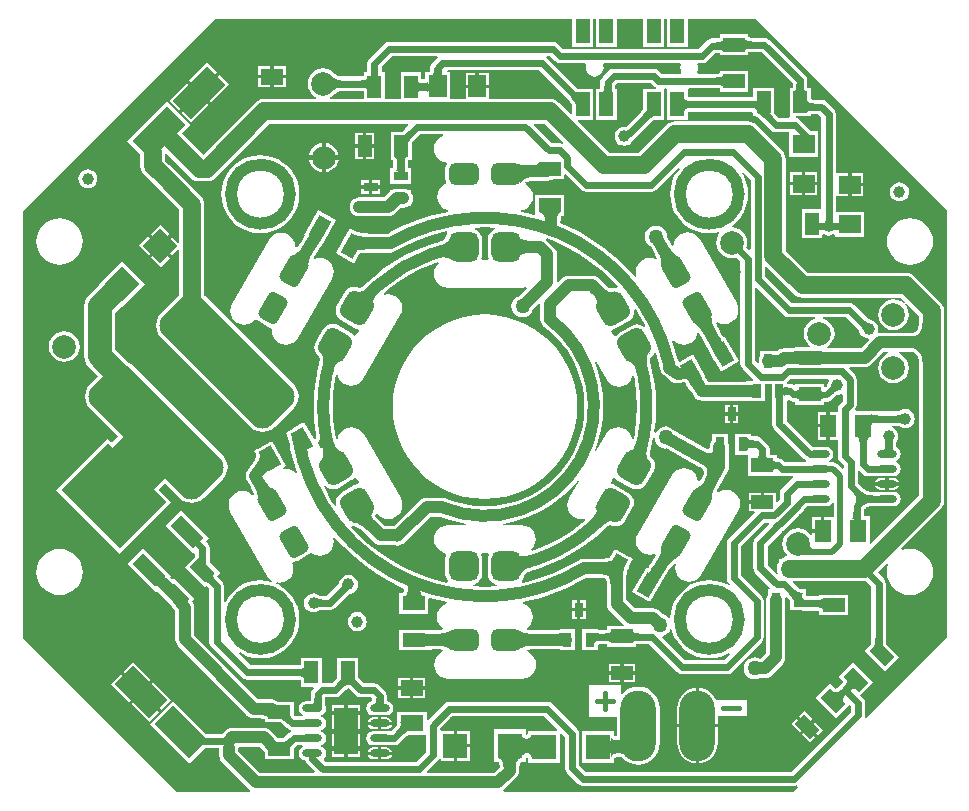
<source format=gbl>
G04*
G04 #@! TF.GenerationSoftware,Altium Limited,Altium Designer,19.1.9 (167)*
G04*
G04 Layer_Physical_Order=2*
G04 Layer_Color=16711680*
%FSLAX44Y44*%
%MOMM*%
G71*
G01*
G75*
%ADD13C,0.5000*%
%ADD14C,0.4000*%
%ADD16R,1.1500X1.8500*%
%ADD18R,1.1500X0.7500*%
%ADD19R,1.8500X1.1500*%
%ADD20R,1.3500X1.9500*%
%ADD24R,0.7500X1.1500*%
%ADD25R,1.5500X1.8500*%
%ADD47C,1.0000*%
%ADD48C,1.0000*%
%ADD49C,0.6000*%
%ADD51C,1.5000*%
%ADD53C,2.0000*%
%ADD54C,1.5240*%
%ADD55C,0.7000*%
%ADD56C,2.5000*%
%ADD57C,2.0000*%
%ADD58C,1.2700*%
G04:AMPARAMS|DCode=59|XSize=2.2mm|YSize=4.15mm|CornerRadius=0mm|HoleSize=0mm|Usage=FLASHONLY|Rotation=45.000|XOffset=0mm|YOffset=0mm|HoleType=Round|Shape=Rectangle|*
%AMROTATEDRECTD59*
4,1,4,0.6894,-2.2451,-2.2451,0.6894,-0.6894,2.2451,2.2451,-0.6894,0.6894,-2.2451,0.0*
%
%ADD59ROTATEDRECTD59*%

G04:AMPARAMS|DCode=60|XSize=2.2mm|YSize=4.15mm|CornerRadius=0mm|HoleSize=0mm|Usage=FLASHONLY|Rotation=315.000|XOffset=0mm|YOffset=0mm|HoleType=Round|Shape=Rectangle|*
%AMROTATEDRECTD60*
4,1,4,-2.2451,-0.6894,0.6894,2.2451,2.2451,0.6894,-0.6894,-2.2451,-2.2451,-0.6894,0.0*
%
%ADD60ROTATEDRECTD60*%

G04:AMPARAMS|DCode=61|XSize=1.25mm|YSize=2.75mm|CornerRadius=0mm|HoleSize=0mm|Usage=FLASHONLY|Rotation=45.000|XOffset=0mm|YOffset=0mm|HoleType=Round|Shape=Rectangle|*
%AMROTATEDRECTD61*
4,1,4,0.5303,-1.4142,-1.4142,0.5303,-0.5303,1.4142,1.4142,-0.5303,0.5303,-1.4142,0.0*
%
%ADD61ROTATEDRECTD61*%

G04:AMPARAMS|DCode=62|XSize=5.55mm|YSize=7mm|CornerRadius=0mm|HoleSize=0mm|Usage=FLASHONLY|Rotation=45.000|XOffset=0mm|YOffset=0mm|HoleType=Round|Shape=Rectangle|*
%AMROTATEDRECTD62*
4,1,4,0.5127,-4.4371,-4.4371,0.5127,-0.5127,4.4371,4.4371,-0.5127,0.5127,-4.4371,0.0*
%
%ADD62ROTATEDRECTD62*%

%ADD63R,1.8500X1.5500*%
%ADD64R,1.2000X2.0000*%
%ADD65R,1.9500X1.3500*%
G04:AMPARAMS|DCode=66|XSize=2.5mm|YSize=1.8mm|CornerRadius=0.45mm|HoleSize=0mm|Usage=FLASHONLY|Rotation=180.000|XOffset=0mm|YOffset=0mm|HoleType=Round|Shape=RoundedRectangle|*
%AMROUNDEDRECTD66*
21,1,2.5000,0.9000,0,0,180.0*
21,1,1.6000,1.8000,0,0,180.0*
1,1,0.9000,-0.8000,0.4500*
1,1,0.9000,0.8000,0.4500*
1,1,0.9000,0.8000,-0.4500*
1,1,0.9000,-0.8000,-0.4500*
%
%ADD66ROUNDEDRECTD66*%
G04:AMPARAMS|DCode=67|XSize=2.5mm|YSize=1.8mm|CornerRadius=0.45mm|HoleSize=0mm|Usage=FLASHONLY|Rotation=240.000|XOffset=0mm|YOffset=0mm|HoleType=Round|Shape=RoundedRectangle|*
%AMROUNDEDRECTD67*
21,1,2.5000,0.9000,0,0,240.0*
21,1,1.6000,1.8000,0,0,240.0*
1,1,0.9000,-0.7897,-0.4678*
1,1,0.9000,0.0103,0.9178*
1,1,0.9000,0.7897,0.4678*
1,1,0.9000,-0.0103,-0.9178*
%
%ADD67ROUNDEDRECTD67*%
G04:AMPARAMS|DCode=68|XSize=2.5mm|YSize=1.8mm|CornerRadius=0.45mm|HoleSize=0mm|Usage=FLASHONLY|Rotation=300.000|XOffset=0mm|YOffset=0mm|HoleType=Round|Shape=RoundedRectangle|*
%AMROUNDEDRECTD68*
21,1,2.5000,0.9000,0,0,300.0*
21,1,1.6000,1.8000,0,0,300.0*
1,1,0.9000,0.0103,-0.9178*
1,1,0.9000,-0.7897,0.4678*
1,1,0.9000,-0.0103,0.9178*
1,1,0.9000,0.7897,-0.4678*
%
%ADD68ROUNDEDRECTD68*%
G04:AMPARAMS|DCode=69|XSize=1.85mm|YSize=1.15mm|CornerRadius=0mm|HoleSize=0mm|Usage=FLASHONLY|Rotation=315.000|XOffset=0mm|YOffset=0mm|HoleType=Round|Shape=Rectangle|*
%AMROTATEDRECTD69*
4,1,4,-1.0607,0.2475,-0.2475,1.0607,1.0607,-0.2475,0.2475,-1.0607,-1.0607,0.2475,0.0*
%
%ADD69ROTATEDRECTD69*%

%ADD70O,1.7000X0.6000*%
%ADD71R,2.0000X4.0000*%
G04:AMPARAMS|DCode=72|XSize=4.5mm|YSize=13mm|CornerRadius=1.125mm|HoleSize=0mm|Usage=FLASHONLY|Rotation=225.000|XOffset=0mm|YOffset=0mm|HoleType=Round|Shape=RoundedRectangle|*
%AMROUNDEDRECTD72*
21,1,4.5000,10.7500,0,0,225.0*
21,1,2.2500,13.0000,0,0,225.0*
1,1,2.2500,-4.5962,3.0052*
1,1,2.2500,-3.0052,4.5962*
1,1,2.2500,4.5962,-3.0052*
1,1,2.2500,3.0052,-4.5962*
%
%ADD72ROUNDEDRECTD72*%
G04:AMPARAMS|DCode=73|XSize=2.5mm|YSize=2.5mm|CornerRadius=0.625mm|HoleSize=0mm|Usage=FLASHONLY|Rotation=300.000|XOffset=0mm|YOffset=0mm|HoleType=Round|Shape=RoundedRectangle|*
%AMROUNDEDRECTD73*
21,1,2.5000,1.2500,0,0,300.0*
21,1,1.2500,2.5000,0,0,300.0*
1,1,1.2500,-0.2288,-0.8538*
1,1,1.2500,-0.8538,0.2288*
1,1,1.2500,0.2288,0.8538*
1,1,1.2500,0.8538,-0.2288*
%
%ADD73ROUNDEDRECTD73*%
G04:AMPARAMS|DCode=74|XSize=2.5mm|YSize=2.5mm|CornerRadius=0.625mm|HoleSize=0mm|Usage=FLASHONLY|Rotation=240.000|XOffset=0mm|YOffset=0mm|HoleType=Round|Shape=RoundedRectangle|*
%AMROUNDEDRECTD74*
21,1,2.5000,1.2500,0,0,240.0*
21,1,1.2500,2.5000,0,0,240.0*
1,1,1.2500,-0.8538,-0.2288*
1,1,1.2500,-0.2288,0.8538*
1,1,1.2500,0.8538,0.2288*
1,1,1.2500,0.2288,-0.8538*
%
%ADD74ROUNDEDRECTD74*%
G04:AMPARAMS|DCode=75|XSize=2.5mm|YSize=2.5mm|CornerRadius=0.625mm|HoleSize=0mm|Usage=FLASHONLY|Rotation=180.000|XOffset=0mm|YOffset=0mm|HoleType=Round|Shape=RoundedRectangle|*
%AMROUNDEDRECTD75*
21,1,2.5000,1.2500,0,0,180.0*
21,1,1.2500,2.5000,0,0,180.0*
1,1,1.2500,-0.6250,0.6250*
1,1,1.2500,0.6250,0.6250*
1,1,1.2500,0.6250,-0.6250*
1,1,1.2500,-0.6250,-0.6250*
%
%ADD75ROUNDEDRECTD75*%
G04:AMPARAMS|DCode=76|XSize=2.15mm|YSize=2.1mm|CornerRadius=0mm|HoleSize=0mm|Usage=FLASHONLY|Rotation=315.000|XOffset=0mm|YOffset=0mm|HoleType=Round|Shape=Rectangle|*
%AMROTATEDRECTD76*
4,1,4,-1.5026,0.0177,-0.0177,1.5026,1.5026,-0.0177,0.0177,-1.5026,-1.5026,0.0177,0.0*
%
%ADD76ROTATEDRECTD76*%

%ADD77R,2.1000X2.1500*%
G04:AMPARAMS|DCode=78|XSize=1.85mm|YSize=1.15mm|CornerRadius=0mm|HoleSize=0mm|Usage=FLASHONLY|Rotation=300.000|XOffset=0mm|YOffset=0mm|HoleType=Round|Shape=Rectangle|*
%AMROTATEDRECTD78*
4,1,4,-0.9605,0.5136,0.0355,1.0886,0.9605,-0.5136,-0.0355,-1.0886,-0.9605,0.5136,0.0*
%
%ADD78ROTATEDRECTD78*%

G04:AMPARAMS|DCode=79|XSize=1.85mm|YSize=1.15mm|CornerRadius=0mm|HoleSize=0mm|Usage=FLASHONLY|Rotation=60.000|XOffset=0mm|YOffset=0mm|HoleType=Round|Shape=Rectangle|*
%AMROTATEDRECTD79*
4,1,4,0.0355,-1.0886,-0.9605,-0.5136,-0.0355,1.0886,0.9605,0.5136,0.0355,-1.0886,0.0*
%
%ADD79ROTATEDRECTD79*%

%ADD80O,3.0000X6.0000*%
%ADD81C,5.0000*%
G36*
X390922Y166311D02*
Y-195811D01*
X322876Y-263856D01*
X321721Y-263349D01*
X321666Y-263270D01*
X322118Y-261000D01*
Y-251000D01*
X321652Y-248659D01*
X320326Y-246674D01*
X317988Y-244336D01*
X328889Y-233435D01*
X311565Y-216111D01*
X299191Y-228485D01*
X303307Y-232602D01*
X303261Y-232711D01*
X303028Y-233115D01*
X302654Y-233640D01*
X302369Y-233980D01*
X300674Y-235674D01*
X300674Y-235674D01*
X298480Y-237868D01*
X298139Y-238154D01*
X297615Y-238528D01*
X297211Y-238761D01*
X297101Y-238807D01*
X292485Y-234191D01*
X280111Y-246565D01*
X297435Y-263889D01*
X308836Y-252488D01*
X309883Y-253534D01*
Y-258466D01*
X259466Y-308883D01*
X85534D01*
X80118Y-303466D01*
Y-277000D01*
X79652Y-274659D01*
X78326Y-272674D01*
X57326Y-251674D01*
X55341Y-250348D01*
X53000Y-249883D01*
X-30000D01*
X-32341Y-250348D01*
X-34326Y-251674D01*
X-47980Y-265329D01*
X-49250Y-264840D01*
Y-258250D01*
X-74750D01*
Y-266686D01*
X-74770Y-266758D01*
X-74750Y-266920D01*
Y-267102D01*
X-74766Y-267254D01*
X-74750Y-267310D01*
Y-269364D01*
X-75253Y-270084D01*
X-76762Y-271861D01*
X-79484Y-274583D01*
X-94500D01*
X-96841Y-275048D01*
X-98826Y-276374D01*
X-100152Y-278359D01*
X-100618Y-280700D01*
X-100152Y-283041D01*
X-98826Y-285026D01*
X-96841Y-286352D01*
X-94500Y-286818D01*
X-76950D01*
X-74609Y-286352D01*
X-72624Y-285026D01*
X-67318Y-279719D01*
X-66685Y-279158D01*
X-65787Y-278443D01*
X-65017Y-277910D01*
X-64736Y-277750D01*
X-62366D01*
X-62215Y-277766D01*
X-62159Y-277750D01*
X-50118D01*
Y-292466D01*
X-58534Y-300882D01*
X-134466D01*
X-136335Y-299014D01*
X-136210Y-297750D01*
X-136174Y-297726D01*
X-134848Y-295741D01*
X-134382Y-293400D01*
X-134848Y-291059D01*
X-136174Y-289074D01*
X-138159Y-287748D01*
X-138414Y-287697D01*
Y-286403D01*
X-138159Y-286352D01*
X-136174Y-285026D01*
X-134848Y-283041D01*
X-134382Y-280700D01*
X-134848Y-278359D01*
X-136174Y-276374D01*
X-138159Y-275048D01*
X-138414Y-274997D01*
Y-273703D01*
X-138159Y-273652D01*
X-136174Y-272326D01*
X-134848Y-270341D01*
X-134382Y-268000D01*
X-134848Y-265659D01*
X-136174Y-263674D01*
X-138159Y-262348D01*
X-138414Y-262297D01*
Y-261003D01*
X-138159Y-260952D01*
X-136174Y-259626D01*
X-134848Y-257641D01*
X-134382Y-255300D01*
X-134848Y-252959D01*
X-134969Y-252778D01*
X-135183Y-249249D01*
Y-246117D01*
X-126839D01*
X-124498Y-245652D01*
X-122513Y-244326D01*
X-117788Y-239600D01*
X-116733Y-238622D01*
X-116102Y-238118D01*
X-115700D01*
X-114278Y-239320D01*
X-109272Y-244326D01*
X-107287Y-245652D01*
X-104946Y-246117D01*
X-96534D01*
X-95118Y-247534D01*
Y-247663D01*
X-95157Y-248120D01*
X-95264Y-248774D01*
X-95388Y-249241D01*
X-95440Y-249369D01*
X-96841Y-249648D01*
X-98826Y-250974D01*
X-100152Y-252959D01*
X-100618Y-255300D01*
X-100152Y-257641D01*
X-98826Y-259626D01*
X-96841Y-260952D01*
X-94500Y-261418D01*
X-83500D01*
X-81159Y-260952D01*
X-79174Y-259626D01*
X-77848Y-257641D01*
X-77382Y-255300D01*
X-77848Y-252959D01*
X-79174Y-250974D01*
X-81159Y-249648D01*
X-82560Y-249369D01*
X-82612Y-249241D01*
X-82736Y-248774D01*
X-82843Y-248120D01*
X-82882Y-247663D01*
Y-245000D01*
X-83348Y-242659D01*
X-84674Y-240674D01*
X-89674Y-235674D01*
X-91659Y-234348D01*
X-94000Y-233883D01*
X-102412D01*
X-104945Y-231350D01*
X-105971Y-230247D01*
X-106701Y-229339D01*
X-107250Y-228554D01*
Y-212750D01*
X-124750D01*
Y-228780D01*
X-125252Y-229496D01*
X-126759Y-231269D01*
X-129373Y-233883D01*
X-137785D01*
X-138250Y-233501D01*
Y-212750D01*
X-155750D01*
Y-218571D01*
X-155860Y-218616D01*
X-156310Y-218738D01*
X-156946Y-218843D01*
X-157388Y-218883D01*
X-198466D01*
X-208481Y-208868D01*
X-207689Y-207863D01*
X-205028Y-209494D01*
X-200229Y-211482D01*
X-195178Y-212694D01*
X-190000Y-213102D01*
X-184822Y-212694D01*
X-179771Y-211482D01*
X-174972Y-209494D01*
X-170543Y-206780D01*
X-166593Y-203407D01*
X-163220Y-199457D01*
X-160506Y-195028D01*
X-158518Y-190229D01*
X-157305Y-185178D01*
X-156898Y-180000D01*
X-157305Y-174822D01*
X-158518Y-169771D01*
X-160506Y-164972D01*
X-163220Y-160543D01*
X-166593Y-156593D01*
X-170543Y-153220D01*
X-174972Y-150506D01*
X-176581Y-149839D01*
X-176250Y-148602D01*
X-173875Y-148915D01*
X-170808Y-148511D01*
X-167949Y-147327D01*
X-165495Y-145443D01*
X-163611Y-142989D01*
X-162427Y-140131D01*
X-162024Y-137063D01*
X-162428Y-133996D01*
X-163123Y-132316D01*
X-162231Y-131152D01*
X-161818Y-131206D01*
X-159860Y-130949D01*
X-158036Y-130193D01*
X-150242Y-125693D01*
X-148675Y-124491D01*
X-147572Y-123053D01*
X-145801Y-124412D01*
X-142942Y-125596D01*
X-139875Y-126000D01*
X-136808Y-125596D01*
X-133949Y-124412D01*
X-131495Y-122528D01*
X-129611Y-120074D01*
X-128427Y-117216D01*
X-128024Y-114148D01*
X-128427Y-111081D01*
X-128565Y-110750D01*
X-127461Y-110095D01*
X-127295Y-110302D01*
X-119102Y-119102D01*
X-110302Y-127295D01*
X-100939Y-134839D01*
X-91063Y-141697D01*
X-80722Y-147832D01*
X-69970Y-153214D01*
X-68204Y-153946D01*
X-68212Y-154054D01*
X-68391Y-155328D01*
X-68621Y-156340D01*
X-68874Y-157074D01*
X-69105Y-157521D01*
X-69246Y-157701D01*
X-69598Y-157745D01*
X-69612Y-157750D01*
X-72250D01*
Y-160638D01*
X-72278Y-160781D01*
X-72250Y-160923D01*
Y-161093D01*
X-72255Y-161159D01*
X-72250Y-161173D01*
Y-175250D01*
X-47750D01*
Y-162847D01*
X-46480Y-161861D01*
X-35803Y-164586D01*
X-32079Y-165258D01*
X-31844Y-166469D01*
X-31890Y-166582D01*
X-34676Y-167736D01*
X-37130Y-169620D01*
X-39014Y-172074D01*
X-40198Y-174933D01*
X-40601Y-178000D01*
X-40198Y-181067D01*
X-39014Y-183926D01*
X-37130Y-186380D01*
X-35703Y-187475D01*
X-36031Y-188825D01*
X-36508Y-188911D01*
X-39106Y-189160D01*
X-40021Y-189181D01*
X-42737D01*
X-44324Y-189173D01*
X-47750Y-189065D01*
Y-188750D01*
X-50638D01*
X-50781Y-188722D01*
X-50867Y-188739D01*
X-50955Y-188727D01*
X-51045Y-188750D01*
X-72250D01*
Y-206250D01*
X-51137D01*
X-51100Y-206262D01*
X-50974Y-206250D01*
X-50923D01*
X-50781Y-206278D01*
X-50638Y-206250D01*
X-47750D01*
Y-205653D01*
X-42590Y-205319D01*
X-40290D01*
X-37731Y-205436D01*
X-36548Y-205582D01*
X-35407Y-205788D01*
X-35112Y-205860D01*
X-35010Y-207193D01*
X-36926Y-207986D01*
X-39380Y-209870D01*
X-41264Y-212324D01*
X-42448Y-215183D01*
X-42851Y-218250D01*
X-42448Y-221317D01*
X-41264Y-224176D01*
X-39380Y-226630D01*
X-36926Y-228514D01*
X-34067Y-229698D01*
X-31000Y-230101D01*
X31500D01*
X34567Y-229698D01*
X37426Y-228514D01*
X39880Y-226630D01*
X41764Y-224176D01*
X42948Y-221317D01*
X43351Y-218250D01*
X42948Y-215183D01*
X41764Y-212324D01*
X39880Y-209870D01*
X37426Y-207986D01*
X35324Y-207116D01*
X35407Y-205788D01*
X36508Y-205589D01*
X39106Y-205340D01*
X40021Y-205319D01*
X56821D01*
X62543Y-205422D01*
X63250Y-205473D01*
Y-206000D01*
X66138D01*
X66280Y-206028D01*
X66423Y-206000D01*
X76750D01*
Y-188500D01*
X66423D01*
X66280Y-188472D01*
X66138Y-188500D01*
X63250D01*
Y-188880D01*
X58142Y-189181D01*
X40290D01*
X37731Y-189064D01*
X36548Y-188918D01*
X36031Y-188825D01*
X35703Y-187475D01*
X37130Y-186380D01*
X39014Y-183926D01*
X40198Y-181067D01*
X40601Y-178000D01*
X40198Y-174933D01*
X39014Y-172074D01*
X37130Y-169620D01*
X34676Y-167736D01*
X31890Y-166582D01*
X31844Y-166469D01*
X32079Y-165258D01*
X35803Y-164586D01*
X47454Y-161612D01*
X58862Y-157815D01*
X69970Y-153214D01*
X80722Y-147832D01*
X85916Y-144750D01*
X94701D01*
X96115Y-144782D01*
X97862Y-144902D01*
X101351Y-145399D01*
X102450Y-145643D01*
X102557Y-145897D01*
X102884Y-146960D01*
X103152Y-148206D01*
X103352Y-149633D01*
X103475Y-151236D01*
X103508Y-152612D01*
Y-166827D01*
X103783Y-168915D01*
X104589Y-170861D01*
X105871Y-172532D01*
X117794Y-184456D01*
X117826Y-184480D01*
X117395Y-185750D01*
X103750D01*
Y-188578D01*
X103660Y-188615D01*
X103204Y-188737D01*
X102564Y-188843D01*
X102118Y-188883D01*
X95750D01*
Y-188500D01*
X92869D01*
X92729Y-188472D01*
X92585Y-188500D01*
X82250D01*
Y-206000D01*
X95750D01*
Y-201422D01*
X95841Y-201385D01*
X96296Y-201263D01*
X96937Y-201157D01*
X97382Y-201117D01*
X102381D01*
X102653Y-201135D01*
X103354Y-201222D01*
X103750Y-201301D01*
Y-203250D01*
X106632D01*
X106772Y-203278D01*
X106917Y-203250D01*
X125084D01*
X125228Y-203278D01*
X125368Y-203250D01*
X128250D01*
Y-201301D01*
X128600Y-201231D01*
X129825Y-201117D01*
X139151D01*
X162859Y-224826D01*
X164844Y-226152D01*
X167185Y-226618D01*
X205000D01*
X207341Y-226152D01*
X209326Y-224826D01*
X234576Y-199576D01*
X235902Y-197591D01*
X236367Y-195250D01*
Y-164750D01*
X235902Y-162409D01*
X234576Y-160424D01*
X216868Y-142716D01*
Y-118284D01*
X237034Y-98118D01*
X240452D01*
X240537Y-98213D01*
X240961Y-99388D01*
X228924Y-111424D01*
X227598Y-113409D01*
X227132Y-115750D01*
Y-136250D01*
X227598Y-138591D01*
X228924Y-140576D01*
X241675Y-153327D01*
X241189Y-154500D01*
X239750D01*
Y-158905D01*
X239512Y-159215D01*
X238706Y-161161D01*
X238431Y-163250D01*
Y-208908D01*
X233908Y-213431D01*
X233343D01*
X233215Y-213333D01*
X230941Y-212391D01*
X228500Y-212069D01*
X226059Y-212391D01*
X223785Y-213333D01*
X221831Y-214832D01*
X220333Y-216785D01*
X219391Y-219059D01*
X219069Y-221500D01*
X219391Y-223941D01*
X220333Y-226215D01*
X221831Y-228169D01*
X223785Y-229667D01*
X226059Y-230609D01*
X228500Y-230931D01*
X230941Y-230609D01*
X233215Y-229667D01*
X233343Y-229569D01*
X237250D01*
X239338Y-229294D01*
X241285Y-228488D01*
X242956Y-227206D01*
X252206Y-217956D01*
X253488Y-216285D01*
X254294Y-214338D01*
X254569Y-212250D01*
Y-163250D01*
X254344Y-161542D01*
X255497Y-160898D01*
X256774Y-162175D01*
X257325Y-162797D01*
X258037Y-163691D01*
X258570Y-164460D01*
X258750Y-164774D01*
Y-172000D01*
X267182D01*
X267409Y-172152D01*
X269750Y-172617D01*
X281618D01*
X282064Y-172657D01*
X282704Y-172763D01*
X283159Y-172885D01*
X283250Y-172922D01*
Y-176500D01*
X307750D01*
Y-159000D01*
X286416D01*
X286272Y-158972D01*
X286132Y-159000D01*
X283250D01*
Y-160267D01*
X281836Y-160382D01*
X272284D01*
X272250Y-160348D01*
Y-157782D01*
X272274Y-157685D01*
X272250Y-157519D01*
Y-157231D01*
X272255Y-157157D01*
X272250Y-157141D01*
Y-154500D01*
X269471D01*
X269374Y-154476D01*
X268687Y-154441D01*
X268143Y-154359D01*
X267582Y-154217D01*
X266996Y-154011D01*
X266384Y-153734D01*
X265745Y-153380D01*
X265079Y-152946D01*
X264388Y-152426D01*
X263982Y-152080D01*
X260665Y-148764D01*
X261151Y-147591D01*
X320750D01*
X320750Y-147591D01*
X322463Y-147365D01*
X327368Y-152269D01*
Y-197023D01*
X327313Y-198500D01*
X327188Y-199642D01*
X327021Y-200582D01*
X326994Y-200682D01*
X321111Y-206565D01*
X338435Y-223889D01*
X350809Y-211515D01*
X339977Y-200682D01*
X339950Y-200582D01*
X339790Y-199683D01*
X339603Y-197416D01*
Y-149735D01*
X339137Y-147394D01*
X337811Y-145409D01*
X332564Y-140163D01*
X340393Y-132334D01*
X340609Y-132374D01*
X341494Y-133831D01*
X340782Y-136177D01*
X340406Y-140000D01*
X340782Y-143823D01*
X341897Y-147498D01*
X343708Y-150886D01*
X346145Y-153855D01*
X349114Y-156292D01*
X352502Y-158103D01*
X356177Y-159218D01*
X360000Y-159594D01*
X363823Y-159218D01*
X367498Y-158103D01*
X370886Y-156292D01*
X373855Y-153855D01*
X376292Y-150886D01*
X378103Y-147498D01*
X379218Y-143823D01*
X379594Y-140000D01*
X379218Y-136177D01*
X378103Y-132502D01*
X376292Y-129114D01*
X373855Y-126145D01*
X370886Y-123708D01*
X367498Y-121897D01*
X363823Y-120782D01*
X360000Y-120406D01*
X356177Y-120782D01*
X353831Y-121494D01*
X352374Y-120609D01*
X352334Y-120393D01*
X385739Y-86989D01*
X387422Y-84795D01*
X388480Y-82241D01*
X388841Y-79500D01*
X388841Y-79500D01*
Y-15750D01*
Y54500D01*
Y81000D01*
X388480Y83741D01*
X387422Y86295D01*
X385739Y88489D01*
X385739Y88489D01*
X363739Y110489D01*
X361545Y112172D01*
X358991Y113230D01*
X356250Y113591D01*
X356250Y113591D01*
X273387D01*
X254711Y132267D01*
Y142750D01*
X254750D01*
Y167250D01*
X254711D01*
Y209880D01*
X254350Y212621D01*
X253292Y215175D01*
X251609Y217369D01*
X251609Y217369D01*
X230489Y238489D01*
X228295Y240172D01*
X225741Y241230D01*
X223000Y241591D01*
X223000Y241591D01*
X161000D01*
X161000Y241591D01*
X158259Y241230D01*
X155705Y240172D01*
X153511Y238489D01*
X130113Y215091D01*
X105328D01*
X78592Y241827D01*
X79078Y243000D01*
X92000D01*
Y269000D01*
X81886D01*
X81856Y269009D01*
X81748Y269000D01*
X81535D01*
X81369Y269025D01*
X81270Y269000D01*
X78982D01*
X78777Y269146D01*
X76817Y270835D01*
X52326Y295326D01*
X51897Y295613D01*
X52282Y296882D01*
X55466D01*
X59674Y292674D01*
X61659Y291348D01*
X64000Y290882D01*
X85116D01*
X85964Y289612D01*
X85693Y288958D01*
X85435Y287000D01*
X85693Y285042D01*
X86449Y283218D01*
X87651Y281651D01*
X89218Y280449D01*
X91042Y279693D01*
X93000Y279435D01*
X94958Y279693D01*
X96782Y280449D01*
X98349Y281651D01*
X99551Y283218D01*
X100307Y285042D01*
X100565Y287000D01*
X100307Y288958D01*
X100019Y289653D01*
X100868Y290923D01*
X165132D01*
X165981Y289653D01*
X165693Y288958D01*
X165435Y287000D01*
X165693Y285042D01*
X166378Y283388D01*
X165889Y282118D01*
X149534D01*
X147326Y284326D01*
X145341Y285652D01*
X143000Y286117D01*
X109000D01*
X106659Y285652D01*
X104674Y284326D01*
X99674Y279326D01*
X98348Y277341D01*
X97882Y275000D01*
Y270632D01*
X97843Y270186D01*
X97737Y269546D01*
X97615Y269090D01*
X97578Y269000D01*
X94000D01*
Y243000D01*
X112000D01*
Y265834D01*
X112028Y265978D01*
X112000Y266118D01*
Y269000D01*
X110267D01*
X110214Y269302D01*
X110118Y270479D01*
Y272466D01*
X111534Y273883D01*
X140466D01*
X142674Y271674D01*
X144659Y270348D01*
X145052Y270270D01*
X144927Y269000D01*
X134000D01*
Y254658D01*
X133972Y254516D01*
X134000Y254373D01*
Y252196D01*
X133933Y252078D01*
X133414Y251332D01*
X131947Y249598D01*
X119262Y236914D01*
X119250Y236904D01*
X118000Y237069D01*
X115912Y236794D01*
X113966Y235988D01*
X112294Y234706D01*
X111012Y233034D01*
X110206Y231088D01*
X109931Y229000D01*
X110206Y226912D01*
X111012Y224965D01*
X112294Y223294D01*
X113966Y222012D01*
X115912Y221206D01*
X118000Y220931D01*
X120088Y221206D01*
X122035Y222012D01*
X123706Y223294D01*
X124988Y224965D01*
X125250Y225599D01*
X140316Y240665D01*
X141405Y241676D01*
X142298Y242390D01*
X143078Y242933D01*
X143196Y243000D01*
X145373D01*
X145516Y242972D01*
X145658Y243000D01*
X152000D01*
Y268612D01*
X152000Y269000D01*
X152905Y269883D01*
X153096D01*
X154000Y269000D01*
X154000Y268612D01*
Y243000D01*
X172000D01*
Y249580D01*
X172086Y249615D01*
X172542Y249737D01*
X173183Y249843D01*
X173630Y249883D01*
X226466D01*
X227245Y249104D01*
X227250Y249037D01*
Y248923D01*
X227222Y248780D01*
X227250Y248638D01*
Y245750D01*
X229903D01*
X229927Y245742D01*
X229998Y245734D01*
X230130Y245674D01*
X230429Y245502D01*
X230761Y245279D01*
X232867Y243482D01*
X242174Y234174D01*
X244159Y232848D01*
X246500Y232383D01*
X257750D01*
Y211750D01*
X282250D01*
Y233250D01*
X276300D01*
X276096Y233556D01*
X266826Y242826D01*
X264841Y244152D01*
X263192Y244480D01*
X263317Y245750D01*
X272577D01*
X272719Y245722D01*
X272862Y245750D01*
X275750D01*
Y247699D01*
X276101Y247769D01*
X277325Y247882D01*
X282466D01*
X284883Y245466D01*
Y167250D01*
X268250D01*
Y142750D01*
X285750D01*
Y145344D01*
X286966Y146012D01*
X288912Y145206D01*
X291000Y144931D01*
X293088Y145206D01*
X295035Y146012D01*
X295480Y146354D01*
X296750Y145728D01*
Y143750D01*
X321250D01*
Y165250D01*
X297118D01*
Y177242D01*
X297750Y178250D01*
X298388Y178250D01*
X307500D01*
Y188000D01*
Y197750D01*
X298388D01*
X297750Y197750D01*
X297118Y198758D01*
Y248000D01*
X296652Y250341D01*
X295326Y252326D01*
X289326Y258326D01*
X287341Y259652D01*
X285000Y260117D01*
X277388D01*
X276946Y260157D01*
X276310Y260263D01*
X275860Y260384D01*
X275750Y260429D01*
Y266860D01*
X275761Y266896D01*
X275750Y267019D01*
Y267077D01*
X275778Y267220D01*
X275750Y267362D01*
Y270250D01*
X273173D01*
X273132Y270351D01*
X273011Y270804D01*
X272906Y271442D01*
X272868Y271880D01*
Y276250D01*
X272402Y278591D01*
X271076Y280576D01*
X240826Y310826D01*
X238841Y312152D01*
X236500Y312617D01*
X224807D01*
X224410Y312649D01*
X223752Y312749D01*
X223277Y312865D01*
X223250Y312875D01*
Y315250D01*
X220362D01*
X220219Y315278D01*
X220077Y315250D01*
X219964D01*
X219867Y315258D01*
X219842Y315250D01*
X198750D01*
Y312252D01*
X198660Y312215D01*
X198204Y312093D01*
X197564Y311987D01*
X197118Y311948D01*
X192750D01*
X190409Y311482D01*
X188424Y310156D01*
X181426Y303158D01*
X88841D01*
X88640Y303118D01*
X66534D01*
X62326Y307326D01*
X60341Y308652D01*
X58000Y309118D01*
X-81000D01*
X-83341Y308652D01*
X-85326Y307326D01*
X-97826Y294826D01*
X-99152Y292841D01*
X-99618Y290500D01*
Y283250D01*
X-102250D01*
Y279929D01*
X-102360Y279884D01*
X-102810Y279762D01*
X-103446Y279657D01*
X-103888Y279618D01*
X-122280D01*
X-122677Y279672D01*
X-123277Y279810D01*
X-123877Y280006D01*
X-124484Y280264D01*
X-125100Y280590D01*
X-125728Y280986D01*
X-126367Y281459D01*
X-127016Y282010D01*
X-127503Y282479D01*
X-127728Y282772D01*
X-130444Y284855D01*
X-133606Y286165D01*
X-137000Y286612D01*
X-140394Y286165D01*
X-143556Y284855D01*
X-146272Y282772D01*
X-148356Y280056D01*
X-149665Y276894D01*
X-150112Y273500D01*
X-149665Y270106D01*
X-148356Y266944D01*
X-146272Y264228D01*
X-143556Y262145D01*
X-142967Y261901D01*
X-143220Y260631D01*
X-186960D01*
X-186960Y260631D01*
X-189701Y260270D01*
X-192163Y259250D01*
X-193000D01*
Y258640D01*
X-194449Y257529D01*
X-238500Y213477D01*
X-256612Y231589D01*
X-249277Y238924D01*
X-269076Y258723D01*
X-302664Y225135D01*
X-291591Y214062D01*
Y204000D01*
X-291591Y204000D01*
X-291230Y201259D01*
X-290172Y198705D01*
X-288489Y196511D01*
X-281989Y190011D01*
X-258591Y166613D01*
Y139454D01*
X-259764Y138968D01*
X-264837Y144042D01*
X-272615Y136263D01*
X-264660Y128308D01*
X-259764Y133205D01*
X-258591Y132719D01*
Y94750D01*
X-274073Y79267D01*
X-276357Y76291D01*
X-277793Y72824D01*
X-278283Y69104D01*
X-277793Y65384D01*
X-276357Y61918D01*
X-274073Y58941D01*
X-198059Y-17073D01*
X-195082Y-19357D01*
X-191616Y-20793D01*
X-187896Y-21283D01*
X-184176Y-20793D01*
X-180709Y-19357D01*
X-177733Y-17073D01*
X-161823Y-1163D01*
X-159539Y1813D01*
X-158103Y5280D01*
X-157613Y9000D01*
X-158103Y12720D01*
X-159539Y16186D01*
X-161823Y19163D01*
X-237409Y94750D01*
Y171000D01*
X-237770Y173741D01*
X-238828Y176295D01*
X-240511Y178489D01*
X-267011Y204989D01*
X-270409Y208387D01*
Y213773D01*
X-269236Y214259D01*
X-248989Y194011D01*
X-246795Y192328D01*
X-244241Y191270D01*
X-241500Y190909D01*
X-241500Y190909D01*
X-235500D01*
X-235500Y190909D01*
X-232759Y191270D01*
X-230205Y192328D01*
X-228011Y194011D01*
X-182573Y239449D01*
X-65111D01*
X-64625Y238276D01*
X-67597Y235305D01*
X-68719Y234261D01*
X-69632Y233527D01*
X-70386Y233000D01*
X-72440D01*
X-72497Y233016D01*
X-72648Y233000D01*
X-72830D01*
X-72992Y233020D01*
X-73064Y233000D01*
X-79500D01*
Y211667D01*
X-79528Y211522D01*
X-79500Y211382D01*
Y208500D01*
X-77551D01*
X-77481Y208150D01*
X-77368Y206925D01*
Y203807D01*
X-77399Y203410D01*
X-77499Y202752D01*
X-77615Y202277D01*
X-77625Y202250D01*
X-80000D01*
Y199362D01*
X-80028Y199219D01*
X-80000Y199077D01*
Y198964D01*
X-80008Y198867D01*
X-80000Y198842D01*
Y188750D01*
X-62500D01*
Y198842D01*
X-62492Y198867D01*
X-62500Y198964D01*
Y199077D01*
X-62472Y199219D01*
X-62500Y199362D01*
Y202250D01*
X-64875D01*
X-64885Y202277D01*
X-65001Y202752D01*
X-65101Y203410D01*
X-65132Y203807D01*
Y206868D01*
X-65093Y207314D01*
X-64987Y207955D01*
X-64865Y208410D01*
X-64828Y208500D01*
X-62000D01*
Y220409D01*
X-61984Y220465D01*
X-62000Y220616D01*
Y222986D01*
X-61840Y223267D01*
X-61331Y224002D01*
X-59905Y225693D01*
X-54716Y230882D01*
X-35379D01*
X-35126Y229613D01*
X-37176Y228764D01*
X-39630Y226880D01*
X-41514Y224426D01*
X-42698Y221567D01*
X-43101Y218500D01*
X-42698Y215433D01*
X-41514Y212574D01*
X-39630Y210120D01*
X-37176Y208236D01*
X-34317Y207052D01*
X-32686Y206838D01*
X-32200Y205664D01*
X-32301Y205532D01*
X-33057Y203708D01*
X-33315Y201750D01*
Y192750D01*
X-33057Y190792D01*
X-32707Y189947D01*
X-33193Y188774D01*
X-34426Y188264D01*
X-36880Y186380D01*
X-38764Y183926D01*
X-39948Y181067D01*
X-40351Y178000D01*
X-39948Y174933D01*
X-38764Y172074D01*
X-36880Y169620D01*
X-34426Y167736D01*
X-31567Y166552D01*
X-30783Y166449D01*
X-30752Y165164D01*
X-35734Y164265D01*
X-47361Y161298D01*
X-58747Y157508D01*
X-69834Y152916D01*
X-80565Y147544D01*
X-82112Y146626D01*
X-97016D01*
X-100434Y146752D01*
X-102043Y146910D01*
X-105205Y147439D01*
X-106583Y147780D01*
X-107910Y148187D01*
X-109152Y148652D01*
X-110311Y149171D01*
X-111484Y149795D01*
X-111595Y149828D01*
X-114029Y151234D01*
X-115344Y148957D01*
X-115351Y148951D01*
X-115371Y148911D01*
X-115517Y148657D01*
X-115621Y148530D01*
X-115654Y148420D01*
X-126279Y130016D01*
X-111124Y121266D01*
X-106389Y129468D01*
X-105349Y129793D01*
X-103946Y130078D01*
X-99929Y130451D01*
X-98027Y130488D01*
X-80012D01*
X-77923Y130763D01*
X-75977Y131569D01*
X-75977Y131569D01*
X-75954Y131531D01*
X-69002Y135424D01*
X-58164Y140421D01*
X-46968Y144551D01*
X-35481Y147791D01*
X-32406Y148403D01*
X-31689Y147250D01*
X-32330Y146415D01*
X-33262Y144165D01*
X-33475Y142546D01*
X-33645Y142332D01*
X-34195Y141840D01*
X-35014Y141286D01*
X-36107Y140704D01*
X-37470Y140118D01*
X-39095Y139545D01*
X-41041Y138975D01*
X-41207Y138889D01*
X-41391Y138849D01*
X-41446Y138811D01*
X-44796Y137867D01*
X-55475Y133927D01*
X-65811Y129162D01*
X-75742Y123600D01*
X-85206Y117276D01*
X-94145Y110230D01*
X-99322Y105444D01*
X-99412Y105401D01*
X-99539Y105261D01*
X-99699Y105160D01*
X-101179Y103750D01*
X-102497Y102623D01*
X-103691Y101733D01*
X-104741Y101080D01*
X-105623Y100654D01*
X-106307Y100433D01*
X-106518Y100403D01*
X-108292Y101138D01*
X-110706Y101456D01*
X-113121Y101138D01*
X-115371Y100206D01*
X-117303Y98723D01*
X-118786Y96791D01*
X-125036Y85966D01*
X-125968Y83715D01*
X-126286Y81301D01*
X-125968Y78886D01*
X-125036Y76636D01*
X-123553Y74704D01*
X-121621Y73221D01*
X-110796Y66971D01*
X-108546Y66039D01*
X-107243Y65867D01*
X-106567Y64497D01*
X-108960Y60354D01*
X-110484Y60254D01*
X-111284Y61296D01*
X-113216Y62779D01*
X-124041Y69029D01*
X-126292Y69961D01*
X-128706Y70279D01*
X-131121Y69961D01*
X-133371Y69029D01*
X-135303Y67546D01*
X-136786Y65614D01*
X-143036Y54789D01*
X-143968Y52539D01*
X-144286Y50124D01*
X-143968Y47709D01*
X-143036Y45459D01*
X-141553Y43527D01*
X-140103Y42413D01*
X-140024Y42217D01*
X-139875Y41511D01*
X-139805Y40533D01*
X-139850Y39296D01*
X-140027Y37818D01*
X-140348Y36114D01*
X-140551Y35289D01*
X-140959Y33841D01*
X-143180Y22677D01*
X-144517Y11374D01*
X-144964Y0D01*
X-144517Y-11374D01*
X-143180Y-22677D01*
X-142554Y-25824D01*
X-143238Y-26716D01*
X-143616Y-27628D01*
X-145029Y-27720D01*
X-153374Y-13266D01*
X-162022Y-18259D01*
X-162341Y-18391D01*
X-162614Y-18601D01*
X-166081Y-20603D01*
X-166192Y-20654D01*
X-166201Y-20664D01*
X-166214Y-20670D01*
X-166231Y-20689D01*
X-168529Y-22016D01*
X-167277Y-24185D01*
X-165169Y-32570D01*
X-164586Y-35803D01*
X-161612Y-47454D01*
X-160856Y-49724D01*
X-160788Y-49995D01*
X-160752Y-50071D01*
X-160744Y-50155D01*
X-160665Y-50300D01*
X-158879Y-55665D01*
X-160017Y-56269D01*
X-160245Y-55972D01*
X-162699Y-54088D01*
X-165558Y-52904D01*
X-168625Y-52500D01*
X-170133Y-52699D01*
X-170550Y-51473D01*
X-167971Y-49984D01*
X-180221Y-28766D01*
X-192453Y-35828D01*
X-192498Y-35839D01*
X-192610Y-35919D01*
X-192628Y-35930D01*
X-192766Y-35977D01*
X-192875Y-36072D01*
X-195376Y-37516D01*
X-194034Y-39842D01*
X-194023Y-39887D01*
X-193762Y-40463D01*
X-193674Y-40836D01*
X-193648Y-41333D01*
X-193715Y-41987D01*
X-193908Y-42802D01*
X-194250Y-43769D01*
X-194735Y-44831D01*
X-196301Y-47490D01*
X-197050Y-48557D01*
X-200783Y-53633D01*
X-200998Y-54024D01*
X-201270Y-54378D01*
X-201504Y-54943D01*
X-201798Y-55478D01*
X-201905Y-55912D01*
X-202076Y-56325D01*
X-202156Y-56930D01*
X-202302Y-57523D01*
X-202292Y-57970D01*
X-202351Y-58413D01*
X-202271Y-59019D01*
X-202259Y-59630D01*
X-202134Y-60059D01*
X-202076Y-60501D01*
X-201842Y-61066D01*
X-201672Y-61653D01*
X-201441Y-62035D01*
X-201270Y-62448D01*
X-198054Y-68018D01*
X-196876Y-70292D01*
X-196411Y-71389D01*
X-196019Y-72480D01*
X-195713Y-73531D01*
X-195648Y-73823D01*
X-196662Y-74494D01*
X-196795Y-74518D01*
X-199199Y-72673D01*
X-202058Y-71489D01*
X-205125Y-71085D01*
X-208192Y-71489D01*
X-211051Y-72673D01*
X-213505Y-74556D01*
X-215389Y-77011D01*
X-216573Y-79869D01*
X-216976Y-82937D01*
X-216572Y-86004D01*
X-215389Y-88862D01*
X-184139Y-142989D01*
X-182255Y-145443D01*
X-180032Y-147149D01*
X-180591Y-148321D01*
X-184822Y-147305D01*
X-190000Y-146898D01*
X-195178Y-147305D01*
X-200229Y-148518D01*
X-205028Y-150506D01*
X-209457Y-153220D01*
X-213407Y-156593D01*
X-216780Y-160543D01*
X-219494Y-164972D01*
X-219637Y-165317D01*
X-220882Y-165069D01*
Y-151809D01*
X-221348Y-149468D01*
X-222674Y-147484D01*
X-225763Y-144395D01*
X-226050Y-144052D01*
X-226428Y-143524D01*
X-226664Y-143116D01*
X-226702Y-143026D01*
X-224191Y-140515D01*
X-232922Y-131783D01*
Y-119960D01*
X-233388Y-117619D01*
X-234714Y-115634D01*
X-236278Y-114070D01*
X-233441Y-111233D01*
X-257129Y-87545D01*
X-270211Y-100627D01*
X-246523Y-124315D01*
X-246331Y-124123D01*
X-245157Y-124609D01*
Y-126833D01*
X-253889Y-135565D01*
X-238804Y-150650D01*
X-238722Y-150772D01*
X-238602Y-150852D01*
X-236565Y-152889D01*
X-235652Y-151976D01*
X-234558Y-152903D01*
X-233118Y-154343D01*
Y-199000D01*
X-232652Y-201341D01*
X-231326Y-203326D01*
X-205326Y-229326D01*
X-203341Y-230652D01*
X-201000Y-231117D01*
X-157388D01*
X-156946Y-231157D01*
X-156310Y-231262D01*
X-155860Y-231384D01*
X-155750Y-231429D01*
Y-237250D01*
X-145346D01*
X-144860Y-238423D01*
X-145626Y-239189D01*
X-146952Y-241174D01*
X-147418Y-243515D01*
Y-247758D01*
X-147459Y-248261D01*
X-147568Y-248955D01*
X-147627Y-249182D01*
X-151500D01*
X-153841Y-249648D01*
X-155826Y-250974D01*
X-157152Y-252959D01*
X-157618Y-255300D01*
X-157152Y-257641D01*
X-155826Y-259626D01*
X-154349Y-260613D01*
X-154734Y-261882D01*
X-160438D01*
X-160666Y-261640D01*
X-161346Y-260820D01*
X-161750Y-260270D01*
Y-249750D01*
X-174928D01*
X-176215Y-248762D01*
X-178162Y-247956D01*
X-180250Y-247681D01*
X-191908D01*
X-245931Y-193658D01*
Y-170000D01*
X-246007Y-169421D01*
X-246015Y-168836D01*
X-246144Y-168381D01*
X-246206Y-167912D01*
X-246430Y-167372D01*
X-246588Y-166810D01*
X-246831Y-166403D01*
X-247012Y-165965D01*
X-247368Y-165502D01*
X-247667Y-165000D01*
X-248112Y-164436D01*
X-246111Y-162435D01*
X-263435Y-145111D01*
X-264456Y-146132D01*
X-266398Y-144190D01*
X-265685Y-143477D01*
X-289373Y-119789D01*
X-302455Y-132871D01*
X-278767Y-156559D01*
X-277810Y-155602D01*
X-267540Y-165871D01*
X-262069Y-172801D01*
Y-197000D01*
X-261794Y-199088D01*
X-260988Y-201035D01*
X-259706Y-202706D01*
X-200956Y-261456D01*
X-199284Y-262738D01*
X-197338Y-263544D01*
X-195250Y-263819D01*
X-192687D01*
X-191441Y-263842D01*
X-189889Y-263937D01*
X-188577Y-264089D01*
X-187519Y-264286D01*
X-186738Y-264508D01*
X-186255Y-264713D01*
X-186250Y-264716D01*
Y-267250D01*
X-183362D01*
X-183220Y-267278D01*
X-183077Y-267250D01*
X-173058D01*
X-172908Y-267325D01*
X-172337Y-267682D01*
X-171668Y-268172D01*
X-170293Y-269359D01*
X-167326Y-272326D01*
X-165341Y-273652D01*
X-164356Y-273848D01*
X-164203Y-274432D01*
X-164222Y-275169D01*
X-166026Y-276374D01*
X-168813Y-279161D01*
X-170166Y-280317D01*
X-170649Y-280673D01*
X-170771Y-280750D01*
X-170799D01*
X-170941Y-280722D01*
X-171084Y-280750D01*
X-174839D01*
X-181294Y-274294D01*
X-182966Y-273012D01*
X-184912Y-272206D01*
X-187000Y-271931D01*
X-214000D01*
X-216088Y-272206D01*
X-218034Y-273012D01*
X-219706Y-274294D01*
X-222223Y-276811D01*
X-235774D01*
X-263832Y-248754D01*
X-283631Y-268553D01*
X-250043Y-302140D01*
X-236949Y-289046D01*
X-225008D01*
X-224901Y-289168D01*
Y-295168D01*
X-224626Y-297257D01*
X-223820Y-299203D01*
X-222537Y-300874D01*
X-199706Y-323706D01*
X-198473Y-324652D01*
X-198904Y-325922D01*
X-260811D01*
X-390922Y-195811D01*
Y165811D01*
X-228811Y327922D01*
X74000D01*
Y305000D01*
X92000D01*
Y327922D01*
X94000D01*
Y305000D01*
X112000D01*
Y327922D01*
X134000D01*
Y305000D01*
X152000D01*
Y327922D01*
X154000D01*
Y305000D01*
X172000D01*
Y327922D01*
X229311D01*
X390922Y166311D01*
D02*
G37*
G36*
X220280Y311703D02*
X220459Y311241D01*
X220760Y310833D01*
X221180Y310479D01*
X221719Y310180D01*
X222379Y309935D01*
X223160Y309745D01*
X224060Y309609D01*
X225079Y309527D01*
X226220Y309500D01*
Y303500D01*
X225079Y303473D01*
X224060Y303391D01*
X223160Y303255D01*
X222379Y303065D01*
X221719Y302820D01*
X221180Y302521D01*
X220760Y302167D01*
X220459Y301759D01*
X220280Y301297D01*
X220219Y300780D01*
Y312220D01*
X220280Y311703D01*
D02*
G37*
G36*
X201780Y300780D02*
X201721Y301170D01*
X201541Y301518D01*
X201241Y301826D01*
X200821Y302092D01*
X200280Y302318D01*
X199620Y302502D01*
X198841Y302646D01*
X197941Y302748D01*
X196921Y302810D01*
X195781Y302830D01*
Y308830D01*
X196925Y308860D01*
X197949Y308950D01*
X198853Y309100D01*
X199636Y309310D01*
X200299Y309580D01*
X200842Y309910D01*
X201265Y310300D01*
X201567Y310750D01*
X201749Y311260D01*
X201811Y311830D01*
X201780Y300780D01*
D02*
G37*
G36*
X260632Y273716D02*
Y271721D01*
X260608Y271378D01*
X260514Y270699D01*
X260415Y270250D01*
X258250D01*
Y267362D01*
X258222Y267220D01*
X258250Y267077D01*
Y266884D01*
X258246Y266832D01*
X258250Y266821D01*
Y245888D01*
X258250Y245750D01*
X257918Y244618D01*
X249034D01*
X245701Y247951D01*
X245191Y248552D01*
X244972Y248848D01*
X244811Y249091D01*
X244750Y249199D01*
Y270250D01*
X227250D01*
Y262118D01*
X173630D01*
X173183Y262157D01*
X172542Y262263D01*
X172086Y262385D01*
X172000Y262420D01*
Y268612D01*
X172000Y269000D01*
X172904Y269883D01*
X197118D01*
X197564Y269843D01*
X198205Y269737D01*
X198660Y269615D01*
X198750Y269578D01*
Y266750D01*
X223250D01*
Y284250D01*
X201917D01*
X201772Y284278D01*
X201632Y284250D01*
X198750D01*
Y282301D01*
X198400Y282231D01*
X197175Y282118D01*
X180110D01*
X179622Y283388D01*
X180307Y285042D01*
X180565Y287000D01*
X180307Y288958D01*
X180019Y289653D01*
X180868Y290923D01*
X183960D01*
X186301Y291388D01*
X188286Y292714D01*
X195284Y299713D01*
X197463D01*
X197675Y299700D01*
X198390Y299618D01*
X198750Y299552D01*
Y297750D01*
X201632D01*
X201772Y297722D01*
X201916Y297750D01*
X219842D01*
X219867Y297742D01*
X219964Y297750D01*
X220077D01*
X220219Y297722D01*
X220362Y297750D01*
X223250D01*
Y300125D01*
X223277Y300135D01*
X223752Y300251D01*
X224410Y300351D01*
X224807Y300382D01*
X233966D01*
X260632Y273716D01*
D02*
G37*
G36*
X-36970Y285324D02*
X-36880Y284298D01*
X-36730Y283394D01*
X-36520Y282610D01*
X-36250Y281947D01*
X-35920Y281404D01*
X-35530Y280982D01*
X-35080Y280680D01*
X-34570Y280499D01*
X-34000Y280439D01*
X-46000D01*
X-45430Y280499D01*
X-44920Y280680D01*
X-44470Y280982D01*
X-44080Y281404D01*
X-43750Y281947D01*
X-43480Y282610D01*
X-43270Y283394D01*
X-43120Y284298D01*
X-43030Y285324D01*
X-43000Y286469D01*
X-37000D01*
X-36970Y285324D01*
D02*
G37*
G36*
X-39897Y295613D02*
X-40326Y295326D01*
X-44326Y291326D01*
X-45652Y289341D01*
X-46118Y287000D01*
Y285130D01*
X-46157Y284683D01*
X-46263Y284042D01*
X-46385Y283586D01*
X-46420Y283500D01*
X-50750D01*
Y277420D01*
X-50836Y277385D01*
X-51292Y277263D01*
X-51933Y277157D01*
X-52250Y277129D01*
X-52567Y277157D01*
X-53208Y277263D01*
X-53664Y277385D01*
X-53750Y277420D01*
Y283250D01*
X-71250D01*
Y260631D01*
X-84750D01*
Y283250D01*
X-87382D01*
Y287966D01*
X-78466Y296882D01*
X-40282D01*
X-39897Y295613D01*
D02*
G37*
G36*
X-47689Y265000D02*
X-47749Y265570D01*
X-47930Y266080D01*
X-48232Y266530D01*
X-48654Y266920D01*
X-49197Y267250D01*
X-49860Y267520D01*
X-50644Y267730D01*
X-51549Y267880D01*
X-52250Y267942D01*
X-52951Y267880D01*
X-53856Y267730D01*
X-54640Y267520D01*
X-55303Y267250D01*
X-55846Y266920D01*
X-56268Y266530D01*
X-56570Y266080D01*
X-56751Y265570D01*
X-56811Y265000D01*
Y277000D01*
X-56751Y276430D01*
X-56570Y275920D01*
X-56268Y275470D01*
X-55846Y275080D01*
X-55303Y274750D01*
X-54640Y274480D01*
X-53856Y274270D01*
X-52951Y274120D01*
X-52250Y274058D01*
X-51549Y274120D01*
X-50644Y274270D01*
X-49860Y274480D01*
X-49197Y274750D01*
X-48654Y275080D01*
X-48232Y275470D01*
X-47930Y275920D01*
X-47749Y276430D01*
X-47689Y277000D01*
Y265000D01*
D02*
G37*
G36*
X201811Y270000D02*
X201749Y270570D01*
X201567Y271080D01*
X201265Y271530D01*
X200842Y271920D01*
X200299Y272250D01*
X199636Y272520D01*
X198853Y272730D01*
X197949Y272880D01*
X196925Y272970D01*
X195781Y273000D01*
Y279000D01*
X196921Y279022D01*
X198841Y279200D01*
X199620Y279355D01*
X200280Y279555D01*
X200821Y279799D01*
X201241Y280088D01*
X201541Y280420D01*
X201721Y280798D01*
X201780Y281220D01*
X201811Y270000D01*
D02*
G37*
G36*
X-99220Y267500D02*
X-99279Y268070D01*
X-99459Y268580D01*
X-99760Y269030D01*
X-100180Y269420D01*
X-100719Y269750D01*
X-101379Y270020D01*
X-102160Y270230D01*
X-103060Y270380D01*
X-104079Y270470D01*
X-105219Y270500D01*
Y276500D01*
X-104079Y276530D01*
X-103060Y276620D01*
X-102160Y276770D01*
X-101379Y276980D01*
X-100719Y277250D01*
X-100180Y277580D01*
X-99760Y277970D01*
X-99459Y278420D01*
X-99279Y278930D01*
X-99220Y279500D01*
Y267500D01*
D02*
G37*
G36*
X269780Y272080D02*
X269869Y271059D01*
X270017Y270159D01*
X270225Y269380D01*
X270492Y268720D01*
X270819Y268179D01*
X271205Y267759D01*
X271651Y267460D01*
X272155Y267279D01*
X272719Y267220D01*
X261280D01*
X261750Y267279D01*
X262169Y267460D01*
X262540Y267759D01*
X262861Y268179D01*
X263133Y268720D01*
X263355Y269380D01*
X263528Y270159D01*
X263651Y271059D01*
X263725Y272080D01*
X263750Y273220D01*
X269750D01*
X269780Y272080D01*
D02*
G37*
G36*
X-129069Y279740D02*
X-128268Y279060D01*
X-127456Y278460D01*
X-126633Y277940D01*
X-125799Y277500D01*
X-124953Y277140D01*
X-124097Y276860D01*
X-123229Y276660D01*
X-122351Y276540D01*
X-121461Y276500D01*
Y270500D01*
X-122351Y270460D01*
X-123229Y270340D01*
X-124097Y270140D01*
X-124953Y269860D01*
X-125799Y269500D01*
X-126633Y269060D01*
X-127456Y268540D01*
X-128268Y267940D01*
X-129069Y267260D01*
X-129859Y266500D01*
Y280500D01*
X-129069Y279740D01*
D02*
G37*
G36*
X107020Y270830D02*
X107177Y268909D01*
X107315Y268130D01*
X107492Y267470D01*
X107709Y266929D01*
X107965Y266510D01*
X108260Y266210D01*
X108595Y266029D01*
X108969Y265970D01*
X98000Y265939D01*
X98570Y266001D01*
X99080Y266183D01*
X99530Y266485D01*
X99920Y266908D01*
X100250Y267451D01*
X100520Y268114D01*
X100730Y268897D01*
X100880Y269801D01*
X100970Y270825D01*
X101000Y271970D01*
X107000D01*
X107020Y270830D01*
D02*
G37*
G36*
X-103446Y267344D02*
X-102810Y267237D01*
X-102360Y267116D01*
X-102250Y267071D01*
Y260631D01*
X-130780D01*
X-131033Y261901D01*
X-130444Y262145D01*
X-127728Y264228D01*
X-127503Y264521D01*
X-127016Y264990D01*
X-126367Y265541D01*
X-125728Y266014D01*
X-125100Y266410D01*
X-124484Y266735D01*
X-123877Y266994D01*
X-123277Y267190D01*
X-122678Y267328D01*
X-122280Y267383D01*
X-103888D01*
X-103446Y267344D01*
D02*
G37*
G36*
X74441Y268844D02*
X76887Y266737D01*
X77923Y265999D01*
X78834Y265469D01*
X79620Y265150D01*
X80281Y265040D01*
X80817Y265140D01*
X81229Y265450D01*
X81516Y265970D01*
X77031Y253484D01*
X77190Y254131D01*
X77220Y254823D01*
X77120Y255559D01*
X76890Y256340D01*
X76530Y257166D01*
X76041Y258037D01*
X75423Y258953D01*
X74674Y259914D01*
X73796Y260919D01*
X72788Y261970D01*
X73031Y270212D01*
X74441Y268844D01*
D02*
G37*
G36*
X168999Y261430D02*
X169180Y260920D01*
X169482Y260470D01*
X169904Y260080D01*
X170447Y259750D01*
X171110Y259480D01*
X171894Y259270D01*
X172799Y259120D01*
X173824Y259030D01*
X174970Y259000D01*
Y253000D01*
X173824Y252970D01*
X172799Y252880D01*
X171894Y252730D01*
X171110Y252520D01*
X170447Y252250D01*
X169904Y251920D01*
X169482Y251530D01*
X169180Y251080D01*
X168999Y250570D01*
X168939Y250000D01*
Y262000D01*
X168999Y261430D01*
D02*
G37*
G36*
X272780Y259430D02*
X272959Y258920D01*
X273260Y258470D01*
X273680Y258080D01*
X274219Y257750D01*
X274879Y257480D01*
X275660Y257270D01*
X276560Y257120D01*
X277579Y257030D01*
X278720Y257000D01*
Y251000D01*
X277579Y250978D01*
X275660Y250800D01*
X274879Y250645D01*
X274219Y250445D01*
X273680Y250201D01*
X273260Y249912D01*
X272959Y249580D01*
X272780Y249202D01*
X272719Y248780D01*
Y260000D01*
X272780Y259430D01*
D02*
G37*
G36*
X71841Y258508D02*
X72314Y257966D01*
X72946Y257155D01*
X73436Y256429D01*
X73788Y255804D01*
X74000Y255315D01*
Y253504D01*
X73975Y253338D01*
X74000Y253239D01*
Y248078D01*
X72827Y247592D01*
X62890Y257529D01*
X60697Y259212D01*
X58142Y260270D01*
X55401Y260631D01*
X55401Y260631D01*
X3250D01*
Y269750D01*
X-6500D01*
X-16250D01*
Y260631D01*
X-29250D01*
Y283500D01*
X-32264D01*
X-32360Y283612D01*
X-32308Y283914D01*
X-31500Y284883D01*
X45466D01*
X71841Y258508D01*
D02*
G37*
G36*
X145516Y246031D02*
X145049Y246370D01*
X144497Y246540D01*
X143861D01*
X143140Y246370D01*
X142334Y246031D01*
X141443Y245521D01*
X140467Y244843D01*
X139406Y243994D01*
X137030Y241788D01*
X132788Y246031D01*
X133976Y247261D01*
X135843Y249467D01*
X136521Y250443D01*
X137030Y251334D01*
X137370Y252140D01*
X137540Y252861D01*
Y253498D01*
X137370Y254049D01*
X137030Y254516D01*
X145516Y246031D01*
D02*
G37*
G36*
X241749Y248512D02*
X241839Y248208D01*
X241988Y247871D01*
X242197Y247498D01*
X242466Y247091D01*
X242794Y246650D01*
X243630Y245663D01*
X244705Y244538D01*
X236220D01*
X235396Y245344D01*
X232614Y247720D01*
X232045Y248102D01*
X231528Y248399D01*
X231061Y248611D01*
X230645Y248738D01*
X230280Y248780D01*
X241720D01*
X241749Y248512D01*
D02*
G37*
G36*
X126634Y231391D02*
X122810Y227634D01*
X119462Y233781D01*
X119639Y233754D01*
X119842Y233773D01*
X120069Y233839D01*
X120320Y233951D01*
X120597Y234109D01*
X120899Y234314D01*
X121225Y234564D01*
X121952Y235206D01*
X122353Y235596D01*
X126634Y231391D01*
D02*
G37*
G36*
X-60788Y229219D02*
X-61942Y228023D01*
X-63764Y225862D01*
X-64431Y224897D01*
X-64937Y224010D01*
X-65280Y223200D01*
X-65461Y222468D01*
X-65480Y221812D01*
X-65336Y221235D01*
X-65030Y220734D01*
X-72766Y229970D01*
X-72333Y229596D01*
X-71807Y229400D01*
X-71190Y229382D01*
X-70480Y229540D01*
X-69678Y229876D01*
X-68783Y230389D01*
X-67796Y231079D01*
X-66716Y231946D01*
X-64281Y234212D01*
X-60788Y229219D01*
D02*
G37*
G36*
X66561Y223903D02*
X65935Y222733D01*
X64000Y223118D01*
X56534D01*
X41375Y238276D01*
X41861Y239449D01*
X51015D01*
X66561Y223903D01*
D02*
G37*
G36*
X-65820Y211499D02*
X-66330Y211317D01*
X-66780Y211015D01*
X-67170Y210592D01*
X-67500Y210049D01*
X-67770Y209386D01*
X-67980Y208603D01*
X-68130Y207699D01*
X-68220Y206675D01*
X-68250Y205530D01*
X-74250D01*
X-74272Y206670D01*
X-74450Y208591D01*
X-74605Y209370D01*
X-74805Y210030D01*
X-75049Y210571D01*
X-75338Y210991D01*
X-75670Y211290D01*
X-76048Y211471D01*
X-76469Y211530D01*
X-65250Y211561D01*
X-65820Y211499D01*
D02*
G37*
G36*
X45781Y195781D02*
X40697Y195066D01*
X40758Y194375D01*
X39272Y194327D01*
X37864Y194182D01*
X36536Y193942D01*
X35286Y193605D01*
X34114Y193172D01*
X33022Y192642D01*
X32008Y192017D01*
X31072Y191295D01*
X30216Y190477D01*
X29438Y189562D01*
X28504Y205654D01*
X28918Y205411D01*
X29492Y205194D01*
X30227Y205002D01*
X31123Y204835D01*
X33396Y204580D01*
X36311Y204426D01*
X37716Y204406D01*
X40880Y204631D01*
X42181Y204830D01*
X43281Y205086D01*
X44180Y205399D01*
X44880Y205769D01*
X45381Y206196D01*
X45680Y206679D01*
X45781Y207220D01*
Y195781D01*
D02*
G37*
G36*
X-68223Y204079D02*
X-68141Y203060D01*
X-68005Y202160D01*
X-67815Y201380D01*
X-67570Y200720D01*
X-67271Y200180D01*
X-66917Y199760D01*
X-66509Y199459D01*
X-66047Y199279D01*
X-65531Y199219D01*
X-76969D01*
X-76453Y199279D01*
X-75991Y199459D01*
X-75583Y199760D01*
X-75229Y200180D01*
X-74930Y200720D01*
X-74685Y201380D01*
X-74495Y202160D01*
X-74359Y203060D01*
X-74277Y204079D01*
X-74250Y205219D01*
X-68250D01*
X-68223Y204079D01*
D02*
G37*
G36*
X165067Y201619D02*
X163220Y199457D01*
X160506Y195028D01*
X158518Y190229D01*
X157305Y185178D01*
X156898Y180000D01*
X157305Y174822D01*
X158518Y169771D01*
X160506Y164972D01*
X163220Y160543D01*
X166593Y156593D01*
X170543Y153220D01*
X174972Y150506D01*
X179771Y148518D01*
X184822Y147305D01*
X190000Y146898D01*
X195178Y147305D01*
X197885Y147955D01*
X198618Y146825D01*
X197645Y145556D01*
X196335Y142394D01*
X195888Y139000D01*
X196335Y135606D01*
X197645Y132444D01*
X199728Y129728D01*
X202444Y127645D01*
X205606Y126335D01*
X209000Y125888D01*
X212394Y126335D01*
X212832Y126516D01*
X216423Y122926D01*
Y36460D01*
X216888Y34119D01*
X218214Y32134D01*
X227086Y23262D01*
X226906Y22534D01*
X226754Y22230D01*
X226552Y22000D01*
X223750D01*
Y21620D01*
X218642Y21319D01*
X188630D01*
X188040Y22374D01*
X187848Y22767D01*
X188279Y23016D01*
X186835Y25518D01*
X186789Y25655D01*
X186693Y25764D01*
X176029Y44234D01*
X164930Y37826D01*
X163654Y38381D01*
X163568Y38506D01*
X163477Y38815D01*
X163421Y39238D01*
X163290Y39557D01*
X161298Y47361D01*
X158461Y55885D01*
X159598Y56488D01*
X159995Y55972D01*
X162449Y54088D01*
X165308Y52904D01*
X168375Y52500D01*
X171442Y52904D01*
X174301Y54088D01*
X176755Y55972D01*
X178639Y58426D01*
X179823Y61284D01*
X179964Y62358D01*
X181284Y62653D01*
X182435Y60859D01*
X182896Y60030D01*
X193311Y40437D01*
X194534Y38723D01*
X195041Y38304D01*
X199971Y29766D01*
X215126Y38516D01*
X204463Y56986D01*
X204416Y57123D01*
X204360Y57187D01*
X204329Y57265D01*
X204262Y57333D01*
X202876Y59734D01*
X201981Y59217D01*
X199316Y63531D01*
X199071Y63982D01*
X197118Y67657D01*
X196719Y68458D01*
X196246Y69558D01*
X195849Y70651D01*
X195843Y70671D01*
X196944Y71427D01*
X196949Y71423D01*
X199808Y70239D01*
X202875Y69835D01*
X205942Y70239D01*
X208801Y71423D01*
X211255Y73306D01*
X213139Y75761D01*
X214323Y78619D01*
X214726Y81687D01*
X214322Y84754D01*
X213139Y87612D01*
X181889Y141739D01*
X180005Y144193D01*
X177551Y146077D01*
X174692Y147261D01*
X171625Y147665D01*
X168558Y147261D01*
X165699Y146077D01*
X163245Y144193D01*
X161361Y141739D01*
X160177Y138881D01*
X159903Y136799D01*
X158580Y136479D01*
X158347Y136816D01*
X157874Y137614D01*
X154400Y143765D01*
X154431Y144000D01*
X154109Y146441D01*
X153167Y148715D01*
X151669Y150668D01*
X149715Y152167D01*
X147441Y153109D01*
X145000Y153431D01*
X142559Y153109D01*
X140285Y152167D01*
X138331Y150668D01*
X136833Y148715D01*
X135891Y146441D01*
X135569Y144000D01*
X135891Y141559D01*
X136833Y139285D01*
X138331Y137331D01*
X140285Y135833D01*
X140364Y135800D01*
X143827Y129669D01*
X144270Y128840D01*
X144812Y127689D01*
X145268Y126569D01*
X145533Y125794D01*
X145003Y125128D01*
X144496Y124849D01*
X142692Y125596D01*
X139625Y126000D01*
X136558Y125596D01*
X133699Y124412D01*
X131245Y122528D01*
X129361Y120074D01*
X128177Y117216D01*
X127774Y114148D01*
X128177Y111081D01*
X128495Y110313D01*
X127392Y109658D01*
X127047Y110087D01*
X118870Y118870D01*
X110087Y127047D01*
X100743Y134577D01*
X90886Y141421D01*
X80565Y147544D01*
X69834Y152916D01*
X64079Y155299D01*
X64182Y158162D01*
X64321Y159456D01*
X64506Y160528D01*
X64717Y161328D01*
X64883Y161750D01*
X67250D01*
Y164638D01*
X67278Y164781D01*
X67250Y164923D01*
Y179250D01*
X42750D01*
Y163510D01*
X41747Y162731D01*
X35734Y164265D01*
X30963Y165126D01*
X30993Y166411D01*
X32067Y166552D01*
X34926Y167736D01*
X37380Y169620D01*
X39264Y172074D01*
X40448Y174933D01*
X40851Y178000D01*
X40448Y181067D01*
X39264Y183926D01*
X37380Y186380D01*
X34926Y188264D01*
X34473Y188451D01*
X34358Y189873D01*
X34495Y189958D01*
X35314Y190354D01*
X36216Y190688D01*
X37208Y190955D01*
X38294Y191152D01*
X39478Y191273D01*
X40491Y191306D01*
X52875D01*
X54963Y191581D01*
X56909Y192387D01*
X57382Y192750D01*
X67250D01*
Y196439D01*
X68423Y196925D01*
X81674Y183674D01*
X83659Y182348D01*
X86000Y181882D01*
X141000D01*
X143341Y182348D01*
X145326Y183674D01*
X164133Y202482D01*
X165067Y201619D01*
D02*
G37*
G36*
X63608Y164681D02*
X63060Y164380D01*
X62578Y163881D01*
X62159Y163181D01*
X61805Y162281D01*
X61515Y161180D01*
X61290Y159881D01*
X61129Y158380D01*
X61000Y154781D01*
X51000D01*
X50950Y156680D01*
X50800Y158380D01*
X50550Y159881D01*
X50200Y161180D01*
X49750Y162281D01*
X49200Y163181D01*
X48550Y163881D01*
X47800Y164380D01*
X46950Y164681D01*
X46000Y164781D01*
X64219D01*
X63608Y164681D01*
D02*
G37*
G36*
X224963Y192386D02*
Y133348D01*
X223789Y132862D01*
X221484Y135168D01*
X221665Y135606D01*
X222112Y139000D01*
X221665Y142394D01*
X220355Y145556D01*
X218272Y148272D01*
X215556Y150356D01*
X212394Y151665D01*
X209889Y151995D01*
X209582Y152865D01*
X209572Y153318D01*
X213407Y156593D01*
X216780Y160543D01*
X219494Y164972D01*
X221482Y169771D01*
X222694Y174822D01*
X223102Y180000D01*
X222694Y185178D01*
X221482Y190229D01*
X219494Y195028D01*
X217863Y197689D01*
X218868Y198481D01*
X224963Y192386D01*
D02*
G37*
G36*
X-111656Y146422D02*
X-110315Y145821D01*
X-108896Y145290D01*
X-107399Y144831D01*
X-105826Y144441D01*
X-102445Y143876D01*
X-100639Y143699D01*
X-96794Y143557D01*
X-97527Y133557D01*
X-100101Y133507D01*
X-104393Y133109D01*
X-106112Y132760D01*
X-107546Y132311D01*
X-108694Y131763D01*
X-109558Y131115D01*
X-110137Y130367D01*
X-110431Y129520D01*
X-110440Y128572D01*
X-112920Y147094D01*
X-111656Y146422D01*
D02*
G37*
G36*
X29308Y144534D02*
X29647Y143688D01*
X30212Y142941D01*
X31003Y142293D01*
X32021Y141745D01*
X33265Y141297D01*
X34734Y140948D01*
X36430Y140699D01*
X38352Y140550D01*
X40500Y140500D01*
Y130500D01*
X38352Y130450D01*
X36430Y130301D01*
X34734Y130052D01*
X33265Y129703D01*
X32021Y129255D01*
X31003Y128707D01*
X30212Y128060D01*
X29647Y127312D01*
X29308Y126466D01*
X29195Y125519D01*
Y145481D01*
X29308Y144534D01*
D02*
G37*
G36*
X8204Y151668D02*
X8432Y150388D01*
X7085Y149830D01*
X5153Y148347D01*
X3670Y146415D01*
X2738Y144165D01*
X2420Y141750D01*
Y129250D01*
X2738Y126835D01*
X3241Y125621D01*
X2392Y124351D01*
X-2392D01*
X-3241Y125621D01*
X-2738Y126835D01*
X-2420Y129250D01*
Y141750D01*
X-2738Y144165D01*
X-3670Y146415D01*
X-5153Y148347D01*
X-7085Y149830D01*
X-8432Y150388D01*
X-8204Y151668D01*
X0Y151990D01*
X8204Y151668D01*
D02*
G37*
G36*
X-27722Y124054D02*
X-28650Y124730D01*
X-29645Y125290D01*
X-30708Y125736D01*
X-31838Y126066D01*
X-33036Y126280D01*
X-34302Y126380D01*
X-35635Y126364D01*
X-37036Y126232D01*
X-38504Y125985D01*
X-40039Y125624D01*
X-40182Y136040D01*
X-38156Y136633D01*
X-36356Y137267D01*
X-34782Y137944D01*
X-33433Y138662D01*
X-32310Y139423D01*
X-31413Y140225D01*
X-30741Y141069D01*
X-30295Y141955D01*
X-30075Y142883D01*
X-30080Y143853D01*
X-27722Y124054D01*
D02*
G37*
G36*
X155771Y135163D02*
X157414Y132791D01*
X158267Y131750D01*
X159140Y130807D01*
X160035Y129960D01*
X160950Y129211D01*
X161887Y128559D01*
X162844Y128004D01*
X163822Y127546D01*
X149266Y119142D01*
X149373Y120308D01*
X149391Y121489D01*
X149319Y122687D01*
X149158Y123902D01*
X148906Y125132D01*
X148565Y126378D01*
X148135Y127640D01*
X147614Y128919D01*
X147004Y130213D01*
X146304Y131524D01*
X154981Y136495D01*
X155771Y135163D01*
D02*
G37*
G36*
X58164Y140421D02*
X69002Y135424D01*
X79415Y129593D01*
X89338Y122963D01*
X98710Y115574D01*
X107473Y107473D01*
X112502Y102033D01*
X111881Y100834D01*
X110956Y100956D01*
X109996Y100829D01*
X109942Y100833D01*
X109887Y100815D01*
X108541Y100638D01*
X107306Y100126D01*
X107161Y100148D01*
X106439Y100388D01*
X105532Y100829D01*
X104466Y101494D01*
X103263Y102391D01*
X101942Y103521D01*
X100806Y104605D01*
X96706Y108706D01*
X95035Y109988D01*
X93088Y110794D01*
X91000Y111069D01*
X71000D01*
X68912Y110794D01*
X66965Y109988D01*
X65294Y108706D01*
X62162Y105574D01*
X61069Y106276D01*
Y129000D01*
X60794Y131088D01*
X59988Y133034D01*
X58706Y134706D01*
X52206Y141206D01*
X52056Y141320D01*
X52677Y142445D01*
X58164Y140421D01*
D02*
G37*
G36*
X-88653Y97596D02*
X-90307Y95876D01*
X-92848Y92783D01*
X-93735Y91410D01*
X-94368Y90153D01*
X-94744Y89012D01*
X-94866Y87987D01*
X-94732Y87078D01*
X-94342Y86285D01*
X-93697Y85608D01*
X-109364Y98168D01*
X-108548Y97656D01*
X-107652Y97365D01*
X-106676Y97293D01*
X-105619Y97441D01*
X-104482Y97809D01*
X-103264Y98396D01*
X-101966Y99204D01*
X-100588Y100231D01*
X-99129Y101479D01*
X-97589Y102946D01*
X-88653Y97596D01*
D02*
G37*
G36*
X261511Y95511D02*
X261511Y95511D01*
X263705Y93828D01*
X266259Y92770D01*
X269000Y92409D01*
X269000Y92409D01*
X351863D01*
X355824Y88449D01*
X354985Y87492D01*
X354585Y87799D01*
X352556Y89355D01*
X349394Y90665D01*
X346000Y91112D01*
X342606Y90665D01*
X339444Y89355D01*
X336728Y87272D01*
X334645Y84556D01*
X333335Y81394D01*
X332888Y78000D01*
X333335Y74606D01*
X334645Y71444D01*
X336728Y68728D01*
X339444Y66645D01*
X342606Y65335D01*
X346000Y64888D01*
X349394Y65335D01*
X352556Y66645D01*
X355272Y68728D01*
X357355Y71444D01*
X358665Y74606D01*
X359112Y78000D01*
X358665Y81394D01*
X357355Y84556D01*
X355798Y86585D01*
X355492Y86985D01*
X356449Y87824D01*
X367659Y76613D01*
Y73647D01*
X367598Y71883D01*
X367330Y69612D01*
X366906Y67702D01*
X366351Y66157D01*
X365700Y64963D01*
X364980Y64079D01*
X364186Y63438D01*
X363263Y62976D01*
X362134Y62677D01*
X361651Y62639D01*
X358141Y62569D01*
X334484D01*
X333562Y62448D01*
X332670Y63611D01*
X332794Y63912D01*
X333069Y66000D01*
X332794Y68088D01*
X331988Y70034D01*
X330706Y71706D01*
X329035Y72988D01*
X327088Y73794D01*
X325132Y74052D01*
X325129Y74054D01*
X324869Y74282D01*
X312826Y86326D01*
X310841Y87652D01*
X308500Y88118D01*
X260034D01*
X237197Y110954D01*
Y118166D01*
X238371Y118652D01*
X261511Y95511D01*
D02*
G37*
G36*
X99890Y101251D02*
X101353Y100000D01*
X102739Y98966D01*
X104049Y98149D01*
X105283Y97548D01*
X106442Y97164D01*
X107524Y96997D01*
X108530Y97047D01*
X109461Y97314D01*
X110315Y97797D01*
X93950Y85933D01*
X94640Y86582D01*
X95076Y87343D01*
X95259Y88217D01*
X95188Y89205D01*
X94863Y90305D01*
X94284Y91518D01*
X93451Y92844D01*
X92365Y94282D01*
X91025Y95834D01*
X89431Y97498D01*
X98352Y102719D01*
X99890Y101251D01*
D02*
G37*
G36*
X129593Y79415D02*
X135424Y69002D01*
X135607Y68606D01*
X134585Y67790D01*
X133621Y68529D01*
X131371Y69461D01*
X128956Y69779D01*
X126542Y69461D01*
X124291Y68529D01*
X113466Y62279D01*
X111534Y60796D01*
X110734Y59754D01*
X109210Y59854D01*
X106817Y63998D01*
X107493Y65367D01*
X108796Y65539D01*
X111046Y66471D01*
X121871Y72721D01*
X123803Y74204D01*
X125286Y76136D01*
X126218Y78386D01*
X126536Y80801D01*
X126388Y81925D01*
X127608Y82385D01*
X129593Y79415D01*
D02*
G37*
G36*
X322152Y72599D02*
X323200Y71677D01*
X323498Y71455D01*
X323769Y71275D01*
X324015Y71138D01*
X324235Y71044D01*
X324429Y70992D01*
X324597Y70984D01*
X320009Y65696D01*
X319982Y65829D01*
X319913Y65991D01*
X319803Y66184D01*
X319652Y66406D01*
X319460Y66659D01*
X318953Y67254D01*
X317885Y68372D01*
X321750Y72992D01*
X322152Y72599D01*
D02*
G37*
G36*
X191949Y77326D02*
X191906Y76047D01*
X191946Y74771D01*
X192069Y73497D01*
X192277Y72227D01*
X192568Y70959D01*
X192943Y69693D01*
X193401Y68431D01*
X193943Y67171D01*
X194568Y65915D01*
X185849Y61013D01*
X185061Y62430D01*
X183456Y64932D01*
X182638Y66017D01*
X181810Y66992D01*
X180972Y67856D01*
X180124Y68609D01*
X179266Y69251D01*
X178398Y69783D01*
X177520Y70204D01*
X192076Y78608D01*
X191949Y77326D01*
D02*
G37*
G36*
X253174Y77674D02*
X255159Y76348D01*
X257500Y75882D01*
X279368D01*
X279606Y74665D01*
X276444Y73355D01*
X273728Y71272D01*
X271644Y68556D01*
X270335Y65394D01*
X269888Y62000D01*
X270335Y58606D01*
X271644Y55444D01*
X273728Y52728D01*
X275303Y51520D01*
X274872Y50250D01*
X265923D01*
X265780Y50278D01*
X265638Y50250D01*
X262750D01*
Y49870D01*
X257642Y49569D01*
X253250D01*
X251161Y49294D01*
X249215Y48488D01*
X247998Y47554D01*
X246750Y47500D01*
X246750Y47500D01*
X246750Y47500D01*
X243862D01*
X243720Y47528D01*
X243617Y47508D01*
X243513Y47521D01*
X243434Y47500D01*
X233250D01*
Y43095D01*
X233012Y42785D01*
X232206Y40838D01*
X231931Y38750D01*
X232118Y37330D01*
X230915Y36736D01*
X228658Y38994D01*
Y100532D01*
X229831Y101018D01*
X253174Y77674D01*
D02*
G37*
G36*
X196668Y61997D02*
X199611Y57234D01*
X200177Y56523D01*
X200676Y56003D01*
X201108Y55675D01*
X201471Y55539D01*
X201767Y55594D01*
X191860Y49875D01*
X191800Y49957D01*
X191644Y50220D01*
X187015Y58819D01*
X195763Y63668D01*
X196668Y61997D01*
D02*
G37*
G36*
X316896Y64953D02*
X317076Y64741D01*
X317101Y64708D01*
X317206Y63912D01*
X318012Y61965D01*
X319294Y60294D01*
X320965Y59012D01*
X322912Y58206D01*
X324742Y57965D01*
X325395Y56822D01*
X318142Y49569D01*
X293677D01*
X290302Y49630D01*
X289898Y50907D01*
X292272Y52728D01*
X294356Y55444D01*
X295665Y58606D01*
X296112Y62000D01*
X295665Y65394D01*
X294356Y68556D01*
X292272Y71272D01*
X289556Y73355D01*
X286394Y74665D01*
X286632Y75882D01*
X305966D01*
X316896Y64953D01*
D02*
G37*
G36*
X-120906Y38591D02*
X-121814Y38817D01*
X-122694Y38765D01*
X-123548Y38435D01*
X-124375Y37827D01*
X-125175Y36940D01*
X-125948Y35775D01*
X-126694Y34332D01*
X-127414Y32611D01*
X-128107Y30611D01*
X-128772Y28333D01*
X-137864Y33402D01*
X-137358Y35466D01*
X-137002Y37352D01*
X-136797Y39059D01*
X-136743Y40587D01*
X-136839Y41936D01*
X-137086Y43107D01*
X-137483Y44099D01*
X-138030Y44913D01*
X-138728Y45548D01*
X-139577Y46004D01*
X-120906Y38591D01*
D02*
G37*
G36*
X284319Y47083D02*
X284619Y46960D01*
X285119Y46852D01*
X285819Y46759D01*
X287819Y46615D01*
X294219Y46500D01*
Y36500D01*
X292320Y36493D01*
X284619Y36039D01*
X284319Y35917D01*
X284219Y35780D01*
Y47219D01*
X284319Y47083D01*
D02*
G37*
G36*
X265780Y35780D02*
X265680Y35917D01*
X265380Y36039D01*
X264880Y36147D01*
X264180Y36241D01*
X262180Y36385D01*
X255780Y36500D01*
Y46500D01*
X257680Y46507D01*
X265380Y46960D01*
X265680Y47083D01*
X265780Y47219D01*
Y35780D01*
D02*
G37*
G36*
X385750Y54500D02*
X370750Y34500D01*
X370650Y37350D01*
X370350Y39900D01*
X369850Y42150D01*
X369150Y44100D01*
X368250Y45750D01*
X367150Y47100D01*
X365850Y48150D01*
X364350Y48900D01*
X362650Y49350D01*
X361132Y49470D01*
X357660Y49500D01*
Y59500D01*
X361802Y59583D01*
X362650Y59650D01*
X364350Y60100D01*
X365850Y60850D01*
X367150Y61900D01*
X368250Y63250D01*
X369150Y64900D01*
X369850Y66850D01*
X370350Y69100D01*
X370650Y71650D01*
X370750Y74500D01*
X385750Y54500D01*
D02*
G37*
G36*
X243787Y44333D02*
X243991Y44211D01*
X244330Y44103D01*
X244804Y44009D01*
X245415Y43930D01*
X247042Y43815D01*
X250500Y43750D01*
Y33750D01*
X249212Y33743D01*
X244330Y33397D01*
X243991Y33289D01*
X243787Y33167D01*
X243720Y33031D01*
Y44469D01*
X243787Y44333D01*
D02*
G37*
G36*
X138946Y45018D02*
X138245Y44385D01*
X137694Y43573D01*
X137294Y42582D01*
X137042Y41412D01*
X136941Y40062D01*
X136990Y38532D01*
X137188Y36823D01*
X137536Y34935D01*
X138034Y32868D01*
X128930Y27799D01*
X128272Y30087D01*
X126871Y33827D01*
X126130Y35278D01*
X125360Y36451D01*
X124563Y37344D01*
X123738Y37959D01*
X122885Y38294D01*
X122005Y38351D01*
X121097Y38128D01*
X139796Y45471D01*
X138946Y45018D01*
D02*
G37*
G36*
X170953Y24148D02*
X170903Y24108D01*
X170716Y24050D01*
X170394Y23974D01*
X166740Y23322D01*
X164325Y22935D01*
X162769Y32813D01*
X165763Y33137D01*
X170953Y24148D01*
D02*
G37*
G36*
X360998Y46412D02*
X362134Y46322D01*
X363263Y46024D01*
X364186Y45562D01*
X364980Y44921D01*
X365700Y44037D01*
X366351Y42843D01*
X366906Y41298D01*
X367330Y39388D01*
X367598Y37117D01*
X367659Y35353D01*
Y-15750D01*
Y-75113D01*
X326923Y-115849D01*
X325750Y-115363D01*
Y-92250D01*
X321172D01*
X321135Y-92160D01*
X321013Y-91705D01*
X320907Y-91064D01*
X320868Y-90618D01*
Y-86834D01*
X321025Y-86677D01*
X321586Y-86228D01*
X322321Y-85728D01*
X323076Y-85300D01*
X323854Y-84939D01*
X324658Y-84644D01*
X325495Y-84413D01*
X326369Y-84247D01*
X327082Y-84167D01*
X346000D01*
X348341Y-83702D01*
X350326Y-82376D01*
X351652Y-80391D01*
X352118Y-78050D01*
X351652Y-75709D01*
X350326Y-73724D01*
X348341Y-72398D01*
X346000Y-71933D01*
X327082D01*
X326369Y-71853D01*
X325495Y-71687D01*
X324658Y-71456D01*
X323854Y-71161D01*
X323076Y-70800D01*
X322321Y-70372D01*
X321585Y-69872D01*
X321025Y-69424D01*
X316117Y-64516D01*
Y-54565D01*
X317388Y-54039D01*
X320324Y-56976D01*
X322309Y-58302D01*
X324650Y-58767D01*
X346000D01*
X348341Y-58302D01*
X350326Y-56976D01*
X351652Y-54991D01*
X352118Y-52650D01*
X351652Y-50309D01*
X350326Y-48324D01*
X348341Y-46998D01*
X348087Y-46947D01*
Y-45652D01*
X348341Y-45602D01*
X350326Y-44276D01*
X351652Y-42291D01*
X352118Y-39950D01*
X351652Y-37609D01*
X350326Y-35624D01*
X348413Y-34346D01*
X348413Y-34345D01*
X348274Y-33765D01*
X348160Y-32998D01*
X348117Y-32459D01*
Y-30478D01*
X348154Y-30122D01*
X348988Y-29035D01*
X349794Y-27088D01*
X350069Y-25000D01*
X349794Y-22912D01*
X348988Y-20965D01*
X347706Y-19294D01*
X346035Y-18012D01*
X344527Y-17387D01*
X344780Y-16118D01*
X350522D01*
X350878Y-16154D01*
X351965Y-16988D01*
X353912Y-17794D01*
X356000Y-18069D01*
X358088Y-17794D01*
X360034Y-16988D01*
X361706Y-15706D01*
X362988Y-14035D01*
X363794Y-12088D01*
X364069Y-10000D01*
X363794Y-7912D01*
X362988Y-5965D01*
X361706Y-4294D01*
X360034Y-3012D01*
X358088Y-2206D01*
X356000Y-1931D01*
X353912Y-2206D01*
X351965Y-3012D01*
X350888Y-3839D01*
X350250Y-3882D01*
X330475D01*
X330314Y-3879D01*
X330250Y-3874D01*
Y-3250D01*
X327369D01*
X327229Y-3222D01*
X327193Y-3229D01*
X327156Y-3222D01*
X327031Y-3250D01*
X314406D01*
X313727Y-1980D01*
X314652Y-596D01*
X315117Y1745D01*
Y23000D01*
X314652Y25341D01*
X313326Y27326D01*
X308394Y32257D01*
X308880Y33431D01*
X321484D01*
X323573Y33706D01*
X325519Y34512D01*
X327190Y35794D01*
X337827Y46431D01*
X341136D01*
X341389Y45161D01*
X339444Y44356D01*
X336728Y42272D01*
X334645Y39556D01*
X333335Y36394D01*
X332888Y33000D01*
X333335Y29606D01*
X334645Y26444D01*
X336728Y23728D01*
X339444Y21644D01*
X342606Y20335D01*
X346000Y19888D01*
X349394Y20335D01*
X352556Y21644D01*
X355272Y23728D01*
X357355Y26444D01*
X358665Y29606D01*
X359112Y33000D01*
X358665Y36394D01*
X357355Y39556D01*
X355272Y42272D01*
X352556Y44356D01*
X350611Y45161D01*
X350864Y46431D01*
X358828D01*
X360998Y46412D01*
D02*
G37*
G36*
X-39049Y121326D02*
X-39630Y120880D01*
X-41514Y118426D01*
X-42698Y115567D01*
X-43101Y112500D01*
X-42698Y109433D01*
X-41514Y106574D01*
X-39630Y104120D01*
X-37176Y102236D01*
X-34317Y101053D01*
X-31250Y100649D01*
X31250D01*
X34317Y101053D01*
X35218Y101426D01*
X35938Y100349D01*
X29719Y94130D01*
X29559Y94109D01*
X27285Y93167D01*
X25331Y91669D01*
X23833Y89715D01*
X22891Y87441D01*
X22569Y85000D01*
X22891Y82559D01*
X23833Y80285D01*
X25331Y78331D01*
X27285Y76833D01*
X29559Y75891D01*
X32000Y75569D01*
X34441Y75891D01*
X36715Y76833D01*
X38668Y78331D01*
X40167Y80285D01*
X41109Y82559D01*
X41130Y82719D01*
X45837Y87426D01*
X46931Y86724D01*
Y75000D01*
X47035Y74209D01*
X47024Y74126D01*
X47299Y72038D01*
X48105Y70092D01*
X49388Y68421D01*
X50321Y67705D01*
X50245Y67604D01*
X53500Y65190D01*
X59632Y59632D01*
X65190Y53500D01*
X70120Y46853D01*
X74375Y39754D01*
X77913Y32273D01*
X80701Y24481D01*
X82712Y16452D01*
X83926Y8266D01*
X84333Y0D01*
X83926Y-8266D01*
X82712Y-16452D01*
X80701Y-24481D01*
X77913Y-32273D01*
X74375Y-39754D01*
X70120Y-46853D01*
X65190Y-53500D01*
X59632Y-59632D01*
X53500Y-65190D01*
X46853Y-70120D01*
X39754Y-74375D01*
X32273Y-77913D01*
X24481Y-80701D01*
X16452Y-82712D01*
X8266Y-83926D01*
X0Y-84333D01*
X-8266Y-83926D01*
X-16452Y-82712D01*
X-24481Y-80701D01*
X-31939Y-78033D01*
X-31965Y-78012D01*
X-33912Y-77206D01*
X-36000Y-76931D01*
X-49118D01*
X-51206Y-77206D01*
X-53152Y-78012D01*
X-54823Y-79294D01*
X-76460Y-100931D01*
X-84658D01*
X-89122Y-96466D01*
X-90193Y-95343D01*
X-91267Y-94080D01*
X-92063Y-92990D01*
X-92581Y-92107D01*
X-92633Y-91982D01*
X-91887Y-90923D01*
X-90529Y-90908D01*
X-90005Y-91591D01*
X-87551Y-93474D01*
X-84692Y-94658D01*
X-81625Y-95062D01*
X-78558Y-94658D01*
X-75699Y-93474D01*
X-73245Y-91591D01*
X-71361Y-89136D01*
X-70177Y-86278D01*
X-69774Y-83211D01*
X-70177Y-80143D01*
X-71361Y-77285D01*
X-102611Y-23158D01*
X-104495Y-20704D01*
X-106949Y-18820D01*
X-109808Y-17636D01*
X-112875Y-17233D01*
X-115942Y-17636D01*
X-118801Y-18820D01*
X-121255Y-20704D01*
X-123139Y-23158D01*
X-124323Y-26017D01*
X-124494Y-27318D01*
X-125782Y-27374D01*
X-126891Y-22374D01*
X-128358Y-11230D01*
X-128848Y0D01*
X-128358Y11230D01*
X-126891Y22374D01*
X-125910Y26798D01*
X-124622Y26742D01*
X-124573Y26369D01*
X-123389Y23511D01*
X-121505Y21056D01*
X-119051Y19173D01*
X-116192Y17989D01*
X-113125Y17585D01*
X-110058Y17989D01*
X-107199Y19173D01*
X-104745Y21056D01*
X-102861Y23511D01*
X-71611Y77638D01*
X-70427Y80496D01*
X-70024Y83563D01*
X-70427Y86631D01*
X-71611Y89489D01*
X-73495Y91944D01*
X-75949Y93827D01*
X-78808Y95011D01*
X-81875Y95415D01*
X-84942Y95011D01*
X-84989Y94991D01*
X-85682Y96079D01*
X-82820Y98701D01*
X-73903Y105544D01*
X-64423Y111584D01*
X-54453Y116774D01*
X-44068Y121075D01*
X-39645Y122470D01*
X-39049Y121326D01*
D02*
G37*
G36*
X291455Y22613D02*
X291012Y22034D01*
X290206Y20088D01*
X289950Y18143D01*
X289947Y18132D01*
X289946Y18111D01*
X289942Y18082D01*
X289931Y18056D01*
X289869Y17940D01*
X289765Y17775D01*
X289638Y17598D01*
X289476Y17407D01*
X288520Y16450D01*
X287250Y16976D01*
Y19250D01*
X262750D01*
Y18973D01*
X261630Y18375D01*
X260841Y18902D01*
X258500Y19368D01*
X257132D01*
X256921Y19384D01*
X256354Y19465D01*
X256250Y19489D01*
Y20943D01*
X259190Y23883D01*
X290829D01*
X291455Y22613D01*
D02*
G37*
G36*
X297950Y13000D02*
X297664Y12983D01*
X297367Y12927D01*
X297059Y12830D01*
X296739Y12695D01*
X296409Y12519D01*
X296066Y12305D01*
X295713Y12050D01*
X295348Y11756D01*
X294585Y11049D01*
X291049Y14585D01*
X291422Y14972D01*
X292050Y15713D01*
X292304Y16066D01*
X292519Y16408D01*
X292695Y16739D01*
X292831Y17059D01*
X292927Y17367D01*
X292983Y17664D01*
X293000Y17950D01*
X297950Y13000D01*
D02*
G37*
G36*
X184075Y23981D02*
X184115Y23683D01*
X184261Y23231D01*
X184512Y22626D01*
X185330Y20954D01*
X188228Y15769D01*
X179590Y10731D01*
X178691Y12257D01*
X174658Y18221D01*
X174405Y18398D01*
X174233Y18406D01*
X184140Y24125D01*
X184075Y23981D01*
D02*
G37*
G36*
X253242Y18097D02*
X253402Y17709D01*
X253667Y17367D01*
X254039Y17071D01*
X254517Y16820D01*
X255101Y16615D01*
X255791Y16455D01*
X256588Y16341D01*
X257491Y16273D01*
X258500Y16250D01*
Y10250D01*
X257491Y10227D01*
X256588Y10159D01*
X255791Y10045D01*
X255101Y9885D01*
X254517Y9680D01*
X254039Y9429D01*
X253667Y9133D01*
X253402Y8791D01*
X253242Y8403D01*
X253189Y7969D01*
Y18530D01*
X253242Y18097D01*
D02*
G37*
G36*
X226780Y7531D02*
X226680Y7667D01*
X226380Y7789D01*
X225880Y7897D01*
X225180Y7991D01*
X223181Y8135D01*
X216780Y8250D01*
Y18250D01*
X218680Y18257D01*
X226380Y18711D01*
X226680Y18833D01*
X226780Y18970D01*
Y7531D01*
D02*
G37*
G36*
X265811Y5970D02*
X265765Y6260D01*
X265628Y6521D01*
X265400Y6750D01*
X265081Y6949D01*
X264671Y7117D01*
X264169Y7255D01*
X263576Y7362D01*
X262892Y7439D01*
X261250Y7500D01*
Y13500D01*
X262117Y13515D01*
X263576Y13638D01*
X264169Y13745D01*
X264671Y13882D01*
X265081Y14051D01*
X265400Y14250D01*
X265628Y14479D01*
X265765Y14740D01*
X265811Y15030D01*
Y5970D01*
D02*
G37*
G36*
X284239Y14525D02*
X284390Y14100D01*
X284642Y13725D01*
X284994Y13400D01*
X285446Y13125D01*
X286000Y12900D01*
X286654Y12725D01*
X287408Y12600D01*
X288264Y12525D01*
X289219Y12500D01*
Y7500D01*
X288264Y7475D01*
X287408Y7400D01*
X286654Y7275D01*
X286000Y7100D01*
X285446Y6875D01*
X284994Y6600D01*
X284642Y6275D01*
X284390Y5900D01*
X284239Y5475D01*
X284189Y5000D01*
Y15000D01*
X284239Y14525D01*
D02*
G37*
G36*
X302882Y10201D02*
Y4279D01*
X300674Y2071D01*
X299348Y87D01*
X298883Y-2255D01*
Y-4250D01*
X292000D01*
Y-16000D01*
Y-27750D01*
X298883D01*
Y-42000D01*
X299348Y-44341D01*
X300674Y-46326D01*
X303883Y-49534D01*
Y-52293D01*
X302709Y-52779D01*
X298615Y-48685D01*
X296796Y-47469D01*
X294650Y-47042D01*
X291407D01*
X291341Y-46998D01*
X291086Y-46947D01*
Y-45653D01*
X291341Y-45602D01*
X293326Y-44276D01*
X294652Y-42291D01*
X295117Y-39950D01*
X294652Y-37609D01*
X293326Y-35624D01*
X291341Y-34298D01*
X289000Y-33832D01*
X277484D01*
X255618Y-11966D01*
Y4275D01*
X255621Y4436D01*
X255626Y4500D01*
X256250D01*
Y5097D01*
X257520Y5776D01*
X258909Y4848D01*
X261250Y4382D01*
X262700D01*
X262750Y4377D01*
Y1750D01*
X287250D01*
Y4268D01*
X287301Y4282D01*
X287793Y4363D01*
X288124Y4392D01*
X290000D01*
X292146Y4819D01*
X293965Y6035D01*
X297461Y9530D01*
X297568Y9616D01*
X297775Y9766D01*
X297940Y9869D01*
X298056Y9931D01*
X298082Y9942D01*
X298111Y9946D01*
X298132Y9947D01*
X298143Y9950D01*
X300088Y10206D01*
X301612Y10837D01*
X302882Y10201D01*
D02*
G37*
G36*
X253083Y7470D02*
X252960Y7290D01*
X252853Y6991D01*
X252759Y6571D01*
X252680Y6030D01*
X252565Y4590D01*
X252500Y1531D01*
X246500D01*
X246493Y2670D01*
X246241Y6571D01*
X246147Y6991D01*
X246040Y7290D01*
X245917Y7470D01*
X245781Y7531D01*
X253220D01*
X253083Y7470D01*
D02*
G37*
G36*
X352429Y-13500D02*
X352307Y-13405D01*
X352135Y-13320D01*
X351915Y-13245D01*
X351645Y-13180D01*
X351327Y-13125D01*
X350543Y-13045D01*
X349563Y-13005D01*
X349000Y-13000D01*
Y-7000D01*
X349563Y-6995D01*
X351327Y-6875D01*
X351645Y-6820D01*
X351915Y-6755D01*
X352135Y-6680D01*
X352307Y-6595D01*
X352429Y-6500D01*
Y-13500D01*
D02*
G37*
G36*
X327280Y-6417D02*
X327460Y-6539D01*
X327760Y-6647D01*
X328180Y-6741D01*
X328720Y-6820D01*
X330160Y-6935D01*
X333220Y-7000D01*
Y-13000D01*
X332076Y-13030D01*
X331052Y-13120D01*
X330148Y-13270D01*
X329365Y-13480D01*
X328701Y-13750D01*
X328158Y-14080D01*
X327736Y-14470D01*
X327433Y-14920D01*
X327251Y-15430D01*
X327189Y-16000D01*
X327220Y-6281D01*
X327280Y-6417D01*
D02*
G37*
G36*
X103111Y23011D02*
X104995Y20556D01*
X107449Y18673D01*
X110308Y17489D01*
X113375Y17085D01*
X116442Y17489D01*
X119301Y18673D01*
X121755Y20556D01*
X123639Y23011D01*
X124823Y25869D01*
X124835Y25966D01*
X126124Y26022D01*
X126931Y22381D01*
X128398Y11233D01*
X128889Y0D01*
X128398Y-11233D01*
X126931Y-22381D01*
X125901Y-27027D01*
X124613Y-26971D01*
X124500Y-26119D01*
X123316Y-23261D01*
X121433Y-20807D01*
X118979Y-18923D01*
X116120Y-17739D01*
X113053Y-17335D01*
X109986Y-17739D01*
X107127Y-18923D01*
X104673Y-20807D01*
X102789Y-23261D01*
X94441Y-37721D01*
X93284Y-37185D01*
X96152Y-29167D01*
X98548Y-19603D01*
X99995Y-9849D01*
X100479Y0D01*
X99995Y9849D01*
X98548Y19603D01*
X96152Y29167D01*
X92994Y37995D01*
X94151Y38531D01*
X103111Y23011D01*
D02*
G37*
G36*
X325930Y-25749D02*
X325420Y-25930D01*
X324970Y-26232D01*
X324580Y-26654D01*
X324250Y-27197D01*
X323980Y-27860D01*
X323770Y-28644D01*
X323620Y-29548D01*
X323530Y-30574D01*
X323500Y-31720D01*
X317500D01*
X317470Y-30574D01*
X317380Y-29548D01*
X317230Y-28644D01*
X317020Y-27860D01*
X316750Y-27197D01*
X316420Y-26654D01*
X316030Y-26232D01*
X315580Y-25930D01*
X315070Y-25749D01*
X314500Y-25689D01*
X326500D01*
X325930Y-25749D01*
D02*
G37*
G36*
X-146493Y-34049D02*
X-147634Y-33486D01*
X-148561Y-33319D01*
X-149274Y-33550D01*
X-149773Y-34178D01*
X-150058Y-35204D01*
X-150129Y-36626D01*
X-149986Y-38446D01*
X-149628Y-40663D01*
X-149056Y-43277D01*
X-148271Y-46288D01*
X-157822Y-49249D01*
X-164390Y-23125D01*
X-146493Y-34049D01*
D02*
G37*
G36*
X222279Y-26452D02*
X222460Y-26830D01*
X222759Y-27162D01*
X223179Y-27451D01*
X223720Y-27695D01*
X224380Y-27895D01*
X225159Y-28050D01*
X226059Y-28161D01*
X227080Y-28228D01*
X228220Y-28250D01*
Y-34250D01*
X227075Y-34280D01*
X226051Y-34370D01*
X225147Y-34520D01*
X224364Y-34730D01*
X223701Y-35000D01*
X223158Y-35330D01*
X222735Y-35720D01*
X222433Y-36170D01*
X222251Y-36680D01*
X222189Y-37250D01*
X222220Y-26030D01*
X222279Y-26452D01*
D02*
G37*
G36*
X345405Y-28693D02*
X345320Y-28865D01*
X345245Y-29085D01*
X345180Y-29355D01*
X345125Y-29673D01*
X345045Y-30457D01*
X345009Y-31337D01*
X345030Y-32214D01*
X345119Y-33345D01*
X345268Y-34347D01*
X345477Y-35221D01*
X345745Y-35966D01*
X346073Y-36583D01*
X346461Y-37071D01*
X346908Y-37431D01*
X347415Y-37663D01*
X347981Y-37766D01*
X336000Y-36985D01*
X336570Y-36960D01*
X337080Y-36807D01*
X337530Y-36525D01*
X337920Y-36114D01*
X338250Y-35575D01*
X338520Y-34908D01*
X338730Y-34113D01*
X338880Y-33188D01*
X338970Y-32136D01*
X338990Y-31359D01*
X338875Y-29673D01*
X338820Y-29355D01*
X338755Y-29085D01*
X338680Y-28865D01*
X338595Y-28693D01*
X338500Y-28571D01*
X345500D01*
X345405Y-28693D01*
D02*
G37*
G36*
X198569Y-50754D02*
X187146Y-61008D01*
X195628Y-65978D01*
X194879Y-67354D01*
X193659Y-69997D01*
X193189Y-71264D01*
X192812Y-72495D01*
X192528Y-73690D01*
X192338Y-74849D01*
X192241Y-75971D01*
X192237Y-77058D01*
X192326Y-78108D01*
X177770Y-69704D01*
X178855Y-69205D01*
X179905Y-68622D01*
X180918Y-67954D01*
X181895Y-67202D01*
X182836Y-66366D01*
X183741Y-65446D01*
X184610Y-64441D01*
X185443Y-63353D01*
X186239Y-62180D01*
X186819Y-61221D01*
X187600Y-59670D01*
X188181Y-58050D01*
X188487Y-56506D01*
X188519Y-55040D01*
X188276Y-53651D01*
X187759Y-52340D01*
X186967Y-51105D01*
X185900Y-49949D01*
X184560Y-48869D01*
X182945Y-47866D01*
X184807Y-37478D01*
X186472Y-38307D01*
X187962Y-38868D01*
X189276Y-39160D01*
X190415Y-39184D01*
X191379Y-38938D01*
X192167Y-38424D01*
X192781Y-37641D01*
X193219Y-36590D01*
X193482Y-35270D01*
X193569Y-33681D01*
X198569Y-50754D01*
D02*
G37*
G36*
X238030Y-38921D02*
X238120Y-39941D01*
X238270Y-40841D01*
X238480Y-41620D01*
X238750Y-42281D01*
X239080Y-42821D01*
X239470Y-43240D01*
X239920Y-43541D01*
X240430Y-43720D01*
X241000Y-43780D01*
X229000D01*
X229570Y-43720D01*
X230080Y-43541D01*
X230530Y-43240D01*
X230920Y-42821D01*
X231250Y-42281D01*
X231520Y-41620D01*
X231730Y-40841D01*
X231880Y-39941D01*
X231970Y-38921D01*
X232000Y-37780D01*
X238000D01*
X238030Y-38921D01*
D02*
G37*
G36*
X137944Y-33244D02*
X137444Y-35296D01*
X137093Y-37174D01*
X136891Y-38877D01*
X136838Y-40406D01*
X136935Y-41760D01*
X137180Y-42940D01*
X137575Y-43945D01*
X138119Y-44776D01*
X138812Y-45432D01*
X139654Y-45913D01*
X121295Y-38019D01*
X122353Y-37550D01*
X123345Y-36967D01*
X124269Y-36268D01*
X125125Y-35454D01*
X125915Y-34525D01*
X126637Y-33481D01*
X127292Y-32322D01*
X127880Y-31048D01*
X128400Y-29659D01*
X128853Y-28155D01*
X137944Y-33244D01*
D02*
G37*
G36*
X-128372Y-29597D02*
X-127852Y-30966D01*
X-127261Y-32223D01*
X-126598Y-33370D01*
X-125864Y-34405D01*
X-125057Y-35329D01*
X-124180Y-36142D01*
X-123230Y-36845D01*
X-122209Y-37436D01*
X-121117Y-37916D01*
X-139604Y-45947D01*
X-138763Y-45461D01*
X-138071Y-44801D01*
X-137528Y-43966D01*
X-137135Y-42956D01*
X-136890Y-41771D01*
X-136795Y-40411D01*
X-136849Y-38877D01*
X-137053Y-37167D01*
X-137405Y-35282D01*
X-137907Y-33223D01*
X-128820Y-28118D01*
X-128372Y-29597D01*
D02*
G37*
G36*
X144933Y45615D02*
X147655Y35963D01*
X147657Y35894D01*
X148282Y31928D01*
X148878Y29907D01*
X149977Y28110D01*
X151504Y26659D01*
X158799Y21350D01*
X160649Y20343D01*
X162697Y19850D01*
X164803Y19903D01*
X169447Y20635D01*
X171538Y17014D01*
X171584Y16876D01*
X171680Y16767D01*
X173124Y14266D01*
X173495Y14481D01*
X176078Y10661D01*
X176940Y9184D01*
X177574Y8366D01*
X178204Y7544D01*
X178218Y7533D01*
X178229Y7519D01*
X179054Y6892D01*
X179875Y6262D01*
X179892Y6255D01*
X179906Y6244D01*
X180865Y5852D01*
X181821Y5456D01*
X181839Y5454D01*
X181856Y5447D01*
X182883Y5316D01*
X183909Y5181D01*
X217323D01*
X223043Y5078D01*
X223750Y5027D01*
Y4500D01*
X226638D01*
X226780Y4472D01*
X226923Y4500D01*
X237250D01*
Y18882D01*
X242750D01*
Y7719D01*
X242722Y7594D01*
X242728Y7562D01*
X242722Y7531D01*
X242750Y7388D01*
Y4500D01*
X243309D01*
X243382Y3371D01*
Y-14500D01*
X243848Y-16841D01*
X245174Y-18826D01*
X270624Y-44276D01*
X272101Y-45262D01*
X271716Y-46532D01*
X254184D01*
X252826Y-45174D01*
X250841Y-43848D01*
X248500Y-43383D01*
X247250D01*
Y-40750D01*
X241429D01*
X241384Y-40640D01*
X241262Y-40190D01*
X241157Y-39554D01*
X241118Y-39112D01*
Y-36000D01*
X240652Y-33659D01*
X239326Y-31674D01*
X234576Y-26924D01*
X232591Y-25598D01*
X230250Y-25133D01*
X226619D01*
X226347Y-25115D01*
X225646Y-25028D01*
X225250Y-24949D01*
Y-23000D01*
X222368D01*
X222228Y-22972D01*
X222083Y-23000D01*
X211750D01*
Y-30659D01*
X211632Y-31250D01*
X211750Y-31841D01*
Y-40500D01*
X221584D01*
X222750Y-40750D01*
Y-58250D01*
X247250D01*
Y-58250D01*
X248520Y-57775D01*
X249309Y-58302D01*
X251650Y-58767D01*
X260666D01*
X261051Y-60037D01*
X259574Y-61024D01*
X251424Y-69174D01*
X250098Y-71159D01*
X249632Y-73500D01*
Y-78716D01*
X247423Y-80925D01*
X246250Y-80439D01*
Y-72750D01*
X236500D01*
Y-80500D01*
X235000D01*
Y-82000D01*
X223750D01*
Y-88250D01*
X227939D01*
X228425Y-89423D01*
X206424Y-111424D01*
X205098Y-113409D01*
X204632Y-115750D01*
Y-145250D01*
X205098Y-147591D01*
X206424Y-149576D01*
X207189Y-150341D01*
X206398Y-151345D01*
X205028Y-150506D01*
X200229Y-148518D01*
X195178Y-147305D01*
X190000Y-146898D01*
X184822Y-147305D01*
X179771Y-148518D01*
X174972Y-150506D01*
X170543Y-153220D01*
X166593Y-156593D01*
X163220Y-160543D01*
X160506Y-164972D01*
X158518Y-169771D01*
X157305Y-174822D01*
X157000Y-178708D01*
X155695Y-179094D01*
X154918Y-178081D01*
X152965Y-176583D01*
X150880Y-175719D01*
X148206Y-173044D01*
X146535Y-171762D01*
X144588Y-170956D01*
X142500Y-170681D01*
X126842D01*
X119646Y-163484D01*
Y-147619D01*
X119678Y-146193D01*
X119802Y-144442D01*
X120316Y-140924D01*
X120682Y-139309D01*
X121139Y-137698D01*
X121678Y-136129D01*
X122299Y-134600D01*
X123003Y-133109D01*
X123830Y-131581D01*
X123866Y-131465D01*
X125279Y-129016D01*
X122720Y-127539D01*
X122596Y-127436D01*
X122479Y-127399D01*
X110124Y-120266D01*
X105920Y-127548D01*
X105851Y-127581D01*
X104775Y-127918D01*
X103381Y-128203D01*
X99405Y-128575D01*
X97525Y-128612D01*
X83805D01*
X81716Y-128887D01*
X79770Y-129693D01*
X79770Y-129693D01*
X79770D01*
X79600Y-129824D01*
X78514Y-130473D01*
X69151Y-135716D01*
X58290Y-140724D01*
X47069Y-144863D01*
X35558Y-148110D01*
X31876Y-148842D01*
X31160Y-147690D01*
X32330Y-146165D01*
X33262Y-143915D01*
X33504Y-142077D01*
X33635Y-141909D01*
X34172Y-141426D01*
X34984Y-140874D01*
X36077Y-140291D01*
X37445Y-139703D01*
X39080Y-139126D01*
X41041Y-138551D01*
X41209Y-138463D01*
X41393Y-138423D01*
X41443Y-138389D01*
X44670Y-137479D01*
X55318Y-133551D01*
X65626Y-128799D01*
X75529Y-123252D01*
X84967Y-116947D01*
X93880Y-109920D01*
X99087Y-105107D01*
X99169Y-105068D01*
X99302Y-104923D01*
X99468Y-104818D01*
X100948Y-103406D01*
X102265Y-102279D01*
X103455Y-101391D01*
X104501Y-100740D01*
X105374Y-100320D01*
X106047Y-100104D01*
X106258Y-100076D01*
X108219Y-100888D01*
X110634Y-101206D01*
X113049Y-100888D01*
X115299Y-99956D01*
X117231Y-98473D01*
X118714Y-96541D01*
X124964Y-85716D01*
X125896Y-83465D01*
X126214Y-81051D01*
X125896Y-78636D01*
X124964Y-76386D01*
X123481Y-74454D01*
X121549Y-72971D01*
X110724Y-66721D01*
X108474Y-65789D01*
X107171Y-65617D01*
X106495Y-64247D01*
X108888Y-60104D01*
X110412Y-60004D01*
X111212Y-61046D01*
X113144Y-62529D01*
X123969Y-68779D01*
X126219Y-69711D01*
X128634Y-70029D01*
X131049Y-69711D01*
X133299Y-68779D01*
X135231Y-67296D01*
X136714Y-65364D01*
X142964Y-54539D01*
X143896Y-52289D01*
X144214Y-49874D01*
X143896Y-47459D01*
X142964Y-45209D01*
X142083Y-44061D01*
X142073Y-44041D01*
X142057Y-44027D01*
X141481Y-43277D01*
X140218Y-42308D01*
X140122Y-42063D01*
X139971Y-41338D01*
X139901Y-40350D01*
X139944Y-39110D01*
X140118Y-37636D01*
X140435Y-35940D01*
X140600Y-35263D01*
X140998Y-33851D01*
X142397Y-26822D01*
X143683Y-26864D01*
X143891Y-28441D01*
X144833Y-30715D01*
X146332Y-32668D01*
X148285Y-34167D01*
X150559Y-35109D01*
X153000Y-35431D01*
X153781Y-35328D01*
X181566Y-50610D01*
X182787Y-51369D01*
X183805Y-52188D01*
X184536Y-52982D01*
X185023Y-53740D01*
X185316Y-54485D01*
X185454Y-55273D01*
X185435Y-56173D01*
X185225Y-57232D01*
X184784Y-58462D01*
X184141Y-59739D01*
X183664Y-60528D01*
X182961Y-61563D01*
X182236Y-62510D01*
X181667Y-63168D01*
X180984Y-63096D01*
X180330Y-62741D01*
X180073Y-60784D01*
X178889Y-57926D01*
X177005Y-55472D01*
X174551Y-53588D01*
X171692Y-52404D01*
X168625Y-52000D01*
X165558Y-52404D01*
X162699Y-53588D01*
X160245Y-55472D01*
X158361Y-57926D01*
X129611Y-107723D01*
X128427Y-110581D01*
X128024Y-113648D01*
X128427Y-116716D01*
X129611Y-119574D01*
X131495Y-122028D01*
X133949Y-123912D01*
X136808Y-125096D01*
X139875Y-125500D01*
X142942Y-125096D01*
X143943Y-124681D01*
X144858Y-125677D01*
X143880Y-127570D01*
X143392Y-128385D01*
X141729Y-131046D01*
X140164Y-133461D01*
X138619Y-135619D01*
X138031Y-136350D01*
X138014Y-136369D01*
X136971Y-135766D01*
X135583Y-138169D01*
X135515Y-138239D01*
X135485Y-138315D01*
X135431Y-138377D01*
X135384Y-138514D01*
X124721Y-156984D01*
X139876Y-165734D01*
X149524Y-149023D01*
X157109Y-136888D01*
X157603Y-136142D01*
X158320Y-135181D01*
X159067Y-134292D01*
X159846Y-133471D01*
X160504Y-132859D01*
X161023Y-133030D01*
X161637Y-133556D01*
X161274Y-136313D01*
X161677Y-139381D01*
X162861Y-142239D01*
X164745Y-144693D01*
X167199Y-146577D01*
X170058Y-147761D01*
X173125Y-148165D01*
X176192Y-147761D01*
X179051Y-146577D01*
X181505Y-144693D01*
X183389Y-142239D01*
X214639Y-88112D01*
X215823Y-85254D01*
X216226Y-82187D01*
X215823Y-79119D01*
X214639Y-76261D01*
X212755Y-73807D01*
X210301Y-71923D01*
X207442Y-70739D01*
X204375Y-70335D01*
X201308Y-70739D01*
X198449Y-71923D01*
X197567Y-72600D01*
X197333Y-72535D01*
X196588Y-71336D01*
X196560Y-71009D01*
X197613Y-68728D01*
X198055Y-67917D01*
X205575Y-54757D01*
X205600Y-54696D01*
X205639Y-54643D01*
X205992Y-53738D01*
X206363Y-52842D01*
X206366Y-52824D01*
X206373Y-52808D01*
X206381Y-52742D01*
X206405Y-52680D01*
X206512Y-51715D01*
X206638Y-50754D01*
Y-33681D01*
X206363Y-31592D01*
X206250Y-31319D01*
Y-23000D01*
X192750D01*
Y-28123D01*
X191581Y-29646D01*
X190775Y-31592D01*
X190555Y-33268D01*
X190528Y-33352D01*
X190534Y-33421D01*
X190530Y-33454D01*
X190515Y-33512D01*
X190510Y-33607D01*
X190500Y-33681D01*
Y-33783D01*
X190439Y-34885D01*
X190378Y-35191D01*
X189142Y-35997D01*
X188836Y-35929D01*
X187696Y-35500D01*
X186453Y-34880D01*
X160753Y-20744D01*
X159669Y-19332D01*
X157715Y-17833D01*
X155441Y-16891D01*
X153000Y-16569D01*
X150559Y-16891D01*
X148285Y-17833D01*
X146332Y-19332D01*
X144833Y-21285D01*
X144597Y-21855D01*
X143356Y-21531D01*
X144558Y-11377D01*
X145005Y0D01*
X144558Y11377D01*
X143220Y22684D01*
X140998Y33851D01*
X140622Y35186D01*
X140529Y35571D01*
X140215Y37278D01*
X140043Y38758D01*
X140003Y39996D01*
X140077Y40974D01*
X140229Y41681D01*
X140309Y41880D01*
X141803Y43027D01*
X143286Y44959D01*
X143591Y45694D01*
X144933Y45615D01*
D02*
G37*
G36*
X244232Y-45463D02*
X244361Y-45680D01*
X244577Y-45873D01*
X244879Y-46039D01*
X245267Y-46180D01*
X245741Y-46295D01*
X246301Y-46385D01*
X246948Y-46449D01*
X248500Y-46500D01*
Y-52500D01*
X247681Y-52513D01*
X246301Y-52615D01*
X245741Y-52705D01*
X245267Y-52820D01*
X244879Y-52961D01*
X244577Y-53127D01*
X244361Y-53320D01*
X244232Y-53537D01*
X244189Y-53780D01*
Y-45219D01*
X244232Y-45463D01*
D02*
G37*
G36*
X-182017Y-54594D02*
X-182348Y-54204D01*
X-182768Y-54025D01*
X-183279Y-54056D01*
X-183880Y-54298D01*
X-184570Y-54751D01*
X-185350Y-55414D01*
X-186221Y-56288D01*
X-187181Y-57373D01*
X-189371Y-60174D01*
X-194830Y-50718D01*
X-193728Y-49147D01*
X-192018Y-46246D01*
X-191411Y-44917D01*
X-190970Y-43667D01*
X-190693Y-42498D01*
X-190581Y-41409D01*
X-190634Y-40401D01*
X-190853Y-39473D01*
X-191236Y-38625D01*
X-182017Y-54594D01*
D02*
G37*
G36*
X290561Y-50074D02*
X290703Y-50090D01*
X291221Y-50116D01*
X294650Y-50150D01*
Y-55150D01*
X290498Y-55244D01*
Y-50056D01*
X290561Y-50074D01*
D02*
G37*
G36*
X-108710Y-60001D02*
X-106317Y-64145D01*
X-106993Y-65515D01*
X-108296Y-65686D01*
X-110546Y-66618D01*
X-121371Y-72868D01*
X-123303Y-74351D01*
X-124786Y-76283D01*
X-125718Y-78533D01*
X-126036Y-80948D01*
X-125718Y-83363D01*
X-125549Y-83770D01*
X-126675Y-84372D01*
X-129873Y-79586D01*
X-135716Y-69151D01*
X-136566Y-67309D01*
X-135472Y-66649D01*
X-135053Y-67194D01*
X-133121Y-68676D01*
X-130871Y-69608D01*
X-128456Y-69926D01*
X-126041Y-69608D01*
X-123791Y-68676D01*
X-112966Y-62426D01*
X-111034Y-60944D01*
X-110234Y-59901D01*
X-108710Y-60001D01*
D02*
G37*
G36*
X-186024Y-62648D02*
X-184370Y-64967D01*
X-183505Y-65990D01*
X-182614Y-66921D01*
X-181696Y-67761D01*
X-180753Y-68509D01*
X-179785Y-69165D01*
X-178790Y-69731D01*
X-177770Y-70204D01*
X-192326Y-78608D01*
X-192226Y-77488D01*
X-192218Y-76344D01*
X-192303Y-75177D01*
X-192479Y-73986D01*
X-192748Y-72772D01*
X-193108Y-71535D01*
X-193561Y-70274D01*
X-194106Y-68990D01*
X-195472Y-66351D01*
X-186812Y-61351D01*
X-186024Y-62648D01*
D02*
G37*
G36*
X318866Y-71613D02*
X319767Y-72335D01*
X320704Y-72971D01*
X321675Y-73523D01*
X322682Y-73989D01*
X323724Y-74371D01*
X324801Y-74668D01*
X325913Y-74880D01*
X327060Y-75008D01*
X328243Y-75050D01*
Y-81050D01*
X327060Y-81092D01*
X325913Y-81220D01*
X324801Y-81432D01*
X323724Y-81729D01*
X322682Y-82111D01*
X321675Y-82577D01*
X320704Y-83129D01*
X319767Y-83765D01*
X318866Y-84487D01*
X318000Y-85293D01*
X312629Y-82179D01*
X313371Y-81352D01*
X313945Y-80523D01*
X314352Y-79691D01*
X314592Y-78857D01*
X314664Y-78021D01*
X314569Y-77183D01*
X314307Y-76343D01*
X313877Y-75500D01*
X313279Y-74655D01*
X312515Y-73807D01*
X318000Y-70807D01*
X318866Y-71613D01*
D02*
G37*
G36*
X-105161Y-83512D02*
X-105136Y-83780D01*
X-105096Y-84038D01*
X-105039Y-84288D01*
X-104967Y-84528D01*
X-104878Y-84758D01*
X-104773Y-84980D01*
X-104652Y-85193D01*
X-104515Y-85396D01*
X-104361Y-85590D01*
X-111976D01*
X-111823Y-85396D01*
X-111685Y-85193D01*
X-111564Y-84980D01*
X-111459Y-84758D01*
X-111370Y-84528D01*
X-111298Y-84288D01*
X-111241Y-84038D01*
X-111201Y-83780D01*
X-111177Y-83512D01*
X-111169Y-83236D01*
X-105169D01*
X-105161Y-83512D01*
D02*
G37*
G36*
X317780Y-90425D02*
X317870Y-91449D01*
X318020Y-92353D01*
X318230Y-93136D01*
X318500Y-93799D01*
X318830Y-94342D01*
X319220Y-94765D01*
X319670Y-95067D01*
X320180Y-95249D01*
X320750Y-95311D01*
X309280Y-95281D01*
X309750Y-95220D01*
X310170Y-95041D01*
X310540Y-94740D01*
X310861Y-94320D01*
X311133Y-93780D01*
X311355Y-93120D01*
X311528Y-92340D01*
X311651Y-91440D01*
X311725Y-90421D01*
X311750Y-89281D01*
X317750D01*
X317780Y-90425D01*
D02*
G37*
G36*
X109080Y-97869D02*
X108275Y-97347D01*
X107388Y-97046D01*
X106420Y-96967D01*
X105370Y-97109D01*
X104238Y-97472D01*
X103025Y-98056D01*
X101730Y-98862D01*
X100354Y-99888D01*
X98896Y-101136D01*
X97356Y-102605D01*
X88456Y-97225D01*
X90126Y-95486D01*
X92697Y-92360D01*
X93599Y-90971D01*
X94244Y-89700D01*
X94634Y-88545D01*
X94768Y-87506D01*
X94646Y-86584D01*
X94268Y-85779D01*
X93634Y-85090D01*
X109080Y-97869D01*
D02*
G37*
G36*
X-95066Y-89143D02*
X-95620Y-89789D01*
X-95924Y-90545D01*
X-95976Y-91411D01*
X-95776Y-92387D01*
X-95326Y-93473D01*
X-94624Y-94669D01*
X-93671Y-95975D01*
X-92467Y-97391D01*
X-91012Y-98917D01*
X-99978Y-104094D01*
X-101023Y-103107D01*
X-102104Y-102199D01*
X-103223Y-101372D01*
X-104377Y-100624D01*
X-105569Y-99956D01*
X-106797Y-99367D01*
X-108061Y-98858D01*
X-109362Y-98429D01*
X-110700Y-98080D01*
X-112074Y-97810D01*
X-94261Y-88607D01*
X-95066Y-89143D01*
D02*
G37*
G36*
X295392Y-81569D02*
Y-92246D01*
X294750Y-93250D01*
X287500D01*
Y-105000D01*
X286000D01*
Y-106500D01*
X277250D01*
Y-108524D01*
X275980Y-108955D01*
X274272Y-106728D01*
X271556Y-104644D01*
X268394Y-103335D01*
X265000Y-102888D01*
X261606Y-103335D01*
X258444Y-104644D01*
X255728Y-106728D01*
X253645Y-109444D01*
X252335Y-112606D01*
X251888Y-116000D01*
X252335Y-119394D01*
X253645Y-122556D01*
X255728Y-125272D01*
X256010Y-125488D01*
X255681Y-126715D01*
X255259Y-126770D01*
X252705Y-127828D01*
X251178Y-129000D01*
X249250D01*
Y-131155D01*
X248828Y-131705D01*
X247770Y-134259D01*
X247409Y-137000D01*
X247770Y-139741D01*
X248182Y-140734D01*
X247105Y-141453D01*
X239368Y-133716D01*
Y-118284D01*
X251286Y-106366D01*
X251824Y-105560D01*
X252863Y-104866D01*
X268616Y-89113D01*
X269942Y-87128D01*
X269984Y-86918D01*
X272734Y-84168D01*
X289000D01*
X291341Y-83702D01*
X293326Y-82376D01*
X294122Y-81184D01*
X295392Y-81569D01*
D02*
G37*
G36*
X-29167Y-96152D02*
X-19603Y-98548D01*
X-15691Y-99129D01*
X-15784Y-100399D01*
X-31250D01*
X-34317Y-100802D01*
X-37176Y-101986D01*
X-39630Y-103870D01*
X-41514Y-106324D01*
X-42698Y-109183D01*
X-43101Y-112250D01*
X-42698Y-115317D01*
X-41514Y-118176D01*
X-39630Y-120630D01*
X-37176Y-122514D01*
X-34317Y-123698D01*
X-33464Y-123810D01*
X-32685Y-125193D01*
X-33262Y-126585D01*
X-33580Y-129000D01*
Y-141500D01*
X-33262Y-143915D01*
X-32330Y-146165D01*
X-31160Y-147690D01*
X-31876Y-148842D01*
X-35558Y-148110D01*
X-47069Y-144863D01*
X-56035Y-141556D01*
X-57211Y-141121D01*
X-58400Y-140673D01*
X-69151Y-135716D01*
X-79586Y-129873D01*
X-89530Y-123228D01*
X-98923Y-115824D01*
X-107705Y-107705D01*
X-112924Y-102059D01*
X-112878Y-101850D01*
X-112278Y-100887D01*
X-111381Y-101063D01*
X-110228Y-101364D01*
X-109112Y-101733D01*
X-108030Y-102168D01*
X-106979Y-102671D01*
X-105958Y-103244D01*
X-104965Y-103887D01*
X-103999Y-104602D01*
X-103057Y-105392D01*
X-102370Y-106041D01*
X-93706Y-114706D01*
X-92035Y-115988D01*
X-90088Y-116794D01*
X-88000Y-117069D01*
X-76632D01*
X-76088Y-117294D01*
X-74000Y-117569D01*
X-71912Y-117294D01*
X-69966Y-116488D01*
X-69584Y-116196D01*
X-69083Y-115988D01*
X-67412Y-114706D01*
X-45775Y-93069D01*
X-37785D01*
X-29167Y-96152D01*
D02*
G37*
G36*
X79995Y-62743D02*
X71539Y-77388D01*
X70355Y-80246D01*
X69952Y-83313D01*
X70355Y-86381D01*
X71539Y-89239D01*
X73423Y-91693D01*
X75877Y-93577D01*
X78735Y-94761D01*
X81803Y-95165D01*
X84599Y-94797D01*
X85116Y-95546D01*
X85237Y-95934D01*
X82558Y-98389D01*
X73669Y-105210D01*
X64219Y-111230D01*
X54280Y-116404D01*
X43928Y-120692D01*
X40037Y-121919D01*
X39441Y-120775D01*
X39630Y-120630D01*
X41514Y-118176D01*
X42698Y-115317D01*
X43101Y-112250D01*
X42698Y-109183D01*
X41514Y-106324D01*
X39630Y-103870D01*
X37176Y-101986D01*
X34317Y-100802D01*
X31250Y-100399D01*
X15784D01*
X15691Y-99129D01*
X19603Y-98548D01*
X29167Y-96152D01*
X38452Y-92830D01*
X47365Y-88615D01*
X55823Y-83545D01*
X63743Y-77671D01*
X71049Y-71049D01*
X77671Y-63743D01*
X78931Y-62045D01*
X79995Y-62743D01*
D02*
G37*
G36*
X275049Y-116855D02*
X275197Y-117620D01*
X275444Y-118295D01*
X275789Y-118880D01*
X276233Y-119375D01*
X276775Y-119780D01*
X277416Y-120095D01*
X278155Y-120320D01*
X278993Y-120455D01*
X279930Y-120500D01*
X278141Y-125500D01*
X266582Y-125874D01*
X275000Y-116000D01*
X275049Y-116855D01*
D02*
G37*
G36*
X164072Y-127046D02*
X162898Y-127577D01*
X161769Y-128179D01*
X160684Y-128851D01*
X159643Y-129595D01*
X158646Y-130410D01*
X157693Y-131296D01*
X156785Y-132254D01*
X155921Y-133282D01*
X155101Y-134381D01*
X154325Y-135551D01*
X145720Y-130451D01*
X146554Y-129060D01*
X147918Y-126418D01*
X148449Y-125167D01*
X148879Y-123963D01*
X149208Y-122805D01*
X149436Y-121694D01*
X149564Y-120630D01*
X149590Y-119613D01*
X149516Y-118642D01*
X164072Y-127046D01*
D02*
G37*
G36*
X152776Y-138029D02*
X147986Y-145625D01*
X138080Y-139906D01*
X138375Y-139961D01*
X138750Y-139831D01*
X139206Y-139517D01*
X139742Y-139019D01*
X140359Y-138337D01*
X141056Y-137470D01*
X142693Y-135184D01*
X144652Y-132160D01*
X152776Y-138029D01*
D02*
G37*
G36*
X27444Y-124449D02*
X27931Y-125185D01*
X28646Y-125757D01*
X29588Y-126167D01*
X30758Y-126413D01*
X32155Y-126497D01*
X33780Y-126417D01*
X35633Y-126175D01*
X37713Y-125770D01*
X40021Y-125202D01*
X40180Y-135616D01*
X38140Y-136214D01*
X36330Y-136853D01*
X34750Y-137532D01*
X33400Y-138252D01*
X32281Y-139012D01*
X31391Y-139813D01*
X30732Y-140655D01*
X30303Y-141537D01*
X30103Y-142459D01*
X30134Y-143422D01*
X27185Y-123551D01*
X27444Y-124449D01*
D02*
G37*
G36*
X-229524Y-141607D02*
X-229756Y-142096D01*
X-229860Y-142628D01*
X-229837Y-143203D01*
X-229686Y-143820D01*
X-229408Y-144480D01*
X-229003Y-145182D01*
X-228470Y-145927D01*
X-227809Y-146715D01*
X-227022Y-147545D01*
X-231264Y-151788D01*
X-232081Y-150992D01*
X-234149Y-149242D01*
X-234711Y-148870D01*
X-235209Y-148605D01*
X-235644Y-148446D01*
X-236014Y-148392D01*
X-236322Y-148445D01*
X-236565Y-148603D01*
X-229164Y-141160D01*
X-229524Y-141607D01*
D02*
G37*
G36*
X3241Y-125371D02*
X2738Y-126585D01*
X2420Y-129000D01*
Y-141500D01*
X2738Y-143915D01*
X3670Y-146165D01*
X5153Y-148097D01*
X7085Y-149580D01*
X9335Y-150512D01*
X10321Y-150642D01*
X10263Y-151915D01*
X0Y-152318D01*
X-10263Y-151915D01*
X-10321Y-150642D01*
X-9335Y-150512D01*
X-7085Y-149580D01*
X-5153Y-148097D01*
X-3670Y-146165D01*
X-2738Y-143915D01*
X-2420Y-141500D01*
Y-129000D01*
X-2738Y-126585D01*
X-3241Y-125371D01*
X-2392Y-124101D01*
X2392D01*
X3241Y-125371D01*
D02*
G37*
G36*
X110856Y-135636D02*
X121140Y-130125D01*
X120273Y-131727D01*
X119497Y-133371D01*
X118813Y-135056D01*
X118219Y-136784D01*
X117717Y-138553D01*
X117307Y-140364D01*
X116759Y-144113D01*
X116622Y-146050D01*
X116577Y-148029D01*
X106577Y-153009D01*
X106531Y-151083D01*
X106394Y-149304D01*
X106166Y-147672D01*
X105847Y-146187D01*
X105436Y-144850D01*
X104934Y-143661D01*
X104576Y-143032D01*
X103688Y-142785D01*
X101900Y-142387D01*
X98183Y-141858D01*
X96253Y-141725D01*
X94277Y-141681D01*
X97033Y-131681D01*
X99578Y-131631D01*
X103832Y-131233D01*
X105541Y-130884D01*
X106971Y-130435D01*
X108123Y-129887D01*
X108997Y-129239D01*
X109592Y-128491D01*
X109908Y-127644D01*
X109946Y-126697D01*
X110856Y-135636D01*
D02*
G37*
G36*
X-54958Y-152681D02*
X-54620Y-155880D01*
X-54325Y-157181D01*
X-53945Y-158280D01*
X-53481Y-159180D01*
X-52932Y-159881D01*
X-52299Y-160380D01*
X-51582Y-160681D01*
X-50781Y-160781D01*
X-69219D01*
X-68418Y-160681D01*
X-67701Y-160380D01*
X-67068Y-159881D01*
X-66519Y-159180D01*
X-66055Y-158280D01*
X-65675Y-157181D01*
X-65380Y-155880D01*
X-65169Y-154381D01*
X-65042Y-152681D01*
X-65000Y-150780D01*
X-55000D01*
X-54958Y-152681D01*
D02*
G37*
G36*
X261628Y-154094D02*
X262476Y-154815D01*
X263322Y-155452D01*
X264167Y-156003D01*
X265012Y-156470D01*
X265855Y-156852D01*
X266698Y-157149D01*
X267539Y-157361D01*
X268380Y-157488D01*
X269219Y-157530D01*
X261811Y-167016D01*
X262101Y-166505D01*
X262231Y-165919D01*
X262202Y-165259D01*
X262014Y-164523D01*
X261666Y-163712D01*
X261159Y-162826D01*
X260493Y-161865D01*
X259667Y-160828D01*
X258682Y-159717D01*
X257538Y-158531D01*
X260781Y-153288D01*
X261628Y-154094D01*
D02*
G37*
G36*
X286311Y-172500D02*
X286249Y-171930D01*
X286067Y-171420D01*
X285765Y-170970D01*
X285342Y-170580D01*
X284799Y-170250D01*
X284136Y-169980D01*
X283352Y-169770D01*
X282449Y-169620D01*
X281425Y-169530D01*
X280280Y-169500D01*
Y-163500D01*
X281420Y-163485D01*
X284121Y-163265D01*
X284781Y-163133D01*
X285320Y-162971D01*
X285741Y-162780D01*
X286040Y-162560D01*
X286220Y-162310D01*
X286280Y-162031D01*
X286311Y-172500D01*
D02*
G37*
G36*
X125251Y-189570D02*
X125433Y-190080D01*
X125735Y-190530D01*
X126158Y-190920D01*
X126701Y-191250D01*
X127364Y-191520D01*
X128147Y-191730D01*
X129051Y-191880D01*
X130075Y-191970D01*
X131220Y-192000D01*
Y-198000D01*
X130079Y-198022D01*
X128160Y-198200D01*
X127380Y-198355D01*
X126720Y-198555D01*
X126180Y-198799D01*
X125759Y-199088D01*
X125459Y-199421D01*
X125280Y-199798D01*
X125219Y-200219D01*
X125189Y-189000D01*
X125251Y-189570D01*
D02*
G37*
G36*
X106781Y-200219D02*
X106721Y-199798D01*
X106540Y-199421D01*
X106241Y-199088D01*
X105821Y-198799D01*
X105281Y-198555D01*
X104621Y-198355D01*
X103841Y-198200D01*
X102941Y-198089D01*
X101920Y-198022D01*
X100780Y-198000D01*
Y-192000D01*
X101925Y-191970D01*
X102949Y-191880D01*
X103853Y-191730D01*
X104636Y-191520D01*
X105299Y-191250D01*
X105842Y-190920D01*
X106265Y-190530D01*
X106567Y-190080D01*
X106749Y-189570D01*
X106811Y-189000D01*
X106781Y-200219D01*
D02*
G37*
G36*
X92780Y-191620D02*
X92959Y-191700D01*
X93259Y-191770D01*
X93680Y-191831D01*
X94880Y-191925D01*
X98720Y-192000D01*
Y-198000D01*
X97576Y-198030D01*
X96552Y-198120D01*
X95648Y-198270D01*
X94865Y-198480D01*
X94201Y-198750D01*
X93659Y-199080D01*
X93236Y-199470D01*
X92933Y-199920D01*
X92751Y-200430D01*
X92689Y-201000D01*
X92719Y-191530D01*
X92780Y-191620D01*
D02*
G37*
G36*
X66280Y-202969D02*
X66180Y-202833D01*
X65880Y-202710D01*
X65380Y-202603D01*
X64680Y-202509D01*
X62680Y-202365D01*
X56280Y-202250D01*
Y-192250D01*
X58180Y-192243D01*
X65880Y-191789D01*
X66180Y-191667D01*
X66280Y-191530D01*
Y-202969D01*
D02*
G37*
G36*
X-50680Y-191870D02*
X-50381Y-191950D01*
X-49880Y-192020D01*
X-49180Y-192081D01*
X-44380Y-192231D01*
X-40781Y-192250D01*
Y-202250D01*
X-42681Y-202260D01*
X-49880Y-202725D01*
X-50381Y-202871D01*
X-50680Y-203035D01*
X-50781Y-203220D01*
Y-191780D01*
X-50680Y-191870D01*
D02*
G37*
G36*
X336515Y-197190D02*
X336753Y-200077D01*
X336962Y-201250D01*
X337230Y-202243D01*
X337557Y-203054D01*
X337945Y-203686D01*
X338391Y-204137D01*
X338898Y-204408D01*
X339464Y-204498D01*
X327507D01*
X328073Y-204408D01*
X328579Y-204137D01*
X329026Y-203686D01*
X329413Y-203054D01*
X329741Y-202243D01*
X330009Y-201250D01*
X330217Y-200077D01*
X330366Y-198724D01*
X330485Y-195476D01*
X336485D01*
X336515Y-197190D01*
D02*
G37*
G36*
X29174Y-189493D02*
X30161Y-190071D01*
X31214Y-190582D01*
X32334Y-191024D01*
X33519Y-191399D01*
X34771Y-191705D01*
X36089Y-191944D01*
X37474Y-192114D01*
X40442Y-192250D01*
Y-202250D01*
X38925Y-202284D01*
X36089Y-202556D01*
X34771Y-202795D01*
X33519Y-203101D01*
X32334Y-203475D01*
X31214Y-203918D01*
X30161Y-204429D01*
X29174Y-205007D01*
X28254Y-205654D01*
Y-188846D01*
X29174Y-189493D01*
D02*
G37*
G36*
X-28254Y-205654D02*
X-29174Y-205007D01*
X-30161Y-204429D01*
X-31214Y-203918D01*
X-32334Y-203475D01*
X-33519Y-203101D01*
X-34771Y-202795D01*
X-36089Y-202556D01*
X-37474Y-202386D01*
X-40442Y-202250D01*
Y-192250D01*
X-38925Y-192216D01*
X-36089Y-191944D01*
X-34771Y-191705D01*
X-33519Y-191399D01*
X-32334Y-191024D01*
X-31214Y-190582D01*
X-30161Y-190071D01*
X-29174Y-189493D01*
X-28254Y-188846D01*
Y-205654D01*
D02*
G37*
G36*
X158135Y-188636D02*
X158518Y-190229D01*
X160506Y-195028D01*
X163220Y-199457D01*
X166593Y-203407D01*
X170543Y-206780D01*
X174972Y-209494D01*
X179771Y-211482D01*
X184822Y-212694D01*
X190000Y-213102D01*
X195178Y-212694D01*
X200229Y-211482D01*
X205028Y-209494D01*
X206398Y-208655D01*
X207189Y-209659D01*
X202466Y-214382D01*
X169719D01*
X150369Y-195033D01*
X150904Y-193771D01*
X152965Y-192917D01*
X154918Y-191418D01*
X156417Y-189465D01*
X156804Y-188531D01*
X158135Y-188636D01*
D02*
G37*
G36*
X-152719Y-231000D02*
X-152780Y-230430D01*
X-152959Y-229920D01*
X-153259Y-229470D01*
X-153680Y-229080D01*
X-154220Y-228750D01*
X-154880Y-228480D01*
X-155660Y-228270D01*
X-156559Y-228120D01*
X-157579Y-228030D01*
X-158720Y-228000D01*
Y-222000D01*
X-157579Y-221970D01*
X-156559Y-221880D01*
X-155660Y-221730D01*
X-154880Y-221520D01*
X-154220Y-221250D01*
X-153680Y-220920D01*
X-153259Y-220530D01*
X-152959Y-220080D01*
X-152780Y-219570D01*
X-152719Y-219000D01*
Y-231000D01*
D02*
G37*
G36*
X-110667Y-226625D02*
X-110850Y-227158D01*
X-110858Y-227782D01*
X-110691Y-228496D01*
X-110351Y-229299D01*
X-109837Y-230193D01*
X-109148Y-231176D01*
X-108286Y-232250D01*
X-106038Y-234666D01*
X-110727Y-238462D01*
X-111940Y-237291D01*
X-114123Y-235445D01*
X-115093Y-234770D01*
X-115883Y-234317D01*
X-116718Y-234795D01*
X-117685Y-235467D01*
X-118730Y-236303D01*
X-121059Y-238462D01*
X-125962Y-234881D01*
X-124741Y-233618D01*
X-122829Y-231368D01*
X-122137Y-230382D01*
X-121622Y-229487D01*
X-121283Y-228685D01*
X-121120Y-227974D01*
X-121133Y-227356D01*
X-121323Y-226830D01*
X-121689Y-226395D01*
X-115977Y-231279D01*
X-110311Y-226181D01*
X-110667Y-226625D01*
D02*
G37*
G36*
X314238Y-239247D02*
X313793Y-238887D01*
X313305Y-238653D01*
X312775Y-238547D01*
X312202Y-238568D01*
X311586Y-238717D01*
X310929Y-238993D01*
X310229Y-239396D01*
X309486Y-239926D01*
X308701Y-240583D01*
X307874Y-241368D01*
X303632Y-237126D01*
X304417Y-236299D01*
X305074Y-235514D01*
X305604Y-234771D01*
X306007Y-234071D01*
X306283Y-233414D01*
X306432Y-232798D01*
X306453Y-232225D01*
X306347Y-231695D01*
X306113Y-231207D01*
X305753Y-230762D01*
X314238Y-239247D01*
D02*
G37*
G36*
X305868Y-243374D02*
X305084Y-244202D01*
X304426Y-244986D01*
X303896Y-245729D01*
X303493Y-246429D01*
X303217Y-247087D01*
X303068Y-247702D01*
X303047Y-248274D01*
X303153Y-248805D01*
X303386Y-249293D01*
X303747Y-249738D01*
X295262Y-241253D01*
X295707Y-241614D01*
X296195Y-241847D01*
X296726Y-241953D01*
X297298Y-241932D01*
X297913Y-241783D01*
X298571Y-241507D01*
X299271Y-241104D01*
X300014Y-240574D01*
X300798Y-239916D01*
X301626Y-239132D01*
X305868Y-243374D01*
D02*
G37*
G36*
X-138300Y-247289D02*
X-138296Y-248434D01*
X-137981Y-253645D01*
X-137906Y-253803D01*
X-147300Y-252335D01*
X-146730Y-252359D01*
X-146220Y-252244D01*
X-145770Y-251989D01*
X-145380Y-251595D01*
X-145050Y-251062D01*
X-144780Y-250389D01*
X-144570Y-249577D01*
X-144420Y-248626D01*
X-144330Y-247535D01*
X-144300Y-246305D01*
X-138300Y-247289D01*
D02*
G37*
G36*
X-85970Y-247463D02*
X-85880Y-248500D01*
X-85730Y-249414D01*
X-85521Y-250206D01*
X-85251Y-250877D01*
X-84921Y-251426D01*
X-84532Y-251852D01*
X-84083Y-252157D01*
X-83573Y-252340D01*
X-83004Y-252401D01*
X-94996D01*
X-94427Y-252340D01*
X-93917Y-252157D01*
X-93468Y-251852D01*
X-93079Y-251426D01*
X-92749Y-250877D01*
X-92479Y-250206D01*
X-92270Y-249414D01*
X-92120Y-248500D01*
X-92030Y-247463D01*
X-92000Y-246305D01*
X-86000D01*
X-85970Y-247463D01*
D02*
G37*
G36*
X-183220Y-252780D02*
Y-264219D01*
X-183319Y-263560D01*
X-183619Y-262971D01*
X-184119Y-262450D01*
X-184820Y-261999D01*
X-185720Y-261617D01*
X-186819Y-261305D01*
X-188120Y-261062D01*
X-189620Y-260889D01*
X-191320Y-260785D01*
X-193220Y-260750D01*
Y-250750D01*
X-183220Y-252780D01*
D02*
G37*
G36*
X-165146Y-258948D02*
X-165319Y-259334D01*
X-165331Y-259816D01*
X-165180Y-260393D01*
X-164868Y-261067D01*
X-164394Y-261837D01*
X-163758Y-262703D01*
X-162960Y-263666D01*
X-160879Y-265879D01*
X-166780Y-268462D01*
X-167843Y-267433D01*
X-169763Y-265776D01*
X-170621Y-265148D01*
X-171411Y-264654D01*
X-172133Y-264293D01*
X-172787Y-264067D01*
X-173373Y-263974D01*
X-173891Y-264014D01*
X-174341Y-264189D01*
X-164811Y-258659D01*
X-165146Y-258948D01*
D02*
G37*
G36*
X61425Y-273077D02*
X60939Y-274250D01*
X39899D01*
X39869Y-274241D01*
X39759Y-274250D01*
X39669D01*
X39526Y-274222D01*
X39385Y-274250D01*
X36500D01*
Y-276809D01*
X36139Y-277121D01*
X35296Y-277553D01*
X35279Y-277546D01*
X34551Y-277061D01*
X34511Y-276680D01*
X34500Y-276643D01*
Y-273250D01*
X7500D01*
Y-300750D01*
X10860D01*
X11269Y-300793D01*
X11418Y-300846D01*
X11550Y-300934D01*
X11747Y-301147D01*
X12010Y-301579D01*
X12295Y-302278D01*
X12557Y-303253D01*
X12763Y-304494D01*
X12790Y-304799D01*
X7658Y-309931D01*
X-48620D01*
X-49106Y-308758D01*
X-39674Y-299326D01*
X-38770Y-297973D01*
X-37500Y-298358D01*
Y-299750D01*
X-26500D01*
Y-287000D01*
Y-274250D01*
X-36612D01*
X-37500Y-274250D01*
X-37882Y-273138D01*
Y-272534D01*
X-27466Y-262118D01*
X50466D01*
X61425Y-273077D01*
D02*
G37*
G36*
X-62484Y-274720D02*
X-62985Y-274414D01*
X-63562Y-274270D01*
X-64218Y-274289D01*
X-64950Y-274470D01*
X-65760Y-274813D01*
X-66647Y-275319D01*
X-67612Y-275986D01*
X-68654Y-276816D01*
X-69773Y-277808D01*
X-70970Y-278962D01*
X-75962Y-275470D01*
X-74741Y-274205D01*
X-72829Y-271954D01*
X-72139Y-270967D01*
X-71626Y-270072D01*
X-71290Y-269270D01*
X-71132Y-268560D01*
X-71150Y-267943D01*
X-71346Y-267417D01*
X-71719Y-266984D01*
X-62484Y-274720D01*
D02*
G37*
G36*
X-160538Y-283780D02*
X-161517Y-284778D01*
X-164199Y-287922D01*
X-164562Y-288495D01*
X-164802Y-288984D01*
X-164918Y-289388D01*
X-164911Y-289707D01*
X-164781Y-289941D01*
X-170941Y-283780D01*
X-170707Y-283911D01*
X-170388Y-283918D01*
X-169984Y-283801D01*
X-169495Y-283562D01*
X-168922Y-283199D01*
X-168263Y-282714D01*
X-166691Y-281372D01*
X-164781Y-279538D01*
X-160538Y-283780D01*
D02*
G37*
G36*
X31569Y-277950D02*
X31869Y-278800D01*
X32369Y-279550D01*
X33069Y-280200D01*
X33969Y-280750D01*
X35069Y-281200D01*
X35573Y-281336D01*
X35931Y-281245D01*
X37030Y-280820D01*
X37931Y-280301D01*
X38630Y-279688D01*
X39130Y-278979D01*
X39430Y-278177D01*
X39530Y-277281D01*
X39538Y-281947D01*
X39569Y-281950D01*
X41469Y-282000D01*
Y-292000D01*
X39569Y-292050D01*
X39553Y-292051D01*
X39561Y-297000D01*
X39459Y-296050D01*
X39157Y-295200D01*
X38655Y-294450D01*
X37952Y-293800D01*
X37050Y-293250D01*
X35946Y-292800D01*
X35507Y-292682D01*
X35069Y-292800D01*
X33969Y-293250D01*
X33069Y-293800D01*
X32369Y-294450D01*
X31869Y-295200D01*
X31569Y-296050D01*
X31469Y-297000D01*
Y-292053D01*
X31435Y-292050D01*
X29530Y-292000D01*
Y-282000D01*
X31430Y-281953D01*
X31469Y-281950D01*
Y-277000D01*
X31569Y-277950D01*
D02*
G37*
G36*
X-154349Y-288088D02*
X-155826Y-289074D01*
X-157152Y-291059D01*
X-157618Y-293400D01*
X-157152Y-295741D01*
X-155826Y-297726D01*
X-153841Y-299052D01*
X-151829Y-299452D01*
X-151652Y-300341D01*
X-150326Y-302326D01*
X-143894Y-308758D01*
X-144380Y-309931D01*
X-190658D01*
X-208763Y-291826D01*
Y-289168D01*
X-208782Y-289024D01*
X-207944Y-288069D01*
X-190342D01*
X-186250Y-292161D01*
Y-298250D01*
X-161750D01*
Y-290084D01*
X-161722Y-289941D01*
X-161750Y-289799D01*
Y-289771D01*
X-161731Y-289741D01*
X-159641Y-287292D01*
X-159166Y-286818D01*
X-154734D01*
X-154349Y-288088D01*
D02*
G37*
G36*
X67882Y-279534D02*
Y-306000D01*
X68348Y-308341D01*
X69674Y-310326D01*
X78674Y-319326D01*
X80659Y-320652D01*
X83000Y-321118D01*
X262000D01*
X264270Y-320666D01*
X264349Y-320721D01*
X264856Y-321876D01*
X260811Y-325922D01*
X15904D01*
X15473Y-324652D01*
X16706Y-323706D01*
X26705Y-313706D01*
X27988Y-312035D01*
X28794Y-310089D01*
X29069Y-308000D01*
Y-307370D01*
X29105Y-305988D01*
X29237Y-304494D01*
X29443Y-303253D01*
X29704Y-302278D01*
X29989Y-301579D01*
X30252Y-301147D01*
X30450Y-300934D01*
X30582Y-300846D01*
X30730Y-300793D01*
X31140Y-300750D01*
X34500D01*
Y-297357D01*
X34511Y-297320D01*
X34542Y-297026D01*
X35521Y-296493D01*
X36486Y-297013D01*
X36500Y-297143D01*
Y-301750D01*
X63500D01*
Y-276811D01*
X64673Y-276325D01*
X67882Y-279534D01*
D02*
G37*
G36*
X30050Y-297789D02*
X29200Y-298090D01*
X28450Y-298592D01*
X27800Y-299294D01*
X27250Y-300197D01*
X26800Y-301300D01*
X26450Y-302604D01*
X26200Y-304109D01*
X26050Y-305814D01*
X26000Y-307719D01*
X16000D01*
X15950Y-305814D01*
X15800Y-304109D01*
X15550Y-302604D01*
X15200Y-301300D01*
X14750Y-300197D01*
X14200Y-299294D01*
X13550Y-298592D01*
X12800Y-298090D01*
X11950Y-297789D01*
X11000Y-297689D01*
X31000D01*
X30050Y-297789D01*
D02*
G37*
%LPC*%
G36*
X-168500Y288250D02*
X-178750D01*
Y281000D01*
X-168500D01*
Y288250D01*
D02*
G37*
G36*
X-181750D02*
X-192000D01*
Y281000D01*
X-181750D01*
Y288250D01*
D02*
G37*
G36*
X-168500Y278000D02*
X-178750D01*
Y270750D01*
X-168500D01*
Y278000D01*
D02*
G37*
G36*
X-181750D02*
X-192000D01*
Y270750D01*
X-181750D01*
Y278000D01*
D02*
G37*
G36*
X-235135Y291250D02*
X-250161Y276224D01*
X-242029Y268092D01*
X-227003Y283118D01*
X-235135Y291250D01*
D02*
G37*
G36*
X-224882Y280997D02*
X-239908Y265971D01*
X-231776Y257839D01*
X-216750Y272865D01*
X-224882Y280997D01*
D02*
G37*
G36*
X-252283Y274102D02*
X-267309Y259076D01*
X-259177Y250945D01*
X-244151Y265971D01*
X-252283Y274102D01*
D02*
G37*
G36*
X-242029Y263849D02*
X-257055Y248823D01*
X-248924Y240692D01*
X-233898Y255718D01*
X-242029Y263849D01*
D02*
G37*
G36*
X-94000Y232000D02*
X-100250D01*
Y222250D01*
X-94000D01*
Y232000D01*
D02*
G37*
G36*
X-103250D02*
X-109500D01*
Y222250D01*
X-103250D01*
Y232000D01*
D02*
G37*
G36*
X-134250Y223385D02*
Y213000D01*
X-123865D01*
X-124033Y214274D01*
X-125296Y217324D01*
X-127306Y219944D01*
X-129926Y221954D01*
X-132976Y223217D01*
X-134250Y223385D01*
D02*
G37*
G36*
X-138250D02*
X-139524Y223217D01*
X-142574Y221954D01*
X-145194Y219944D01*
X-147204Y217324D01*
X-148467Y214274D01*
X-148635Y213000D01*
X-138250D01*
Y223385D01*
D02*
G37*
G36*
X-94000Y219250D02*
X-100250D01*
Y209500D01*
X-94000D01*
Y219250D01*
D02*
G37*
G36*
X-103250D02*
X-109500D01*
Y209500D01*
X-103250D01*
Y219250D01*
D02*
G37*
G36*
X-123865Y209000D02*
X-134250D01*
Y198615D01*
X-132976Y198783D01*
X-129926Y200046D01*
X-127306Y202056D01*
X-125296Y204676D01*
X-124033Y207726D01*
X-123865Y209000D01*
D02*
G37*
G36*
X-138250D02*
X-148635D01*
X-148467Y207726D01*
X-147204Y204676D01*
X-145194Y202056D01*
X-142574Y200046D01*
X-139524Y198783D01*
X-138250Y198615D01*
Y209000D01*
D02*
G37*
G36*
X281250Y198750D02*
X271500D01*
Y190500D01*
X281250D01*
Y198750D01*
D02*
G37*
G36*
X268500D02*
X258750D01*
Y190500D01*
X268500D01*
Y198750D01*
D02*
G37*
G36*
X310500Y197750D02*
Y189500D01*
X320250D01*
Y197750D01*
X310500D01*
D02*
G37*
G36*
X-89000Y191750D02*
X-95250D01*
Y187500D01*
X-89000D01*
Y191750D01*
D02*
G37*
G36*
X-98250D02*
X-104500D01*
Y187500D01*
X-98250D01*
Y191750D01*
D02*
G37*
G36*
X-336000Y201069D02*
X-338088Y200794D01*
X-340034Y199988D01*
X-341706Y198706D01*
X-342988Y197034D01*
X-343794Y195088D01*
X-344069Y193000D01*
X-343794Y190912D01*
X-342988Y188965D01*
X-341706Y187294D01*
X-340034Y186012D01*
X-338088Y185206D01*
X-336000Y184931D01*
X-333912Y185206D01*
X-331965Y186012D01*
X-330294Y187294D01*
X-329012Y188965D01*
X-328206Y190912D01*
X-327931Y193000D01*
X-328206Y195088D01*
X-329012Y197034D01*
X-330294Y198706D01*
X-331965Y199988D01*
X-333912Y200794D01*
X-336000Y201069D01*
D02*
G37*
G36*
X-89000Y184500D02*
X-95250D01*
Y180250D01*
X-89000D01*
Y184500D01*
D02*
G37*
G36*
X-98250D02*
X-104500D01*
Y180250D01*
X-98250D01*
Y184500D01*
D02*
G37*
G36*
X281250Y187500D02*
X271500D01*
Y179250D01*
X281250D01*
Y187500D01*
D02*
G37*
G36*
X268500D02*
X258750D01*
Y179250D01*
X268500D01*
Y187500D01*
D02*
G37*
G36*
X320250Y186500D02*
X310500D01*
Y178250D01*
X320250D01*
Y186500D01*
D02*
G37*
G36*
X351000Y190069D02*
X348912Y189794D01*
X346965Y188988D01*
X345294Y187706D01*
X344012Y186035D01*
X343206Y184088D01*
X342931Y182000D01*
X343206Y179912D01*
X344012Y177966D01*
X345294Y176294D01*
X346965Y175012D01*
X348912Y174206D01*
X351000Y173931D01*
X353088Y174206D01*
X355034Y175012D01*
X356706Y176294D01*
X357988Y177966D01*
X358794Y179912D01*
X359069Y182000D01*
X358794Y184088D01*
X357988Y186035D01*
X356706Y187706D01*
X355034Y188988D01*
X353088Y189794D01*
X351000Y190069D01*
D02*
G37*
G36*
X-69000Y184569D02*
X-74500D01*
X-76588Y184294D01*
X-78534Y183488D01*
X-78845Y183250D01*
X-80000D01*
Y182363D01*
X-80206Y182206D01*
X-85027Y177384D01*
X-106454D01*
X-108542Y177109D01*
X-110489Y176303D01*
X-112160Y175021D01*
X-113442Y173349D01*
X-114248Y171403D01*
X-114523Y169315D01*
X-114248Y167226D01*
X-113442Y165280D01*
X-112160Y163609D01*
X-110489Y162327D01*
X-108542Y161521D01*
X-106454Y161246D01*
X-81685D01*
X-79597Y161521D01*
X-77651Y162327D01*
X-75979Y163609D01*
X-75541Y164048D01*
X-73092Y166420D01*
X-70819Y168431D01*
X-69000D01*
X-66912Y168706D01*
X-64966Y169512D01*
X-64655Y169750D01*
X-62500D01*
Y171830D01*
X-62012Y172465D01*
X-61206Y174412D01*
X-60931Y176500D01*
X-61206Y178588D01*
X-62012Y180534D01*
X-62500Y181171D01*
Y183250D01*
X-64655D01*
X-64966Y183488D01*
X-66912Y184294D01*
X-69000Y184569D01*
D02*
G37*
G36*
X-190000Y213102D02*
X-195178Y212694D01*
X-200229Y211482D01*
X-205028Y209494D01*
X-209457Y206780D01*
X-213407Y203407D01*
X-216780Y199457D01*
X-219494Y195028D01*
X-221482Y190229D01*
X-222694Y185178D01*
X-223102Y180000D01*
X-222694Y174822D01*
X-221482Y169771D01*
X-219494Y164972D01*
X-216780Y160543D01*
X-213407Y156593D01*
X-209457Y153220D01*
X-205028Y150506D01*
X-200229Y148518D01*
X-195178Y147305D01*
X-190000Y146898D01*
X-184822Y147305D01*
X-179771Y148518D01*
X-174972Y150506D01*
X-170543Y153220D01*
X-166593Y156593D01*
X-163220Y160543D01*
X-160506Y164972D01*
X-158518Y169771D01*
X-157305Y174822D01*
X-156898Y180000D01*
X-157305Y185178D01*
X-158518Y190229D01*
X-160506Y195028D01*
X-163220Y199457D01*
X-166593Y203407D01*
X-170543Y206780D01*
X-174972Y209494D01*
X-179771Y211482D01*
X-184822Y212694D01*
X-190000Y213102D01*
D02*
G37*
G36*
X-274913Y154118D02*
X-282691Y146340D01*
X-274736Y138385D01*
X-266958Y146163D01*
X-274913Y154118D01*
D02*
G37*
G36*
X-140876Y166734D02*
X-151488Y148353D01*
X-151560Y148279D01*
X-151587Y148210D01*
X-151635Y148155D01*
X-151682Y148018D01*
X-153126Y145516D01*
X-152538Y145177D01*
X-154954Y140728D01*
X-154999Y140655D01*
X-156940Y137549D01*
X-157435Y136803D01*
X-158151Y135843D01*
X-158898Y134954D01*
X-159391Y134434D01*
X-160588Y135005D01*
X-160596Y135013D01*
X-160524Y135563D01*
X-160927Y138631D01*
X-162111Y141489D01*
X-163995Y143944D01*
X-166449Y145827D01*
X-169308Y147011D01*
X-172375Y147415D01*
X-175442Y147011D01*
X-178301Y145827D01*
X-180755Y143944D01*
X-182639Y141489D01*
X-213889Y87362D01*
X-215072Y84504D01*
X-215476Y81437D01*
X-215073Y78369D01*
X-213889Y75511D01*
X-212005Y73057D01*
X-209551Y71173D01*
X-206692Y69989D01*
X-203625Y69585D01*
X-200558Y69989D01*
X-197699Y71173D01*
X-195245Y73057D01*
X-194617Y73875D01*
X-193347D01*
X-192999Y73421D01*
X-191432Y72219D01*
X-183638Y67719D01*
X-181813Y66963D01*
X-180907Y66844D01*
X-180134Y65836D01*
X-180308Y64513D01*
X-179904Y61446D01*
X-178720Y58588D01*
X-176837Y56133D01*
X-174382Y54250D01*
X-171524Y53066D01*
X-168456Y52662D01*
X-165389Y53066D01*
X-162531Y54250D01*
X-160076Y56133D01*
X-158193Y58588D01*
X-129443Y108384D01*
X-128259Y111242D01*
X-127855Y114310D01*
X-128259Y117377D01*
X-129443Y120236D01*
X-131326Y122690D01*
X-133781Y124573D01*
X-136639Y125757D01*
X-139706Y126161D01*
X-142774Y125757D01*
X-143774Y125343D01*
X-144690Y126338D01*
X-143712Y128232D01*
X-143224Y129047D01*
X-141310Y132108D01*
X-138646Y136300D01*
X-138230Y136916D01*
X-137971Y136766D01*
X-136526Y139268D01*
X-136431Y139376D01*
X-136384Y139514D01*
X-125721Y157984D01*
X-140876Y166734D01*
D02*
G37*
G36*
X-284813Y144218D02*
X-292591Y136440D01*
X-284636Y128485D01*
X-276858Y136263D01*
X-284813Y144218D01*
D02*
G37*
G36*
X360000Y159594D02*
X356177Y159218D01*
X352502Y158103D01*
X349114Y156292D01*
X346145Y153855D01*
X343708Y150886D01*
X341897Y147498D01*
X340782Y143823D01*
X340406Y140000D01*
X340782Y136177D01*
X341897Y132502D01*
X343708Y129114D01*
X346145Y126145D01*
X349114Y123708D01*
X352502Y121897D01*
X356177Y120782D01*
X360000Y120406D01*
X363823Y120782D01*
X367498Y121897D01*
X370886Y123708D01*
X373855Y126145D01*
X376292Y129114D01*
X378103Y132502D01*
X379218Y136177D01*
X379594Y140000D01*
X379218Y143823D01*
X378103Y147498D01*
X376292Y150886D01*
X373855Y153855D01*
X370886Y156292D01*
X367498Y158103D01*
X363823Y159218D01*
X360000Y159594D01*
D02*
G37*
G36*
X-360000D02*
X-363823Y159218D01*
X-367498Y158103D01*
X-370886Y156292D01*
X-373855Y153855D01*
X-376292Y150886D01*
X-378103Y147498D01*
X-379218Y143823D01*
X-379594Y140000D01*
X-379218Y136177D01*
X-378103Y132502D01*
X-376292Y129114D01*
X-373855Y126145D01*
X-370886Y123708D01*
X-367498Y121897D01*
X-363823Y120782D01*
X-360000Y120406D01*
X-356177Y120782D01*
X-352502Y121897D01*
X-349114Y123708D01*
X-346145Y126145D01*
X-343708Y129114D01*
X-341897Y132502D01*
X-340782Y136177D01*
X-340406Y140000D01*
X-340782Y143823D01*
X-341897Y147498D01*
X-343708Y150886D01*
X-346145Y153855D01*
X-349114Y156292D01*
X-352502Y158103D01*
X-356177Y159218D01*
X-360000Y159594D01*
D02*
G37*
G36*
X-274736Y134142D02*
X-282515Y126364D01*
X-274560Y118409D01*
X-266782Y126187D01*
X-274736Y134142D01*
D02*
G37*
G36*
X-307440Y123005D02*
X-326532Y103913D01*
X-326081Y103462D01*
X-335272Y94272D01*
X-337355Y91556D01*
X-338665Y88394D01*
X-339112Y85000D01*
X-339112Y85000D01*
Y43000D01*
X-339112Y43000D01*
X-338665Y39606D01*
X-337355Y36444D01*
X-335272Y33728D01*
X-327442Y25898D01*
X-334177Y19163D01*
X-336461Y16186D01*
X-337897Y12720D01*
X-338387Y9000D01*
X-337897Y5280D01*
X-336461Y1813D01*
X-334177Y-1163D01*
X-310530Y-24810D01*
X-316117Y-30396D01*
X-319291Y-27222D01*
X-362778Y-70709D01*
X-341226Y-92261D01*
X-339860Y-93860D01*
X-338261Y-95226D01*
X-309038Y-124449D01*
X-265551Y-80962D01*
X-276396Y-70117D01*
X-270810Y-64530D01*
X-258163Y-77177D01*
X-255187Y-79461D01*
X-251720Y-80897D01*
X-248000Y-81387D01*
X-244280Y-80897D01*
X-240814Y-79461D01*
X-237837Y-77177D01*
X-221927Y-61267D01*
X-219643Y-58291D01*
X-218207Y-54824D01*
X-217717Y-51104D01*
X-218207Y-47384D01*
X-219643Y-43918D01*
X-221927Y-40941D01*
X-297941Y35073D01*
X-300918Y37357D01*
X-302447Y37991D01*
X-312888Y48431D01*
Y79569D01*
X-307538Y84919D01*
X-307087Y84468D01*
X-287995Y103560D01*
X-307440Y123005D01*
D02*
G37*
G36*
X-356000Y64112D02*
X-359394Y63665D01*
X-362556Y62355D01*
X-365272Y60272D01*
X-367355Y57556D01*
X-368665Y54394D01*
X-369112Y51000D01*
X-368665Y47606D01*
X-367355Y44444D01*
X-365272Y41728D01*
X-362556Y39644D01*
X-359394Y38335D01*
X-356000Y37888D01*
X-352606Y38335D01*
X-349444Y39644D01*
X-346728Y41728D01*
X-344645Y44444D01*
X-343335Y47606D01*
X-342888Y51000D01*
X-343335Y54394D01*
X-344645Y57556D01*
X-346728Y60272D01*
X-349444Y62355D01*
X-352606Y63665D01*
X-356000Y64112D01*
D02*
G37*
G36*
X-360000Y-120406D02*
X-363823Y-120782D01*
X-367498Y-121897D01*
X-370886Y-123708D01*
X-373855Y-126145D01*
X-376292Y-129114D01*
X-378103Y-132502D01*
X-379218Y-136177D01*
X-379594Y-140000D01*
X-379218Y-143823D01*
X-378103Y-147498D01*
X-376292Y-150886D01*
X-373855Y-153855D01*
X-370886Y-156292D01*
X-367498Y-158103D01*
X-363823Y-159218D01*
X-360000Y-159594D01*
X-356177Y-159218D01*
X-352502Y-158103D01*
X-349114Y-156292D01*
X-346145Y-153855D01*
X-343708Y-150886D01*
X-341897Y-147498D01*
X-340782Y-143823D01*
X-340406Y-140000D01*
X-340782Y-136177D01*
X-341897Y-132502D01*
X-343708Y-129114D01*
X-346145Y-126145D01*
X-349114Y-123708D01*
X-352502Y-121897D01*
X-356177Y-120782D01*
X-360000Y-120406D01*
D02*
G37*
G36*
X-115500Y-142431D02*
X-117588Y-142706D01*
X-119535Y-143512D01*
X-121206Y-144794D01*
X-122488Y-146466D01*
X-123294Y-148412D01*
X-123471Y-149759D01*
X-123892Y-150240D01*
X-133534Y-159882D01*
X-139522D01*
X-139879Y-159846D01*
X-140965Y-159012D01*
X-142912Y-158206D01*
X-145000Y-157931D01*
X-147088Y-158206D01*
X-149035Y-159012D01*
X-150706Y-160294D01*
X-151988Y-161966D01*
X-152794Y-163912D01*
X-153069Y-166000D01*
X-152794Y-168088D01*
X-151988Y-170035D01*
X-150706Y-171706D01*
X-149035Y-172988D01*
X-147088Y-173794D01*
X-145000Y-174069D01*
X-142912Y-173794D01*
X-140965Y-172988D01*
X-139888Y-172161D01*
X-139250Y-172118D01*
X-131000D01*
X-128659Y-171652D01*
X-126674Y-170326D01*
X-115048Y-158699D01*
X-114770Y-158473D01*
X-113412Y-158294D01*
X-111466Y-157488D01*
X-109794Y-156206D01*
X-108512Y-154535D01*
X-107706Y-152588D01*
X-107431Y-150500D01*
X-107706Y-148412D01*
X-108512Y-146466D01*
X-109794Y-144794D01*
X-111466Y-143512D01*
X-113412Y-142706D01*
X-115500Y-142431D01*
D02*
G37*
G36*
X85250Y-164000D02*
X81000D01*
Y-170250D01*
X85250D01*
Y-164000D01*
D02*
G37*
G36*
X78000D02*
X73750D01*
Y-170250D01*
X78000D01*
Y-164000D01*
D02*
G37*
G36*
X85250Y-173250D02*
X81000D01*
Y-179500D01*
X85250D01*
Y-173250D01*
D02*
G37*
G36*
X78000D02*
X73750D01*
Y-179500D01*
X78000D01*
Y-173250D01*
D02*
G37*
G36*
X-108000Y-173931D02*
X-110088Y-174206D01*
X-112035Y-175012D01*
X-113706Y-176294D01*
X-114988Y-177966D01*
X-115794Y-179912D01*
X-116069Y-182000D01*
X-115794Y-184088D01*
X-114988Y-186035D01*
X-113706Y-187706D01*
X-112035Y-188988D01*
X-110088Y-189794D01*
X-108000Y-190069D01*
X-105912Y-189794D01*
X-103966Y-188988D01*
X-102294Y-187706D01*
X-101012Y-186035D01*
X-100206Y-184088D01*
X-99931Y-182000D01*
X-100206Y-179912D01*
X-101012Y-177966D01*
X-102294Y-176294D01*
X-103966Y-175012D01*
X-105912Y-174206D01*
X-108000Y-173931D01*
D02*
G37*
G36*
X127250Y-217750D02*
X117500D01*
Y-224000D01*
X127250D01*
Y-217750D01*
D02*
G37*
G36*
X114500D02*
X104750D01*
Y-224000D01*
X114500D01*
Y-217750D01*
D02*
G37*
G36*
X127250Y-227000D02*
X117500D01*
Y-233250D01*
X127250D01*
Y-227000D01*
D02*
G37*
G36*
X114500D02*
X104750D01*
Y-233250D01*
X114500D01*
Y-227000D01*
D02*
G37*
G36*
X-50250Y-229250D02*
X-60500D01*
Y-236500D01*
X-50250D01*
Y-229250D01*
D02*
G37*
G36*
X-63500D02*
X-73750D01*
Y-236500D01*
X-63500D01*
Y-229250D01*
D02*
G37*
G36*
X-297773Y-216227D02*
X-305905Y-224359D01*
X-290879Y-239385D01*
X-282747Y-231253D01*
X-297773Y-216227D01*
D02*
G37*
G36*
X-50250Y-239500D02*
X-60500D01*
Y-246750D01*
X-50250D01*
Y-239500D01*
D02*
G37*
G36*
X-63500D02*
X-73750D01*
Y-246750D01*
X-63500D01*
Y-239500D01*
D02*
G37*
G36*
X-308026Y-226480D02*
X-316158Y-234612D01*
X-301132Y-249638D01*
X-293000Y-241506D01*
X-308026Y-226480D01*
D02*
G37*
G36*
X-280626Y-233374D02*
X-288757Y-241506D01*
X-273731Y-256532D01*
X-265600Y-248400D01*
X-280626Y-233374D01*
D02*
G37*
G36*
X-83500Y-262902D02*
X-87500D01*
Y-266500D01*
X-78700D01*
X-78790Y-266049D01*
X-79895Y-264395D01*
X-81549Y-263290D01*
X-83500Y-262902D01*
D02*
G37*
G36*
X-90500D02*
X-94500D01*
X-96451Y-263290D01*
X-98105Y-264395D01*
X-99210Y-266049D01*
X-99300Y-266500D01*
X-90500D01*
Y-262902D01*
D02*
G37*
G36*
X-290879Y-243627D02*
X-299011Y-251759D01*
X-283984Y-266785D01*
X-275853Y-258653D01*
X-290879Y-243627D01*
D02*
G37*
G36*
X181500Y-238065D02*
Y-268500D01*
X197082D01*
Y-262003D01*
X222329D01*
Y-248003D01*
X195536D01*
X194203Y-245510D01*
X192079Y-242921D01*
X189490Y-240797D01*
X186537Y-239218D01*
X183333Y-238246D01*
X181500Y-238065D01*
D02*
G37*
G36*
X178500D02*
X176667Y-238246D01*
X173463Y-239218D01*
X170510Y-240797D01*
X167921Y-242921D01*
X165797Y-245510D01*
X164218Y-248463D01*
X163246Y-251667D01*
X162918Y-255000D01*
Y-268500D01*
X178500D01*
Y-238065D01*
D02*
G37*
G36*
X270565Y-257525D02*
X266145Y-261945D01*
X273040Y-268839D01*
X277459Y-264419D01*
X270565Y-257525D01*
D02*
G37*
G36*
X-105500Y-252350D02*
X-116000D01*
Y-272850D01*
X-105500D01*
Y-261350D01*
X-111500D01*
Y-257350D01*
X-105500D01*
Y-252350D01*
D02*
G37*
G36*
X-119000D02*
X-129500D01*
Y-257350D01*
X-123500D01*
Y-261350D01*
X-129500D01*
Y-272850D01*
X-119000D01*
Y-252350D01*
D02*
G37*
G36*
X-78700Y-269500D02*
X-87500D01*
Y-273098D01*
X-83500D01*
X-81549Y-272710D01*
X-79895Y-271605D01*
X-78790Y-269951D01*
X-78700Y-269500D01*
D02*
G37*
G36*
X-90500D02*
X-99300D01*
X-99210Y-269951D01*
X-98105Y-271605D01*
X-96451Y-272710D01*
X-94500Y-273098D01*
X-90500D01*
Y-269500D01*
D02*
G37*
G36*
X264024Y-264066D02*
X259605Y-268485D01*
X266499Y-275380D01*
X270919Y-270960D01*
X264024Y-264066D01*
D02*
G37*
G36*
X279581Y-266541D02*
X275161Y-270960D01*
X282055Y-277854D01*
X286475Y-273435D01*
X279581Y-266541D01*
D02*
G37*
G36*
X115329Y-235339D02*
X88000D01*
Y-262668D01*
X111913D01*
Y-278417D01*
X111748Y-278585D01*
X110673Y-279142D01*
X110355Y-279012D01*
X109926Y-278750D01*
X109715Y-278554D01*
X109627Y-278421D01*
X109574Y-278272D01*
X109511Y-277680D01*
X109500Y-277643D01*
Y-274250D01*
X82500D01*
Y-301750D01*
X109500D01*
Y-298357D01*
X109511Y-298320D01*
X109574Y-297728D01*
X109627Y-297579D01*
X109715Y-297446D01*
X109926Y-297250D01*
X110355Y-296988D01*
X111050Y-296704D01*
X112020Y-296443D01*
X112679Y-296333D01*
X113863Y-296473D01*
X115507Y-296780D01*
X116635Y-297088D01*
X117211Y-297789D01*
X119951Y-300039D01*
X123078Y-301710D01*
X126471Y-302740D01*
X130000Y-303087D01*
X133529Y-302740D01*
X136922Y-301710D01*
X140049Y-300039D01*
X142789Y-297789D01*
X145039Y-295049D01*
X146710Y-291922D01*
X147739Y-288529D01*
X148087Y-285000D01*
Y-255000D01*
X147739Y-251471D01*
X146710Y-248078D01*
X145039Y-244951D01*
X142789Y-242211D01*
X140049Y-239961D01*
X136922Y-238290D01*
X133529Y-237260D01*
X130000Y-236913D01*
X126471Y-237260D01*
X123078Y-238290D01*
X119951Y-239961D01*
X117211Y-242211D01*
X116525Y-243046D01*
X115329Y-242618D01*
Y-235339D01*
D02*
G37*
G36*
X273040Y-273081D02*
X268620Y-277501D01*
X275515Y-284395D01*
X279934Y-279976D01*
X273040Y-273081D01*
D02*
G37*
G36*
X-83500Y-288302D02*
X-87500D01*
Y-291900D01*
X-78700D01*
X-78790Y-291449D01*
X-79895Y-289795D01*
X-81549Y-288690D01*
X-83500Y-288302D01*
D02*
G37*
G36*
X-90500D02*
X-94500D01*
X-96451Y-288690D01*
X-98105Y-289795D01*
X-99210Y-291449D01*
X-99299Y-291900D01*
X-90500D01*
Y-288302D01*
D02*
G37*
G36*
X-111500Y-275850D02*
X-116000D01*
Y-296350D01*
X-105500D01*
Y-291350D01*
X-111500D01*
Y-287350D01*
X-105500D01*
Y-277350D01*
X-111500D01*
Y-275850D01*
D02*
G37*
G36*
X-119000D02*
X-123500D01*
Y-277350D01*
X-129500D01*
Y-287350D01*
X-123500D01*
Y-291350D01*
X-129500D01*
Y-296350D01*
X-119000D01*
Y-275850D01*
D02*
G37*
G36*
X-78700Y-294900D02*
X-87500D01*
Y-298498D01*
X-83500D01*
X-81549Y-298110D01*
X-79895Y-297005D01*
X-78790Y-295351D01*
X-78700Y-294900D01*
D02*
G37*
G36*
X-90500D02*
X-99299D01*
X-99210Y-295351D01*
X-98105Y-297005D01*
X-96451Y-298110D01*
X-94500Y-298498D01*
X-90500D01*
Y-294900D01*
D02*
G37*
G36*
X197082Y-271500D02*
X181500D01*
Y-301935D01*
X183333Y-301754D01*
X186537Y-300782D01*
X189490Y-299203D01*
X192079Y-297079D01*
X194203Y-294490D01*
X195782Y-291537D01*
X196754Y-288333D01*
X197082Y-285000D01*
Y-271500D01*
D02*
G37*
G36*
X178500D02*
X162918D01*
Y-285000D01*
X163246Y-288333D01*
X164218Y-291537D01*
X165797Y-294490D01*
X167921Y-297079D01*
X170510Y-299203D01*
X173463Y-300782D01*
X176667Y-301754D01*
X178500Y-301935D01*
Y-271500D01*
D02*
G37*
%LPD*%
G36*
X-76969Y180220D02*
X-68788Y172811D01*
X-69102Y172940D01*
X-69554Y172884D01*
X-70144Y172643D01*
X-70873Y172217D01*
X-71740Y171607D01*
X-72745Y170811D01*
X-75171Y168665D01*
X-78150Y165779D01*
X-85221Y172850D01*
X-83653Y174409D01*
X-77052Y180305D01*
X-76969Y180220D01*
D02*
G37*
G36*
X-139080Y140906D02*
X-139182Y140849D01*
X-139385Y140620D01*
X-139688Y140219D01*
X-141204Y137978D01*
X-144638Y132575D01*
X-153303Y137578D01*
X-152306Y139195D01*
X-149205Y144905D01*
X-148962Y145573D01*
X-148844Y146082D01*
X-148853Y146433D01*
X-148986Y146625D01*
X-139080Y140906D01*
D02*
G37*
G36*
X-145552Y131112D02*
X-146385Y129721D01*
X-147749Y127080D01*
X-148280Y125829D01*
X-148710Y124624D01*
X-149039Y123467D01*
X-149268Y122356D01*
X-149395Y121292D01*
X-149422Y120274D01*
X-149347Y119303D01*
X-163904Y127707D01*
X-162730Y128238D01*
X-161600Y128840D01*
X-160515Y129513D01*
X-159474Y130257D01*
X-158477Y131072D01*
X-157525Y131958D01*
X-156616Y132915D01*
X-155752Y133943D01*
X-154932Y135042D01*
X-154156Y136213D01*
X-145552Y131112D01*
D02*
G37*
G36*
X-158745Y119629D02*
X-158723Y119423D01*
X-158687Y119222D01*
X-158636Y119026D01*
X-158571Y118835D01*
X-158491Y118650D01*
X-158397Y118470D01*
X-158288Y118295D01*
X-158165Y118125D01*
X-158027Y117961D01*
X-165477D01*
X-165340Y118125D01*
X-165216Y118295D01*
X-165108Y118470D01*
X-165013Y118650D01*
X-164934Y118835D01*
X-164868Y119026D01*
X-164818Y119222D01*
X-164781Y119423D01*
X-164760Y119629D01*
X-164752Y119840D01*
X-158752D01*
X-158745Y119629D01*
D02*
G37*
G36*
X-115550Y-155500D02*
X-115704Y-155519D01*
X-115885Y-155580D01*
X-116094Y-155683D01*
X-116331Y-155828D01*
X-116595Y-156014D01*
X-117205Y-156512D01*
X-117927Y-157176D01*
X-118329Y-157571D01*
X-122571Y-153328D01*
X-122176Y-152927D01*
X-121014Y-151595D01*
X-120828Y-151331D01*
X-120683Y-151094D01*
X-120580Y-150885D01*
X-120519Y-150704D01*
X-120500Y-150550D01*
X-115550Y-155500D01*
D02*
G37*
G36*
X-141307Y-162595D02*
X-141135Y-162680D01*
X-140915Y-162755D01*
X-140645Y-162820D01*
X-140327Y-162875D01*
X-139543Y-162955D01*
X-138563Y-162995D01*
X-138000Y-163000D01*
Y-169000D01*
X-138563Y-169005D01*
X-140327Y-169125D01*
X-140645Y-169180D01*
X-140915Y-169245D01*
X-141135Y-169320D01*
X-141307Y-169405D01*
X-141429Y-169500D01*
Y-162500D01*
X-141307Y-162595D01*
D02*
G37*
G36*
X122580Y-297974D02*
X122089Y-297029D01*
X121368Y-296183D01*
X120418Y-295437D01*
X119238Y-294791D01*
X117830Y-294244D01*
X116192Y-293796D01*
X114324Y-293448D01*
X112606Y-293244D01*
X111369Y-293450D01*
X110070Y-293800D01*
X108969Y-294250D01*
X108069Y-294800D01*
X107369Y-295450D01*
X106869Y-296200D01*
X106569Y-297050D01*
X106469Y-298000D01*
Y-289290D01*
X104984Y-283000D01*
X106469Y-282967D01*
Y-278000D01*
X106569Y-278950D01*
X106869Y-279800D01*
X107369Y-280550D01*
X108069Y-281200D01*
X108969Y-281750D01*
X110070Y-282200D01*
X111143Y-282489D01*
X112313Y-282200D01*
X113454Y-281750D01*
X114319Y-281200D01*
X114907Y-280550D01*
X115219Y-279800D01*
X115255Y-278950D01*
X115015Y-278000D01*
X122580Y-297974D01*
D02*
G37*
%LPC*%
G36*
X3250Y282500D02*
X-5000D01*
Y272750D01*
X3250D01*
Y282500D01*
D02*
G37*
G36*
X-8000D02*
X-16250D01*
Y272750D01*
X-8000D01*
Y282500D01*
D02*
G37*
G36*
X346000Y-60252D02*
X342000D01*
Y-63850D01*
X350800D01*
X350710Y-63399D01*
X349605Y-61745D01*
X347951Y-60640D01*
X346000Y-60252D01*
D02*
G37*
G36*
X339000D02*
X335000D01*
X333049Y-60640D01*
X331395Y-61745D01*
X330290Y-63399D01*
X330200Y-63850D01*
X339000D01*
Y-60252D01*
D02*
G37*
G36*
X350800Y-66850D02*
X342000D01*
Y-70448D01*
X346000D01*
X347951Y-70060D01*
X349605Y-68955D01*
X350710Y-67301D01*
X350800Y-66850D01*
D02*
G37*
G36*
X339000D02*
X330200D01*
X330290Y-67301D01*
X331395Y-68955D01*
X333049Y-70060D01*
X335000Y-70448D01*
X339000D01*
Y-66850D01*
D02*
G37*
G36*
X0Y78123D02*
X-8747Y77632D01*
X-17384Y76164D01*
X-25802Y73739D01*
X-33896Y70386D01*
X-41564Y66149D01*
X-48709Y61079D01*
X-55241Y55241D01*
X-61079Y48709D01*
X-66149Y41564D01*
X-70386Y33896D01*
X-73739Y25802D01*
X-76164Y17384D01*
X-77632Y8747D01*
X-78123Y0D01*
X-77632Y-8747D01*
X-76164Y-17384D01*
X-73739Y-25802D01*
X-70386Y-33896D01*
X-66149Y-41564D01*
X-61079Y-48709D01*
X-55241Y-55241D01*
X-48709Y-61079D01*
X-41564Y-66149D01*
X-33896Y-70386D01*
X-25802Y-73739D01*
X-17384Y-76164D01*
X-8747Y-77632D01*
X0Y-78123D01*
X8747Y-77632D01*
X17384Y-76164D01*
X25802Y-73739D01*
X33896Y-70386D01*
X41564Y-66149D01*
X48709Y-61079D01*
X55241Y-55241D01*
X61079Y-48709D01*
X66149Y-41564D01*
X70386Y-33896D01*
X73739Y-25802D01*
X76164Y-17384D01*
X77632Y-8747D01*
X78123Y0D01*
X77632Y8747D01*
X76164Y17384D01*
X73739Y25802D01*
X70386Y33896D01*
X66149Y41564D01*
X61079Y48709D01*
X55241Y55241D01*
X48709Y61079D01*
X41564Y66149D01*
X33896Y70386D01*
X25802Y73739D01*
X17384Y76164D01*
X8747Y77632D01*
X0Y78123D01*
D02*
G37*
G36*
X289000Y-4250D02*
X281750D01*
Y-14500D01*
X289000D01*
Y-4250D01*
D02*
G37*
G36*
Y-17500D02*
X281750D01*
Y-27750D01*
X289000D01*
Y-17500D01*
D02*
G37*
G36*
X214750Y1500D02*
X210500D01*
Y-4750D01*
X214750D01*
Y1500D01*
D02*
G37*
G36*
X207500D02*
X203250D01*
Y-4750D01*
X207500D01*
Y1500D01*
D02*
G37*
G36*
X214750Y-7750D02*
X210500D01*
Y-14000D01*
X214750D01*
Y-7750D01*
D02*
G37*
G36*
X207500D02*
X203250D01*
Y-14000D01*
X207500D01*
Y-7750D01*
D02*
G37*
G36*
X233500Y-72750D02*
X223750D01*
Y-79000D01*
X233500D01*
Y-72750D01*
D02*
G37*
G36*
X284500Y-93250D02*
X277250D01*
Y-103500D01*
X284500D01*
Y-93250D01*
D02*
G37*
G36*
X-23500Y-274250D02*
Y-285500D01*
X-12500D01*
Y-274250D01*
X-23500D01*
D02*
G37*
G36*
X-12500Y-288500D02*
X-23500D01*
Y-299750D01*
X-12500D01*
Y-288500D01*
D02*
G37*
%LPD*%
D13*
X264000Y-116000D02*
X271000Y-123000D01*
X290000Y10000D02*
X298000Y18000D01*
X284000Y10000D02*
X290000D01*
X301000Y-116000D02*
Y-59000D01*
X294000Y-123000D02*
X301000Y-116000D01*
X294650Y-52650D02*
X301000Y-59000D01*
X271000Y-123000D02*
X294000D01*
X283500Y-52650D02*
X294650D01*
D14*
X95000Y-249003D02*
X108329D01*
X101664Y-242339D02*
Y-255668D01*
X202000Y-255003D02*
X215329D01*
D16*
X246000Y155000D02*
D03*
X277000D02*
D03*
X-116000Y-225000D02*
D03*
X-147000D02*
D03*
X-70750Y220750D02*
D03*
X-101750D02*
D03*
X-93500Y271000D02*
D03*
X-62500D02*
D03*
X267000Y258000D02*
D03*
X236000D02*
D03*
D18*
X-96750Y186000D02*
D03*
X-71250Y176500D02*
D03*
Y195500D02*
D03*
D19*
X116000Y-194500D02*
D03*
Y-225500D02*
D03*
X295500Y-167750D02*
D03*
Y-136750D02*
D03*
X-174000Y-258500D02*
D03*
Y-289500D02*
D03*
X55000Y170500D02*
D03*
Y201500D02*
D03*
X-60000Y-197500D02*
D03*
Y-166500D02*
D03*
X275000Y10500D02*
D03*
X275000Y41500D02*
D03*
X235000Y-49500D02*
D03*
Y-80500D02*
D03*
X211000Y306500D02*
D03*
Y275500D02*
D03*
D20*
X290500Y-16000D02*
D03*
X320500Y-16000D02*
D03*
X316000Y-105000D02*
D03*
X286000D02*
D03*
D24*
X209000Y-6250D02*
D03*
X199500Y-31750D02*
D03*
X218500D02*
D03*
X240000Y38750D02*
D03*
X230500Y13250D02*
D03*
X249500Y13250D02*
D03*
X256000Y-137750D02*
D03*
X246500Y-163250D02*
D03*
X265500Y-163250D02*
D03*
X79500Y-171750D02*
D03*
X70000Y-197250D02*
D03*
X89000Y-197250D02*
D03*
D25*
X-40000Y271250D02*
D03*
X-6500D02*
D03*
D47*
X-35165Y-85401D02*
G03*
X55093Y74126I35165J85401D01*
G01*
X18001Y-135250D02*
G03*
X108150Y-83188I-18001J135250D01*
G01*
X126534Y-52239D02*
G03*
X126669Y51912I-126534J52239D01*
G01*
X-126419Y52411D02*
G03*
X-126507Y-52199I126419J-52411D01*
G01*
X-19627Y135435D02*
G03*
X-108380Y83557I19627J-135435D01*
G01*
X-165000Y180000D02*
G03*
X-165000Y180000I-25000J0D01*
G01*
X215000D02*
G03*
X215000Y180000I-25000J0D01*
G01*
Y-180000D02*
G03*
X215000Y-180000I-25000J0D01*
G01*
X-165000D02*
G03*
X-165000Y-180000I-25000J0D01*
G01*
X-158306Y-25379D02*
G03*
X-60236Y-148582I158306J25379D01*
G01*
X-60236Y-148582D02*
G03*
X83804Y-136681I60236J148582D01*
G01*
X155627Y37150D02*
G03*
X-80012Y138557I-155627J-37150D01*
G01*
X-261500Y-160500D02*
X-254000Y-170000D01*
X23000Y-287000D02*
X53000D01*
X22000Y-286000D02*
X23000Y-287000D01*
X21000Y-285000D02*
X22000Y-286000D01*
X-286500Y-135500D02*
X-261500Y-160500D01*
X-254000Y-197000D02*
Y-170000D01*
Y-197000D02*
X-195250Y-255750D01*
X-180250D01*
X-187000Y-280000D02*
X-177500Y-289500D01*
X-214000Y-280000D02*
X-187000D01*
X-216929Y-282929D02*
X-214000Y-280000D01*
X11000Y-318000D02*
X21000Y-308000D01*
X-194000Y-318000D02*
X11000D01*
X-216832Y-295168D02*
X-194000Y-318000D01*
X96000Y-288000D02*
X117914D01*
X20375Y199375D02*
X52875D01*
X-216832Y-295168D02*
Y-289168D01*
X21000Y-308000D02*
Y-287000D01*
X23244Y-288047D02*
X24179Y-290616D01*
X23000Y-287000D02*
X23500Y-287500D01*
X22000Y-287000D02*
X23000D01*
X23244Y-288047D02*
X23500Y-287500D01*
X117914Y-288000D02*
X130000Y-275914D01*
Y-270000D01*
X-182271Y-42080D02*
X-182250Y-42000D01*
X198569Y-50754D02*
Y-33681D01*
X250500Y38750D02*
X253250Y41500D01*
X240000Y38750D02*
X250500D01*
X253250Y41500D02*
X275000D01*
X71000Y103000D02*
X91000D01*
X55000Y87000D02*
X71000Y103000D01*
X55000Y75000D02*
Y87000D01*
X46500Y135500D02*
X53000Y129000D01*
X18000Y135500D02*
X46500D01*
X-49118Y-85000D02*
X-36000D01*
X-73118Y-109000D02*
X-49118Y-85000D01*
X-88000Y-109000D02*
X-73118D01*
X91000Y103000D02*
X108669Y85331D01*
X56000Y150000D02*
Y169000D01*
X-108169Y-88831D02*
X-88000Y-109000D01*
X-60000Y-166500D02*
Y-148818D01*
X-111577Y139250D02*
X-110884Y138557D01*
X-161752Y114625D02*
X-139749Y149830D01*
X110145Y-136681D02*
X111577Y-135250D01*
X156252Y33183D02*
X163547Y27874D01*
X-59750Y-197250D02*
X-18000D01*
X154321Y-26416D02*
X198569Y-50754D01*
X32000Y85000D02*
X53000Y106000D01*
Y129000D01*
X-106454Y169315D02*
X-81685D01*
X-74500Y176500D01*
X174577Y29250D02*
X183909Y13250D01*
X228250D01*
X111577Y-166827D02*
Y-135250D01*
X275000Y41500D02*
X321484D01*
X334484Y54500D01*
X378250D01*
X111577Y-166827D02*
X123500Y-178750D01*
X142500D01*
X148250Y-184500D01*
X228500Y-221500D02*
X237250D01*
X246500Y-212250D01*
Y-163250D01*
X-74500Y176500D02*
X-71250D01*
X-69000D01*
X-194282Y-58413D02*
X-179921Y-83287D01*
X-194282Y-58413D02*
X-182859Y-42878D01*
X-182271Y-42080D01*
X83805Y-136681D02*
X110145D01*
X155627Y37150D02*
X156252Y33183D01*
X-110884Y138557D02*
X-80012D01*
X155627Y37150D02*
Y37150D01*
X163547Y27874D02*
X174521Y29603D01*
X179671Y83287D02*
X200436Y44225D01*
X18000Y-197250D02*
X68500D01*
X137938Y-152336D02*
X138787Y-150977D01*
X161921Y-113963D01*
X145000Y144000D02*
X161679Y114468D01*
X179000Y-85000D02*
X180180Y-82935D01*
X198569Y-50754D01*
X161679Y114468D02*
X162171Y113597D01*
D48*
X-108000Y-182000D02*
D03*
X-336000Y193000D02*
D03*
X351000Y182000D02*
D03*
X291000Y153000D02*
D03*
X269000Y-95000D02*
D03*
X130000Y-135000D02*
D03*
X81000Y-156000D02*
D03*
X82000Y-231000D02*
D03*
X133000Y-211000D02*
D03*
X380000Y-112000D02*
D03*
X360000Y-67000D02*
D03*
X212000Y114000D02*
D03*
X272000Y135000D02*
D03*
X279000Y206000D02*
D03*
X336000Y172000D02*
D03*
X302000Y133000D02*
D03*
X-176000Y-25000D02*
D03*
X71000Y-98000D02*
D03*
X116000Y1000D02*
D03*
X75000Y122000D02*
D03*
X-233000Y233000D02*
D03*
X-350000Y-218000D02*
D03*
X-293000Y-271000D02*
D03*
X-270000Y-299000D02*
D03*
X-254000Y-241000D02*
D03*
X-299000Y-181000D02*
D03*
X-239000Y-176000D02*
D03*
X-217000Y-147000D02*
D03*
X-142000Y-136000D02*
D03*
X-67000Y-215000D02*
D03*
X-98000Y-198000D02*
D03*
X-134000D02*
D03*
X-183000Y-240000D02*
D03*
X-174000Y-274000D02*
D03*
Y-305000D02*
D03*
X-63000Y-289000D02*
D03*
X47000Y-231000D02*
D03*
X-26000Y-267000D02*
D03*
X-10000Y-305000D02*
D03*
X-29000D02*
D03*
X47000Y-317000D02*
D03*
X155000Y-303000D02*
D03*
X208000Y-300000D02*
D03*
X239000Y-264000D02*
D03*
X337000Y-233000D02*
D03*
X370000Y-179000D02*
D03*
X300000Y-153000D02*
D03*
X276000Y-208000D02*
D03*
X159000Y-150000D02*
D03*
X222000Y-128000D02*
D03*
X196000Y-135000D02*
D03*
X258000Y-40000D02*
D03*
X213000Y-62000D02*
D03*
X360000Y-43000D02*
D03*
X358000Y12000D02*
D03*
X265000Y-8000D02*
D03*
X235000Y-2000D02*
D03*
X243000Y71000D02*
D03*
X151000Y181000D02*
D03*
X95000Y161000D02*
D03*
X323000Y215000D02*
D03*
X189000Y321000D02*
D03*
X233000Y283000D02*
D03*
X-72000Y291000D02*
D03*
X-10000Y321000D02*
D03*
X120000Y265000D02*
D03*
X122000Y318000D02*
D03*
X31000Y273000D02*
D03*
X-126000Y310000D02*
D03*
X-197000Y307000D02*
D03*
X-175000Y229000D02*
D03*
X-47000Y198000D02*
D03*
X-129000Y180000D02*
D03*
X-217000Y127000D02*
D03*
X-103000Y118000D02*
D03*
X-55000Y99000D02*
D03*
X-157000Y36000D02*
D03*
X-219000Y-29000D02*
D03*
X-231000Y-95000D02*
D03*
X-299000Y-157000D02*
D03*
X-362000Y-189000D02*
D03*
X-376000Y-100000D02*
D03*
X-364000Y-53000D02*
D03*
X-286000Y114000D02*
D03*
X-329000Y166000D02*
D03*
X-309000Y197000D02*
D03*
X356000Y-10000D02*
D03*
X342000Y-25000D02*
D03*
X-145000Y-166000D02*
D03*
X-115500Y-150500D02*
D03*
X118000Y229000D02*
D03*
X325000Y66000D02*
D03*
X298000Y18000D02*
D03*
X-74000Y-109500D02*
D03*
X-163562Y-115098D02*
D03*
X-106454Y169315D02*
D03*
X-136250Y-30750D02*
D03*
X-180850Y85401D02*
D03*
D49*
X-250070Y-108930D02*
X-239040Y-119960D01*
Y-138040D02*
Y-119960D01*
X-302070Y-8570D02*
X-286570Y-24070D01*
X-316250Y5610D02*
X-302070Y-8570D01*
X-278052Y-32052D02*
Y-21052D01*
X266750Y257000D02*
Y276250D01*
X307500Y153000D02*
X309000Y154500D01*
X291000Y153000D02*
X307500D01*
X291000D02*
Y248000D01*
X277000Y155000D02*
X279000Y153000D01*
X291000D01*
X285000Y254000D02*
X291000Y248000D01*
X-93500Y271000D02*
Y290500D01*
X229000Y256000D02*
X246500Y238500D01*
X271770Y222700D02*
Y229230D01*
X262500Y238500D02*
X271770Y229230D01*
X246500Y238500D02*
X262500D01*
X-285000Y223000D02*
X-281981Y219981D01*
X210254Y215746D02*
X231080Y194920D01*
Y108420D02*
Y194920D01*
Y108420D02*
X257500Y82000D01*
X314750Y-105500D02*
Y-84300D01*
X209000Y139000D02*
X222540Y125460D01*
Y36460D02*
Y125460D01*
Y36460D02*
X234000Y25000D01*
X21000Y-286000D02*
X22000Y-287000D01*
X-238256Y-282929D02*
X-216929D01*
X-285000Y223000D02*
X-281981Y226019D01*
X253540Y-150290D02*
X269750Y-166500D01*
X264290Y-84787D02*
Y-83960D01*
X248537Y-100540D02*
X264290Y-84787D01*
X247710Y-100540D02*
X248537D01*
X246960Y-101290D02*
X247710Y-100540D01*
X246960Y-102040D02*
Y-101290D01*
X91250Y-195000D02*
X141685D01*
X255750Y-81250D02*
Y-73500D01*
X245000Y-92000D02*
X255750Y-81250D01*
X234500Y-92000D02*
X245000D01*
X217750Y-31250D02*
X230250D01*
X251650Y-52650D02*
X283500D01*
X248500Y-49500D02*
X251650Y-52650D01*
X235000Y-49500D02*
X248500D01*
X324250Y-10000D02*
X356000D01*
X320500Y-13750D02*
X324250Y-10000D01*
X320500Y-16000D02*
Y-13750D01*
X340500Y-39950D02*
X342950D01*
X342000Y-39000D02*
X342950Y-39950D01*
X342000Y-39000D02*
Y-25000D01*
X269750Y254000D02*
X285000D01*
X266750Y257000D02*
X269750Y254000D01*
X-96000Y273500D02*
X-93500Y271000D01*
X-137000Y273500D02*
X-96000D01*
X308500Y82000D02*
X324500Y66000D01*
X257500Y82000D02*
X308500D01*
X-248000Y69104D02*
X-217948Y39052D01*
X-278052Y-21052D02*
Y-4948D01*
X-227000Y-199000D02*
Y-151809D01*
X-239040Y-139769D02*
X-227000Y-151809D01*
X-239040Y-139769D02*
Y-138040D01*
X-227000Y-199000D02*
X-201000Y-225000D01*
X-147000D01*
X-118839Y-232000D02*
X-112946D01*
X-141300Y-255300D02*
Y-243515D01*
X-112946Y-232000D02*
X-104946Y-240000D01*
X-126839D02*
X-118839Y-232000D01*
X-104946Y-240000D02*
X-94000D01*
X-137785D02*
X-126839D01*
X-141300Y-243515D02*
X-137785Y-240000D01*
X-94000D02*
X-89000Y-245000D01*
Y-255300D02*
Y-245000D01*
X-146000Y-255300D02*
X-141300D01*
X-170500Y-260500D02*
Y-258500D01*
X-180250Y-255750D02*
X-177500Y-258500D01*
X-174000D01*
X-76950Y-280700D02*
X-64250Y-268000D01*
X-89000Y-280700D02*
X-76950D01*
X-64250Y-268000D02*
X-62000D01*
X-146000Y-298000D02*
Y-293400D01*
Y-298000D02*
X-137000Y-307000D01*
X-56000D01*
X-44000Y-295000D01*
Y-270000D01*
X-30000Y-256000D01*
X53000D01*
X74000Y-277000D01*
Y-306000D02*
Y-277000D01*
Y-306000D02*
X83000Y-315000D01*
X262000D01*
X316000Y-261000D01*
Y-251000D01*
X305000Y-240000D02*
X316000Y-251000D01*
X305000Y-240000D02*
X314040Y-230960D01*
X295960Y-249040D02*
X305000Y-240000D01*
X294960Y-249040D02*
X295960D01*
X320750Y-137000D02*
X333485Y-149735D01*
Y-206565D02*
Y-149735D01*
Y-206565D02*
X335960Y-209040D01*
X141685Y-195000D02*
X167185Y-220500D01*
X89000Y-197250D02*
X91250Y-195000D01*
X-170500Y-260500D02*
X-163000Y-268000D01*
X-174000Y-258500D02*
X-170500D01*
X-163000Y-268000D02*
X-146000D01*
X-177500Y-289500D02*
X-174000D01*
X-170500D01*
X-161700Y-280700D01*
X-146000D01*
X-131000Y-166000D02*
X-115500Y-150500D01*
X-145000Y-166000D02*
X-131000D01*
X53750Y201250D02*
X55000Y202500D01*
X52875Y199375D02*
X55000Y201500D01*
X18250Y197250D02*
X20375Y199375D01*
X21000Y-287000D02*
X22000D01*
X118000Y229000D02*
X118765Y229765D01*
X120765D01*
X143000Y252000D01*
Y256000D01*
X324500Y66000D02*
X325000D01*
X208500Y276000D02*
X210000Y274500D01*
X147000Y276000D02*
X208500D01*
X143000Y280000D02*
X147000Y276000D01*
X109000Y280000D02*
X143000D01*
X104000Y275000D02*
X109000Y280000D01*
X104000Y257000D02*
Y275000D01*
X103000Y256000D02*
X104000Y257000D01*
X183960Y297040D02*
X192750Y305830D01*
X210330D01*
X211000Y306500D01*
X88841Y297040D02*
X183960D01*
X88801Y297000D02*
X88841Y297040D01*
X64000Y297000D02*
X88801D01*
X58000Y303000D02*
X64000Y297000D01*
X-81000Y303000D02*
X58000D01*
X-93500Y290500D02*
X-81000Y303000D01*
X211000Y306500D02*
X236500D01*
X266750Y276250D01*
X320500Y-48500D02*
Y-16000D01*
Y-48500D02*
X324650Y-52650D01*
X340500D01*
X305000Y-2255D02*
X309000Y1745D01*
X302000Y30000D02*
X309000Y23000D01*
Y1745D02*
Y23000D01*
X256656Y30000D02*
X302000D01*
X305000Y-42000D02*
Y-2255D01*
Y-42000D02*
X310000Y-47000D01*
Y-67050D02*
Y-47000D01*
Y-67050D02*
X321000Y-78050D01*
X163000Y256000D02*
X229000D01*
X168746Y215746D02*
X210254D01*
X48000Y291000D02*
X83000Y256000D01*
X70000Y204000D02*
Y211000D01*
X64000Y217000D02*
X70000Y211000D01*
X54000Y217000D02*
X64000D01*
X34000Y237000D02*
X54000Y217000D01*
X-57250Y237000D02*
X34000D01*
X70000Y204000D02*
X86000Y188000D01*
X141000D01*
X-249750Y66389D02*
X-222931Y39570D01*
X264000Y-116000D02*
X265000D01*
X234000Y25000D02*
X251656D01*
X256656Y30000D01*
X-108169Y-88831D02*
Y-83236D01*
X108669Y83088D02*
Y85331D01*
X-161752Y114625D02*
Y119840D01*
X-60000Y-197500D02*
X-59750Y-197250D01*
X-71250Y195500D02*
Y220250D01*
X-70750Y220750D01*
Y223500D01*
X230250Y-31250D02*
X235000Y-36000D01*
Y-49500D02*
Y-36000D01*
X263900Y-65350D02*
X283500D01*
X378000Y-16000D02*
X378250Y-15750D01*
X233250Y-115750D02*
X246960Y-102040D01*
X249500Y13250D02*
X258500D01*
X261250Y10500D01*
X275000D01*
X233250Y-136250D02*
Y-115750D01*
Y-136250D02*
X247290Y-150290D01*
X253540D01*
X269750Y-166500D02*
X287000D01*
X314750Y-84300D02*
X321000Y-78050D01*
X340500D01*
X167185Y-220500D02*
X205000D01*
X230250Y-195250D01*
Y-164750D01*
X-140423Y152750D02*
X-140154Y151581D01*
X210750Y-145250D02*
X230250Y-164750D01*
X210750Y-145250D02*
Y-115750D01*
X234500Y-92000D01*
X255750Y-73500D02*
X263900Y-65350D01*
X270200Y-78050D02*
X283500D01*
X264290Y-83960D02*
X270200Y-78050D01*
X-70750Y223500D02*
X-57250Y237000D01*
X-95000Y250040D02*
X-93500Y251540D01*
X-62500Y271000D02*
X-40250D01*
X-40000Y271250D01*
Y287000D01*
X-36000Y291000D01*
X210000Y274500D02*
X211000Y275500D01*
X-36000Y291000D02*
X48000D01*
X141000Y188000D02*
X168746Y215746D01*
X249500Y-14500D02*
Y13250D01*
Y-14500D02*
X274950Y-39950D01*
X283500D01*
X-60236Y-148582D02*
X-60236Y-148582D01*
X-60000Y-148818D01*
X-140154Y151581D02*
X-139749Y149830D01*
X69250Y-198000D02*
X70000D01*
D51*
X244120Y127880D02*
Y209880D01*
X258000Y-137000D02*
X320750D01*
X-186960Y250040D02*
X-95000D01*
X-235500Y201500D02*
X-186960Y250040D01*
X269000Y103000D02*
X356250D01*
X244120Y127880D02*
X269000Y103000D01*
X223000Y231000D02*
X244120Y209880D01*
X-271465Y231465D02*
X-241500Y201500D01*
X-281000Y204000D02*
Y215981D01*
Y204000D02*
X-274500Y197500D01*
X-248000Y171000D01*
Y69104D02*
Y171000D01*
X-241500Y201500D02*
X-235500D01*
X100941Y204500D02*
X134500D01*
X161000Y231000D01*
X223000D01*
X378250Y-79500D02*
Y-15750D01*
X320750Y-137000D02*
X378250Y-79500D01*
Y-15750D02*
Y54500D01*
X356250Y103000D02*
X378250Y81000D01*
Y54500D02*
Y81000D01*
X-95000Y250040D02*
X55401D01*
X100941Y204500D01*
D53*
X-326000Y43000D02*
X-278052Y-4948D01*
X-307440Y103560D02*
X-307087D01*
X-326000Y85000D02*
X-307440Y103560D01*
X-326000Y43000D02*
Y85000D01*
D54*
X-295076Y-239308D02*
D03*
X-252076Y-281308D02*
D03*
X-280000Y230000D02*
D03*
X-235000Y273000D02*
D03*
D55*
X-111500Y-259350D02*
D03*
X-123500Y-259350D02*
D03*
X-117500Y-267350D02*
D03*
X-111500Y-275350D02*
D03*
X-123500Y-275350D02*
D03*
X-117500Y-282350D02*
D03*
X-111500Y-289350D02*
D03*
X-123500D02*
D03*
D56*
X130000Y-255000D02*
D03*
X180000D02*
D03*
D57*
X346000Y33000D02*
D03*
Y78000D02*
D03*
X-137000Y273500D02*
D03*
X-136250Y211000D02*
D03*
X-302000Y-8500D02*
D03*
X-356000Y51000D02*
D03*
X265000Y-116000D02*
D03*
X283000Y62000D02*
D03*
X209000Y139000D02*
D03*
D58*
X-234000Y201500D02*
D03*
X-18000Y-135250D02*
D03*
X153000Y-26000D02*
D03*
X18000Y135500D02*
D03*
X32000Y85000D02*
D03*
X145000Y144000D02*
D03*
X-18000Y197000D02*
D03*
X18000Y-198000D02*
D03*
X148250Y-184750D02*
D03*
X228500Y-221500D02*
D03*
D59*
X-290879Y-241506D02*
D03*
X-256938Y-275447D02*
D03*
D60*
X-242029Y265971D02*
D03*
X-275970Y232029D02*
D03*
D61*
X-251826Y-105930D02*
D03*
X-284070Y-138174D02*
D03*
D62*
X-314164Y-75835D02*
D03*
D63*
X309000Y154500D02*
D03*
Y188000D02*
D03*
X270000Y222500D02*
D03*
Y189000D02*
D03*
D64*
X103000Y256000D02*
D03*
X143000D02*
D03*
X83000D02*
D03*
X163000D02*
D03*
X83000Y318000D02*
D03*
X163000D02*
D03*
X103000D02*
D03*
X143000D02*
D03*
D65*
X-62000Y-238000D02*
D03*
Y-268000D02*
D03*
X-180250Y249500D02*
D03*
X-180250Y279500D02*
D03*
D66*
X18000Y-197250D02*
D03*
X-18000D02*
D03*
X-17750Y197250D02*
D03*
X18250D02*
D03*
D67*
X179921Y-82787D02*
D03*
X161921Y-113963D02*
D03*
X-179752Y83448D02*
D03*
X-161752Y114625D02*
D03*
D68*
X161671Y114463D02*
D03*
X179671Y83287D02*
D03*
X-161921Y-114463D02*
D03*
X-179921Y-83287D02*
D03*
D69*
X-239040Y-138040D02*
D03*
X-260960Y-159960D02*
D03*
X314040Y-230960D02*
D03*
X335960Y-209040D02*
D03*
X294960Y-249040D02*
D03*
X273040Y-270960D02*
D03*
D70*
X-89000Y-255300D02*
D03*
Y-268000D02*
D03*
Y-280700D02*
D03*
X-89000Y-293400D02*
D03*
X-146000Y-255300D02*
D03*
Y-268000D02*
D03*
Y-280700D02*
D03*
Y-293400D02*
D03*
X283500Y-78050D02*
D03*
Y-65350D02*
D03*
X283500Y-52650D02*
D03*
Y-39950D02*
D03*
X340500Y-78050D02*
D03*
Y-65350D02*
D03*
X340500Y-52650D02*
D03*
Y-39950D02*
D03*
D71*
X-117500Y-274350D02*
D03*
D72*
X-278052Y-21052D02*
D03*
X-217948Y39052D02*
D03*
D73*
X126669Y51912D02*
D03*
X108669Y83088D02*
D03*
X-126169Y-52059D02*
D03*
X-108169Y-83236D02*
D03*
D74*
X108347Y-83338D02*
D03*
X126347Y-52162D02*
D03*
X-108419Y83588D02*
D03*
X-126419Y52412D02*
D03*
D75*
X-18000Y-135250D02*
D03*
X18000D02*
D03*
Y135500D02*
D03*
X-18000D02*
D03*
D76*
X-307264Y103736D02*
D03*
X-274737Y136264D02*
D03*
D77*
X96000Y-288000D02*
D03*
X50000D02*
D03*
X21000Y-287000D02*
D03*
X-25000Y-287000D02*
D03*
D78*
X174577Y29250D02*
D03*
X201423Y44750D02*
D03*
X-181673Y-43750D02*
D03*
X-154827Y-28250D02*
D03*
D79*
X-112577Y136250D02*
D03*
X-139423Y151750D02*
D03*
X138423Y-150750D02*
D03*
X111577Y-135250D02*
D03*
D80*
X130000Y-270000D02*
D03*
X180000D02*
D03*
D81*
X-320000Y-74000D02*
X-278052Y-32052D01*
M02*

</source>
